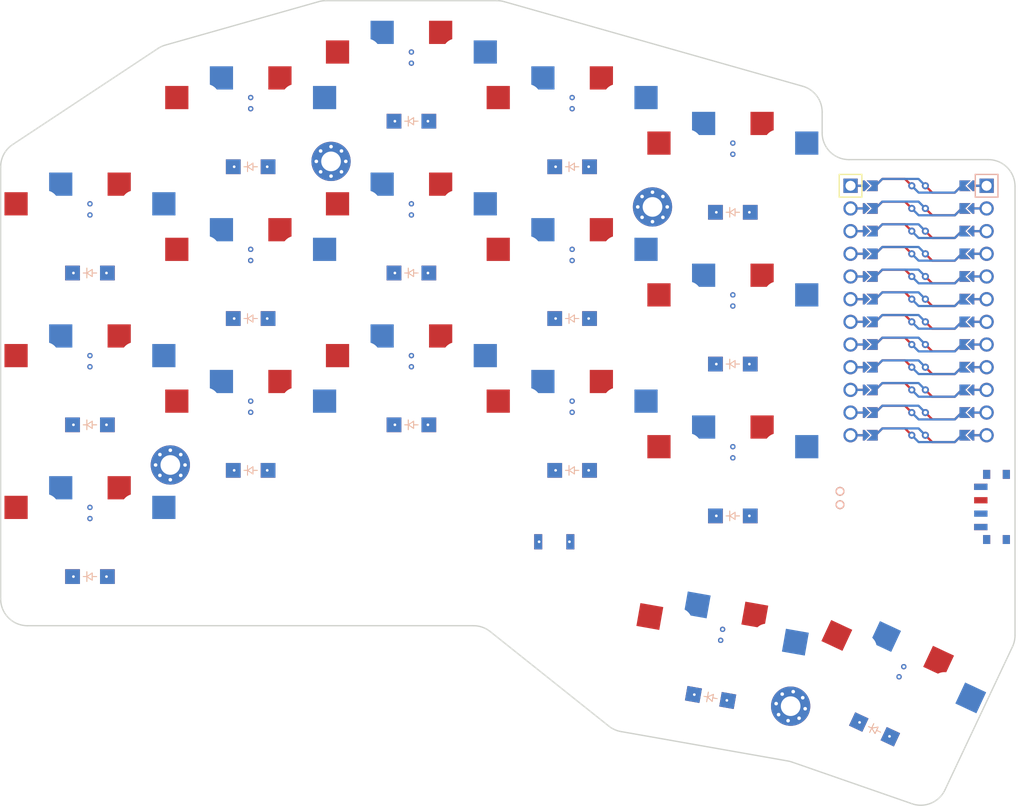
<source format=kicad_pcb>

            
(kicad_pcb (version 20171130) (host pcbnew 5.1.6)

  (page A3)
  (title_block
    (title smcboard)
    (rev v1.0.0)
    (company Unknown)
  )

  (general
    (thickness 1.6)
  )

  (layers
    (0 F.Cu signal)
    (31 B.Cu signal)
    (32 B.Adhes user)
    (33 F.Adhes user)
    (34 B.Paste user)
    (35 F.Paste user)
    (36 B.SilkS user)
    (37 F.SilkS user)
    (38 B.Mask user)
    (39 F.Mask user)
    (40 Dwgs.User user)
    (41 Cmts.User user)
    (42 Eco1.User user)
    (43 Eco2.User user)
    (44 Edge.Cuts user)
    (45 Margin user)
    (46 B.CrtYd user)
    (47 F.CrtYd user)
    (48 B.Fab user)
    (49 F.Fab user)
  )

  (setup
    (last_trace_width 0.25)
    (trace_clearance 0.2)
    (zone_clearance 0.508)
    (zone_45_only no)
    (trace_min 0.2)
    (via_size 0.8)
    (via_drill 0.4)
    (via_min_size 0.4)
    (via_min_drill 0.3)
    (uvia_size 0.3)
    (uvia_drill 0.1)
    (uvias_allowed no)
    (uvia_min_size 0.2)
    (uvia_min_drill 0.1)
    (edge_width 0.05)
    (segment_width 0.2)
    (pcb_text_width 0.3)
    (pcb_text_size 1.5 1.5)
    (mod_edge_width 0.12)
    (mod_text_size 1 1)
    (mod_text_width 0.15)
    (pad_size 1.524 1.524)
    (pad_drill 0.762)
    (pad_to_mask_clearance 0.05)
    (aux_axis_origin 0 0)
    (visible_elements FFFFFF7F)
    (pcbplotparams
      (layerselection 0x010fc_ffffffff)
      (usegerberextensions false)
      (usegerberattributes true)
      (usegerberadvancedattributes true)
      (creategerberjobfile true)
      (excludeedgelayer true)
      (linewidth 0.100000)
      (plotframeref false)
      (viasonmask false)
      (mode 1)
      (useauxorigin false)
      (hpglpennumber 1)
      (hpglpenspeed 20)
      (hpglpendiameter 15.000000)
      (psnegative false)
      (psa4output false)
      (plotreference true)
      (plotvalue true)
      (plotinvisibletext false)
      (padsonsilk false)
      (subtractmaskfromsilk false)
      (outputformat 1)
      (mirror false)
      (drillshape 1)
      (scaleselection 1)
      (outputdirectory ""))
  )

            (net 0 "")
(net 1 "RAW")
(net 2 "GND")
(net 3 "RST")
(net 4 "VCC")
(net 5 "P21")
(net 6 "P20")
(net 7 "P19")
(net 8 "P18")
(net 9 "P15")
(net 10 "P14")
(net 11 "P16")
(net 12 "P10")
(net 13 "P1")
(net 14 "P0")
(net 15 "P2")
(net 16 "P3")
(net 17 "P4")
(net 18 "P5")
(net 19 "P6")
(net 20 "P7")
(net 21 "P8")
(net 22 "P9")
(net 23 "pos")
(net 24 "pinky_bottom")
(net 25 "pinky_home")
(net 26 "pinky_top")
(net 27 "ring_bottom")
(net 28 "ring_home")
(net 29 "ring_top")
(net 30 "middle_bottom")
(net 31 "middle_home")
(net 32 "middle_top")
(net 33 "index_bottom")
(net 34 "index_home")
(net 35 "index_top")
(net 36 "inner_bottom")
(net 37 "inner_home")
(net 38 "inner_top")
(net 39 "index_thome")
(net 40 "inner_thome")
            
  (net_class Default "This is the default net class."
    (clearance 0.2)
    (trace_width 0.25)
    (via_dia 0.8)
    (via_drill 0.4)
    (uvia_dia 0.3)
    (uvia_drill 0.1)
    (add_net "")
(add_net "RAW")
(add_net "GND")
(add_net "RST")
(add_net "VCC")
(add_net "P21")
(add_net "P20")
(add_net "P19")
(add_net "P18")
(add_net "P15")
(add_net "P14")
(add_net "P16")
(add_net "P10")
(add_net "P1")
(add_net "P0")
(add_net "P2")
(add_net "P3")
(add_net "P4")
(add_net "P5")
(add_net "P6")
(add_net "P7")
(add_net "P8")
(add_net "P9")
(add_net "pos")
(add_net "pinky_bottom")
(add_net "pinky_home")
(add_net "pinky_top")
(add_net "ring_bottom")
(add_net "ring_home")
(add_net "ring_top")
(add_net "middle_bottom")
(add_net "middle_home")
(add_net "middle_top")
(add_net "index_bottom")
(add_net "index_home")
(add_net "index_top")
(add_net "inner_bottom")
(add_net "inner_home")
(add_net "inner_top")
(add_net "index_thome")
(add_net "inner_thome")
  )

            
    (module ProMicro (layer F.Cu) (tedit 6135B927)
      (at 92.8 -25.8 -90)

    
    (descr "Solder-jumper reversible Pro Micro footprint")
    (tags "promicro ProMicro reversible solder jumper")
    (fp_text reference "MCU1" (at -16.256 -0.254 0) (layer F.SilkS) hide
      (effects (font (size 1 1) (thickness 0.15)))
    )

    
    (fp_line (start -15.24 6.35) (end -12.7 6.35) (layer F.SilkS) (width 0.15))
    (fp_line (start -15.24 6.35) (end -15.24 8.89) (layer F.SilkS) (width 0.15))
    (fp_line (start -12.7 6.35) (end -12.7 8.89) (layer F.SilkS) (width 0.15))
    (fp_line (start -12.7 8.89) (end -15.24 8.89) (layer F.SilkS) (width 0.15))
    (fp_line (start -15.24 -6.35) (end -12.7 -6.35) (layer B.SilkS) (width 0.15))
    (fp_line (start -15.24 -6.35) (end -15.24 -8.89) (layer B.SilkS) (width 0.15))
    (fp_line (start -12.7 -6.35) (end -12.7 -8.89) (layer B.SilkS) (width 0.15))
    (fp_line (start -12.7 -8.89) (end -15.24 -8.89) (layer B.SilkS) (width 0.15))

    
    (fp_line (start -19.304 -3.81) (end -14.224 -3.81) (layer Dwgs.User) (width 0.15))
    (fp_line (start -19.304 3.81) (end -19.304 -3.81) (layer Dwgs.User) (width 0.15))
    (fp_line (start -14.224 3.81) (end -19.304 3.81) (layer Dwgs.User) (width 0.15))
    (fp_line (start -14.224 -3.81) (end -14.224 3.81) (layer Dwgs.User) (width 0.15))

    (fp_circle (center 13.97 0.762) (end 14.095 0.762) (layer B.Mask) (width 0.25))
    (fp_circle (center 13.97 0.762) (end 14.095 0.762) (layer F.Mask) (width 0.25))
    (fp_circle (center 13.97 -0.762) (end 14.095 -0.762) (layer B.Mask) (width 0.25))
    (fp_circle (center 13.97 -0.762) (end 14.095 -0.762) (layer F.Mask) (width 0.25))
    (fp_circle (center 11.43 0.762) (end 11.555 0.762) (layer B.Mask) (width 0.25))
    (fp_circle (center 11.43 0.762) (end 11.555 0.762) (layer F.Mask) (width 0.25))
    (fp_circle (center 11.43 -0.762) (end 11.555 -0.762) (layer B.Mask) (width 0.25))
    (fp_circle (center 11.43 -0.762) (end 11.555 -0.762) (layer F.Mask) (width 0.25))
    (fp_circle (center 8.89 0.762) (end 9.015 0.762) (layer B.Mask) (width 0.25))
    (fp_circle (center 8.89 0.762) (end 9.015 0.762) (layer F.Mask) (width 0.25))
    (fp_circle (center 8.89 -0.762) (end 9.015 -0.762) (layer B.Mask) (width 0.25))
    (fp_circle (center 8.89 -0.762) (end 9.015 -0.762) (layer F.Mask) (width 0.25))
    (fp_circle (center 6.35 0.762) (end 6.475 0.762) (layer B.Mask) (width 0.25))
    (fp_circle (center 6.35 0.762) (end 6.475 0.762) (layer F.Mask) (width 0.25))
    (fp_circle (center 6.35 -0.762) (end 6.475 -0.762) (layer B.Mask) (width 0.25))
    (fp_circle (center 6.35 -0.762) (end 6.475 -0.762) (layer F.Mask) (width 0.25))
    (fp_circle (center 3.81 0.762) (end 3.935 0.762) (layer B.Mask) (width 0.25))
    (fp_circle (center 3.81 0.762) (end 3.935 0.762) (layer F.Mask) (width 0.25))
    (fp_circle (center 3.81 -0.762) (end 3.935 -0.762) (layer B.Mask) (width 0.25))
    (fp_circle (center 3.81 -0.762) (end 3.935 -0.762) (layer F.Mask) (width 0.25))
    (fp_circle (center 1.27 0.762) (end 1.395 0.762) (layer B.Mask) (width 0.25))
    (fp_circle (center 1.27 0.762) (end 1.395 0.762) (layer F.Mask) (width 0.25))
    (fp_circle (center 1.27 -0.762) (end 1.395 -0.762) (layer B.Mask) (width 0.25))
    (fp_circle (center 1.27 -0.762) (end 1.395 -0.762) (layer F.Mask) (width 0.25))
    (fp_circle (center -1.27 0.762) (end -1.145 0.762) (layer B.Mask) (width 0.25))
    (fp_circle (center -1.27 0.762) (end -1.145 0.762) (layer F.Mask) (width 0.25))
    (fp_circle (center -1.27 -0.762) (end -1.145 -0.762) (layer B.Mask) (width 0.25))
    (fp_circle (center -1.27 -0.762) (end -1.145 -0.762) (layer F.Mask) (width 0.25))
    (fp_circle (center -3.81 0.762) (end -3.685 0.762) (layer B.Mask) (width 0.25))
    (fp_circle (center -3.81 0.762) (end -3.685 0.762) (layer F.Mask) (width 0.25))
    (fp_circle (center -3.81 -0.762) (end -3.685 -0.762) (layer B.Mask) (width 0.25))
    (fp_circle (center -3.81 -0.762) (end -3.685 -0.762) (layer F.Mask) (width 0.25))
    (fp_circle (center -6.35 0.762) (end -6.225 0.762) (layer B.Mask) (width 0.25))
    (fp_circle (center -6.35 0.762) (end -6.225 0.762) (layer F.Mask) (width 0.25))
    (fp_circle (center -6.35 -0.762) (end -6.225 -0.762) (layer B.Mask) (width 0.25))
    (fp_circle (center -6.35 -0.762) (end -6.225 -0.762) (layer F.Mask) (width 0.25))
    (fp_circle (center -8.89 0.762) (end -8.765 0.762) (layer B.Mask) (width 0.25))
    (fp_circle (center -8.89 0.762) (end -8.765 0.762) (layer F.Mask) (width 0.25))
    (fp_circle (center -8.89 -0.762) (end -8.765 -0.762) (layer B.Mask) (width 0.25))
    (fp_circle (center -8.89 -0.762) (end -8.765 -0.762) (layer F.Mask) (width 0.25))
    (fp_circle (center -11.43 -0.762) (end -11.305 -0.762) (layer B.Mask) (width 0.25))
    (fp_circle (center -11.43 -0.762) (end -11.305 -0.762) (layer F.Mask) (width 0.25))
    (fp_circle (center -11.43 0.762) (end -11.305 0.762) (layer B.Mask) (width 0.25))
    (fp_circle (center -11.43 0.762) (end -11.305 0.762) (layer F.Mask) (width 0.25))
    (fp_circle (center -13.97 0.762) (end -13.845 0.762) (layer B.Mask) (width 0.25))
    (fp_circle (center -13.97 0.762) (end -13.845 0.762) (layer F.Mask) (width 0.25))
    (fp_circle (center -13.97 -0.762) (end -13.845 -0.762) (layer B.Mask) (width 0.25))
    (fp_circle (center -13.97 -0.762) (end -13.845 -0.762) (layer F.Mask) (width 0.25))
    (fp_poly (pts (xy 14.478 -5.08) (xy 13.462 -5.08) (xy 13.462 -6.096) (xy 14.478 -6.096)) (layer B.Mask) (width 0.1))
    (fp_poly (pts (xy 11.938 -5.08) (xy 10.922 -5.08) (xy 10.922 -6.096) (xy 11.938 -6.096)) (layer B.Mask) (width 0.1))
    (fp_poly (pts (xy 9.398 -5.08) (xy 8.382 -5.08) (xy 8.382 -6.096) (xy 9.398 -6.096)) (layer B.Mask) (width 0.1))
    (fp_poly (pts (xy 6.858 -5.08) (xy 5.842 -5.08) (xy 5.842 -6.096) (xy 6.858 -6.096)) (layer B.Mask) (width 0.1))
    (fp_poly (pts (xy 4.318 -5.08) (xy 3.302 -5.08) (xy 3.302 -6.096) (xy 4.318 -6.096)) (layer B.Mask) (width 0.1))
    (fp_poly (pts (xy 1.778 -5.08) (xy 0.762 -5.08) (xy 0.762 -6.096) (xy 1.778 -6.096)) (layer B.Mask) (width 0.1))
    (fp_poly (pts (xy -0.762 -5.08) (xy -1.778 -5.08) (xy -1.778 -6.096) (xy -0.762 -6.096)) (layer B.Mask) (width 0.1))
    (fp_poly (pts (xy -3.302 -5.08) (xy -4.318 -5.08) (xy -4.318 -6.096) (xy -3.302 -6.096)) (layer B.Mask) (width 0.1))
    (fp_poly (pts (xy -5.842 -5.08) (xy -6.858 -5.08) (xy -6.858 -6.096) (xy -5.842 -6.096)) (layer B.Mask) (width 0.1))
    (fp_poly (pts (xy -8.382 -5.08) (xy -9.398 -5.08) (xy -9.398 -6.096) (xy -8.382 -6.096)) (layer B.Mask) (width 0.1))
    (fp_poly (pts (xy -10.922 -5.08) (xy -11.938 -5.08) (xy -11.938 -6.096) (xy -10.922 -6.096)) (layer B.Mask) (width 0.1))
    (fp_poly (pts (xy -13.462 -5.08) (xy -14.478 -5.08) (xy -14.478 -6.096) (xy -13.462 -6.096)) (layer B.Mask) (width 0.1))
    (fp_poly (pts (xy 13.462 5.08) (xy 14.478 5.08) (xy 14.478 6.096) (xy 13.462 6.096)) (layer B.Mask) (width 0.1))
    (fp_poly (pts (xy 10.922 5.08) (xy 11.938 5.08) (xy 11.938 6.096) (xy 10.922 6.096)) (layer B.Mask) (width 0.1))
    (fp_poly (pts (xy 8.382 5.08) (xy 9.398 5.08) (xy 9.398 6.096) (xy 8.382 6.096)) (layer B.Mask) (width 0.1))
    (fp_poly (pts (xy 5.842 5.08) (xy 6.858 5.08) (xy 6.858 6.096) (xy 5.842 6.096)) (layer B.Mask) (width 0.1))
    (fp_poly (pts (xy 3.302 5.08) (xy 4.318 5.08) (xy 4.318 6.096) (xy 3.302 6.096)) (layer B.Mask) (width 0.1))
    (fp_poly (pts (xy 0.762 5.08) (xy 1.778 5.08) (xy 1.778 6.096) (xy 0.762 6.096)) (layer B.Mask) (width 0.1))
    (fp_poly (pts (xy -1.778 5.08) (xy -0.762 5.08) (xy -0.762 6.096) (xy -1.778 6.096)) (layer B.Mask) (width 0.1))
    (fp_poly (pts (xy -4.318 5.08) (xy -3.302 5.08) (xy -3.302 6.096) (xy -4.318 6.096)) (layer B.Mask) (width 0.1))
    (fp_poly (pts (xy -6.858 5.08) (xy -5.842 5.08) (xy -5.842 6.096) (xy -6.858 6.096)) (layer B.Mask) (width 0.1))
    (fp_poly (pts (xy -9.398 5.08) (xy -8.382 5.08) (xy -8.382 6.096) (xy -9.398 6.096)) (layer B.Mask) (width 0.1))
    (fp_poly (pts (xy -11.938 5.08) (xy -10.922 5.08) (xy -10.922 6.096) (xy -11.938 6.096)) (layer B.Mask) (width 0.1))
    (fp_poly (pts (xy -14.478 5.08) (xy -13.462 5.08) (xy -13.462 6.096) (xy -14.478 6.096)) (layer B.Mask) (width 0.1))
    (fp_poly (pts (xy -13.462 -5.08) (xy -14.478 -5.08) (xy -14.478 -6.096) (xy -13.462 -6.096)) (layer F.Mask) (width 0.1))
    (fp_poly (pts (xy 1.778 -5.08) (xy 0.762 -5.08) (xy 0.762 -6.096) (xy 1.778 -6.096)) (layer F.Mask) (width 0.1))
    (fp_poly (pts (xy -10.922 -5.08) (xy -11.938 -5.08) (xy -11.938 -6.096) (xy -10.922 -6.096)) (layer F.Mask) (width 0.1))
    (fp_poly (pts (xy -8.382 -5.08) (xy -9.398 -5.08) (xy -9.398 -6.096) (xy -8.382 -6.096)) (layer F.Mask) (width 0.1))
    (fp_poly (pts (xy -3.302 -5.08) (xy -4.318 -5.08) (xy -4.318 -6.096) (xy -3.302 -6.096)) (layer F.Mask) (width 0.1))
    (fp_poly (pts (xy -0.762 -5.08) (xy -1.778 -5.08) (xy -1.778 -6.096) (xy -0.762 -6.096)) (layer F.Mask) (width 0.1))
    (fp_poly (pts (xy 6.858 -5.08) (xy 5.842 -5.08) (xy 5.842 -6.096) (xy 6.858 -6.096)) (layer F.Mask) (width 0.1))
    (fp_poly (pts (xy 11.938 -5.08) (xy 10.922 -5.08) (xy 10.922 -6.096) (xy 11.938 -6.096)) (layer F.Mask) (width 0.1))
    (fp_poly (pts (xy -5.842 -5.08) (xy -6.858 -5.08) (xy -6.858 -6.096) (xy -5.842 -6.096)) (layer F.Mask) (width 0.1))
    (fp_poly (pts (xy 4.318 -5.08) (xy 3.302 -5.08) (xy 3.302 -6.096) (xy 4.318 -6.096)) (layer F.Mask) (width 0.1))
    (fp_poly (pts (xy 9.398 -5.08) (xy 8.382 -5.08) (xy 8.382 -6.096) (xy 9.398 -6.096)) (layer F.Mask) (width 0.1))
    (fp_poly (pts (xy 14.478 -5.08) (xy 13.462 -5.08) (xy 13.462 -6.096) (xy 14.478 -6.096)) (layer F.Mask) (width 0.1))
    (fp_poly (pts (xy 13.462 5.08) (xy 14.478 5.08) (xy 14.478 6.096) (xy 13.462 6.096)) (layer F.Mask) (width 0.1))
    (fp_poly (pts (xy 10.922 5.08) (xy 11.938 5.08) (xy 11.938 6.096) (xy 10.922 6.096)) (layer F.Mask) (width 0.1))
    (fp_poly (pts (xy 8.382 5.08) (xy 9.398 5.08) (xy 9.398 6.096) (xy 8.382 6.096)) (layer F.Mask) (width 0.1))
    (fp_poly (pts (xy 5.842 5.08) (xy 6.858 5.08) (xy 6.858 6.096) (xy 5.842 6.096)) (layer F.Mask) (width 0.1))
    (fp_poly (pts (xy 3.302 5.08) (xy 4.318 5.08) (xy 4.318 6.096) (xy 3.302 6.096)) (layer F.Mask) (width 0.1))
    (fp_poly (pts (xy 0.762 5.08) (xy 1.778 5.08) (xy 1.778 6.096) (xy 0.762 6.096)) (layer F.Mask) (width 0.1))
    (fp_poly (pts (xy -1.778 5.08) (xy -0.762 5.08) (xy -0.762 6.096) (xy -1.778 6.096)) (layer F.Mask) (width 0.1))
    (fp_poly (pts (xy -4.318 5.08) (xy -3.302 5.08) (xy -3.302 6.096) (xy -4.318 6.096)) (layer F.Mask) (width 0.1))
    (fp_poly (pts (xy -6.858 5.08) (xy -5.842 5.08) (xy -5.842 6.096) (xy -6.858 6.096)) (layer F.Mask) (width 0.1))
    (fp_poly (pts (xy -9.398 5.08) (xy -8.382 5.08) (xy -8.382 6.096) (xy -9.398 6.096)) (layer F.Mask) (width 0.1))
    (fp_poly (pts (xy -11.938 5.08) (xy -10.922 5.08) (xy -10.922 6.096) (xy -11.938 6.096)) (layer F.Mask) (width 0.1))
    (fp_poly (pts (xy -14.478 5.08) (xy -13.462 5.08) (xy -13.462 6.096) (xy -14.478 6.096)) (layer F.Mask) (width 0.1))
    (pad 2 smd custom (at -11.43 -0.762 -90) (size 0.25 0.25) (layers F.Cu)
      (zone_connect 0)
      (options (clearance outline) (anchor circle))
      (primitives
        (gr_line (start 0 0) (end 0.766 -0.766) (width 0.25))
        (gr_line (start 0.766 -0.766) (end 0.766 -3.298) (width 0.25))
        (gr_line (start 0.766 -3.298) (end 0 -4.064) (width 0.25))
      ) (net 2 "GND"))
    (pad "" thru_hole circle (at -13.97 7.62) (size 1.6 1.6) (drill 1.1) (layers *.Cu *.Mask)
      (zone_connect 0))
    (pad "" thru_hole circle (at -11.43 7.62) (size 1.6 1.6) (drill 1.1) (layers *.Cu *.Mask))
    (pad "" thru_hole circle (at -8.89 7.62) (size 1.6 1.6) (drill 1.1) (layers *.Cu *.Mask))
    (pad "" thru_hole circle (at -6.35 7.62) (size 1.6 1.6) (drill 1.1) (layers *.Cu *.Mask))
    (pad "" thru_hole circle (at -3.81 7.62) (size 1.6 1.6) (drill 1.1) (layers *.Cu *.Mask))
    (pad "" thru_hole circle (at -1.27 7.62) (size 1.6 1.6) (drill 1.1) (layers *.Cu *.Mask))
    (pad "" thru_hole circle (at 1.27 7.62) (size 1.6 1.6) (drill 1.1) (layers *.Cu *.Mask))
    (pad "" thru_hole circle (at 3.81 7.62) (size 1.6 1.6) (drill 1.1) (layers *.Cu *.Mask))
    (pad "" thru_hole circle (at 6.35 7.62) (size 1.6 1.6) (drill 1.1) (layers *.Cu *.Mask))
    (pad "" thru_hole circle (at 8.89 7.62) (size 1.6 1.6) (drill 1.1) (layers *.Cu *.Mask))
    (pad "" thru_hole circle (at 11.43 7.62) (size 1.6 1.6) (drill 1.1) (layers *.Cu *.Mask))
    (pad "" thru_hole circle (at 13.97 7.62) (size 1.6 1.6) (drill 1.1) (layers *.Cu *.Mask))
    (pad "" thru_hole circle (at 13.97 -7.62) (size 1.6 1.6) (drill 1.1) (layers *.Cu *.Mask))
    (pad "" thru_hole circle (at 11.43 -7.62) (size 1.6 1.6) (drill 1.1) (layers *.Cu *.Mask))
    (pad "" thru_hole circle (at 8.89 -7.62) (size 1.6 1.6) (drill 1.1) (layers *.Cu *.Mask))
    (pad "" thru_hole circle (at 6.35 -7.62) (size 1.6 1.6) (drill 1.1) (layers *.Cu *.Mask))
    (pad "" thru_hole circle (at 3.81 -7.62) (size 1.6 1.6) (drill 1.1) (layers *.Cu *.Mask))
    (pad "" thru_hole circle (at 1.27 -7.62) (size 1.6 1.6) (drill 1.1) (layers *.Cu *.Mask))
    (pad "" thru_hole circle (at -1.27 -7.62) (size 1.6 1.6) (drill 1.1) (layers *.Cu *.Mask))
    (pad "" thru_hole circle (at -3.81 -7.62) (size 1.6 1.6) (drill 1.1) (layers *.Cu *.Mask))
    (pad "" thru_hole circle (at -6.35 -7.62) (size 1.6 1.6) (drill 1.1) (layers *.Cu *.Mask))
    (pad "" thru_hole circle (at -8.89 -7.62) (size 1.6 1.6) (drill 1.1) (layers *.Cu *.Mask))
    (pad "" thru_hole circle (at -11.43 -7.62) (size 1.6 1.6) (drill 1.1) (layers *.Cu *.Mask))
    (pad "" thru_hole circle (at -13.97 -7.62) (size 1.6 1.6) (drill 1.1) (layers *.Cu *.Mask))
    (pad "" smd custom (at -13.97 5.842 90) (size 0.1 0.1) (layers F.Cu F.Mask)
      (clearance 0.1) (zone_connect 0)
      (options (clearance outline) (anchor rect))
      (primitives
        (gr_poly (pts
          (xy 0.6 -0.4) (xy -0.6 -0.4) (xy -0.6 -0.2) (xy 0 0.4) (xy 0.6 -0.2)
  ) (width 0))
      ))
    (pad 24 smd custom (at -13.97 4.826 90) (size 1.2 0.5) (layers F.Cu F.Mask) (net 13 "P1")
      (clearance 0.1) (zone_connect 0)
      (options (clearance outline) (anchor rect))
      (primitives
        (gr_poly (pts
          (xy 0.6 0) (xy -0.6 0) (xy -0.6 -1) (xy 0 -0.4) (xy 0.6 -1)
  ) (width 0))
      ))
    (pad "" smd custom (at -13.97 6.35 90) (size 0.25 1) (layers F.Cu)
      (zone_connect 0)
      (options (clearance outline) (anchor rect))
      (primitives
      ))
    (pad "" thru_hole rect (at -13.97 7.62 -90) (size 1.6 1.6) (drill 1.1) (layers F.Cu F.Mask)
      (zone_connect 0))
    (pad "" thru_hole rect (at -13.97 -7.62 -90) (size 1.6 1.6) (drill 1.1) (layers B.Cu B.Mask)
      (zone_connect 0))
    (pad "" smd custom (at -11.43 6.35 90) (size 0.25 1) (layers F.Cu)
      (zone_connect 0)
      (options (clearance outline) (anchor rect))
      (primitives
      ))
    (pad "" smd custom (at -11.43 5.842 90) (size 0.1 0.1) (layers F.Cu F.Mask)
      (clearance 0.1) (zone_connect 0)
      (options (clearance outline) (anchor rect))
      (primitives
        (gr_poly (pts
          (xy 0.6 -0.4) (xy -0.6 -0.4) (xy -0.6 -0.2) (xy 0 0.4) (xy 0.6 -0.2)
  ) (width 0))
      ))
    (pad 23 smd custom (at -11.43 4.826 90) (size 1.2 0.5) (layers F.Cu F.Mask) (net 14 "P0")
      (clearance 0.1) (zone_connect 0)
      (options (clearance outline) (anchor rect))
      (primitives
        (gr_poly (pts
          (xy 0.6 0) (xy -0.6 0) (xy -0.6 -1) (xy 0 -0.4) (xy 0.6 -1)
  ) (width 0))
      ))
    (pad "" smd custom (at -8.89 6.35 90) (size 0.25 1) (layers F.Cu)
      (zone_connect 0)
      (options (clearance outline) (anchor rect))
      (primitives
      ))
    (pad "" smd custom (at -8.89 5.842 90) (size 0.1 0.1) (layers F.Cu F.Mask)
      (clearance 0.1) (zone_connect 0)
      (options (clearance outline) (anchor rect))
      (primitives
        (gr_poly (pts
          (xy 0.6 -0.4) (xy -0.6 -0.4) (xy -0.6 -0.2) (xy 0 0.4) (xy 0.6 -0.2)
  ) (width 0))
      ))
    (pad 22 smd custom (at -8.89 4.826 90) (size 1.2 0.5) (layers F.Cu F.Mask) (net 2 "GND")
      (clearance 0.1) (zone_connect 0)
      (options (clearance outline) (anchor rect))
      (primitives
        (gr_poly (pts
          (xy 0.6 0) (xy -0.6 0) (xy -0.6 -1) (xy 0 -0.4) (xy 0.6 -1)
  ) (width 0))
      ))
    (pad "" smd custom (at -6.35 6.35 90) (size 0.25 1) (layers F.Cu)
      (zone_connect 0)
      (options (clearance outline) (anchor rect))
      (primitives
      ))
    (pad "" smd custom (at -6.35 5.842 90) (size 0.1 0.1) (layers F.Cu F.Mask)
      (clearance 0.1) (zone_connect 0)
      (options (clearance outline) (anchor rect))
      (primitives
        (gr_poly (pts
          (xy 0.6 -0.4) (xy -0.6 -0.4) (xy -0.6 -0.2) (xy 0 0.4) (xy 0.6 -0.2)
  ) (width 0))
      ))
    (pad 21 smd custom (at -6.35 4.826 90) (size 1.2 0.5) (layers F.Cu F.Mask) (net 2 "GND")
      (clearance 0.1) (zone_connect 0)
      (options (clearance outline) (anchor rect))
      (primitives
        (gr_poly (pts
          (xy 0.6 0) (xy -0.6 0) (xy -0.6 -1) (xy 0 -0.4) (xy 0.6 -1)
  ) (width 0))
      ))
    (pad "" smd custom (at -3.81 6.35 90) (size 0.25 1) (layers F.Cu)
      (zone_connect 0)
      (options (clearance outline) (anchor rect))
      (primitives
      ))
    (pad "" smd custom (at -3.81 5.842 90) (size 0.1 0.1) (layers F.Cu F.Mask)
      (clearance 0.1) (zone_connect 0)
      (options (clearance outline) (anchor rect))
      (primitives
        (gr_poly (pts
          (xy 0.6 -0.4) (xy -0.6 -0.4) (xy -0.6 -0.2) (xy 0 0.4) (xy 0.6 -0.2)
  ) (width 0))
      ))
    (pad 20 smd custom (at -3.81 4.826 90) (size 1.2 0.5) (layers F.Cu F.Mask) (net 15 "P2")
      (clearance 0.1) (zone_connect 0)
      (options (clearance outline) (anchor rect))
      (primitives
        (gr_poly (pts
          (xy 0.6 0) (xy -0.6 0) (xy -0.6 -1) (xy 0 -0.4) (xy 0.6 -1)
  ) (width 0))
      ))
    (pad "" smd custom (at -1.27 6.35 90) (size 0.25 1) (layers F.Cu)
      (zone_connect 0)
      (options (clearance outline) (anchor rect))
      (primitives
      ))
    (pad "" smd custom (at -1.27 5.842 90) (size 0.1 0.1) (layers F.Cu F.Mask)
      (clearance 0.1) (zone_connect 0)
      (options (clearance outline) (anchor rect))
      (primitives
        (gr_poly (pts
          (xy 0.6 -0.4) (xy -0.6 -0.4) (xy -0.6 -0.2) (xy 0 0.4) (xy 0.6 -0.2)
  ) (width 0))
      ))
    (pad 19 smd custom (at -1.27 4.826 90) (size 1.2 0.5) (layers F.Cu F.Mask) (net 16 "P3")
      (clearance 0.1) (zone_connect 0)
      (options (clearance outline) (anchor rect))
      (primitives
        (gr_poly (pts
          (xy 0.6 0) (xy -0.6 0) (xy -0.6 -1) (xy 0 -0.4) (xy 0.6 -1)
  ) (width 0))
      ))
    (pad "" smd custom (at 1.27 6.35 90) (size 0.25 1) (layers F.Cu)
      (zone_connect 0)
      (options (clearance outline) (anchor rect))
      (primitives
      ))
    (pad "" smd custom (at 1.27 5.842 90) (size 0.1 0.1) (layers F.Cu F.Mask)
      (clearance 0.1) (zone_connect 0)
      (options (clearance outline) (anchor rect))
      (primitives
        (gr_poly (pts
          (xy 0.6 -0.4) (xy -0.6 -0.4) (xy -0.6 -0.2) (xy 0 0.4) (xy 0.6 -0.2)
  ) (width 0))
      ))
    (pad 18 smd custom (at 1.27 4.826 90) (size 1.2 0.5) (layers F.Cu F.Mask) (net 17 "P4")
      (clearance 0.1) (zone_connect 0)
      (options (clearance outline) (anchor rect))
      (primitives
        (gr_poly (pts
          (xy 0.6 0) (xy -0.6 0) (xy -0.6 -1) (xy 0 -0.4) (xy 0.6 -1)
  ) (width 0))
      ))
    (pad "" smd custom (at 3.81 6.35 90) (size 0.25 1) (layers F.Cu)
      (zone_connect 0)
      (options (clearance outline) (anchor rect))
      (primitives
      ))
    (pad "" smd custom (at 3.81 5.842 90) (size 0.1 0.1) (layers F.Cu F.Mask)
      (clearance 0.1) (zone_connect 0)
      (options (clearance outline) (anchor rect))
      (primitives
        (gr_poly (pts
          (xy 0.6 -0.4) (xy -0.6 -0.4) (xy -0.6 -0.2) (xy 0 0.4) (xy 0.6 -0.2)
  ) (width 0))
      ))
    (pad 17 smd custom (at 3.81 4.826 90) (size 1.2 0.5) (layers F.Cu F.Mask) (net 18 "P5")
      (clearance 0.1) (zone_connect 0)
      (options (clearance outline) (anchor rect))
      (primitives
        (gr_poly (pts
          (xy 0.6 0) (xy -0.6 0) (xy -0.6 -1) (xy 0 -0.4) (xy 0.6 -1)
  ) (width 0))
      ))
    (pad "" smd custom (at 6.35 6.35 90) (size 0.25 1) (layers F.Cu)
      (zone_connect 0)
      (options (clearance outline) (anchor rect))
      (primitives
      ))
    (pad "" smd custom (at 6.35 5.842 90) (size 0.1 0.1) (layers F.Cu F.Mask)
      (clearance 0.1) (zone_connect 0)
      (options (clearance outline) (anchor rect))
      (primitives
        (gr_poly (pts
          (xy 0.6 -0.4) (xy -0.6 -0.4) (xy -0.6 -0.2) (xy 0 0.4) (xy 0.6 -0.2)
  ) (width 0))
      ))
    (pad 16 smd custom (at 6.35 4.826 90) (size 1.2 0.5) (layers F.Cu F.Mask) (net 19 "P6")
      (clearance 0.1) (zone_connect 0)
      (options (clearance outline) (anchor rect))
      (primitives
        (gr_poly (pts
          (xy 0.6 0) (xy -0.6 0) (xy -0.6 -1) (xy 0 -0.4) (xy 0.6 -1)
  ) (width 0))
      ))
    (pad "" smd custom (at 8.89 6.35 90) (size 0.25 1) (layers F.Cu)
      (zone_connect 0)
      (options (clearance outline) (anchor rect))
      (primitives
      ))
    (pad "" smd custom (at 8.89 5.842 90) (size 0.1 0.1) (layers F.Cu F.Mask)
      (clearance 0.1) (zone_connect 0)
      (options (clearance outline) (anchor rect))
      (primitives
        (gr_poly (pts
          (xy 0.6 -0.4) (xy -0.6 -0.4) (xy -0.6 -0.2) (xy 0 0.4) (xy 0.6 -0.2)
  ) (width 0))
      ))
    (pad 15 smd custom (at 8.89 4.826 90) (size 1.2 0.5) (layers F.Cu F.Mask) (net 20 "P7")
      (clearance 0.1) (zone_connect 0)
      (options (clearance outline) (anchor rect))
      (primitives
        (gr_poly (pts
          (xy 0.6 0) (xy -0.6 0) (xy -0.6 -1) (xy 0 -0.4) (xy 0.6 -1)
  ) (width 0))
      ))
    (pad "" smd custom (at 11.43 6.35 90) (size 0.25 1) (layers F.Cu)
      (zone_connect 0)
      (options (clearance outline) (anchor rect))
      (primitives
      ))
    (pad "" smd custom (at 11.43 5.842 90) (size 0.1 0.1) (layers F.Cu F.Mask)
      (clearance 0.1) (zone_connect 0)
      (options (clearance outline) (anchor rect))
      (primitives
        (gr_poly (pts
          (xy 0.6 -0.4) (xy -0.6 -0.4) (xy -0.6 -0.2) (xy 0 0.4) (xy 0.6 -0.2)
  ) (width 0))
      ))
    (pad 14 smd custom (at 11.43 4.826 90) (size 1.2 0.5) (layers F.Cu F.Mask) (net 21 "P8")
      (clearance 0.1) (zone_connect 0)
      (options (clearance outline) (anchor rect))
      (primitives
        (gr_poly (pts
          (xy 0.6 0) (xy -0.6 0) (xy -0.6 -1) (xy 0 -0.4) (xy 0.6 -1)
  ) (width 0))
      ))
    (pad "" smd custom (at 13.97 6.35 90) (size 0.25 1) (layers F.Cu)
      (zone_connect 0)
      (options (clearance outline) (anchor rect))
      (primitives
      ))
    (pad "" smd custom (at 13.97 5.842 90) (size 0.1 0.1) (layers F.Cu F.Mask)
      (clearance 0.1) (zone_connect 0)
      (options (clearance outline) (anchor rect))
      (primitives
        (gr_poly (pts
          (xy 0.6 -0.4) (xy -0.6 -0.4) (xy -0.6 -0.2) (xy 0 0.4) (xy 0.6 -0.2)
  ) (width 0))
      ))
    (pad 13 smd custom (at 13.97 4.826 90) (size 1.2 0.5) (layers F.Cu F.Mask) (net 22 "P9")
      (clearance 0.1) (zone_connect 0)
      (options (clearance outline) (anchor rect))
      (primitives
        (gr_poly (pts
          (xy 0.6 0) (xy -0.6 0) (xy -0.6 -1) (xy 0 -0.4) (xy 0.6 -1)
  ) (width 0))
      ))
    (pad 1 smd custom (at -13.97 -4.826 -90) (size 1.2 0.5) (layers F.Cu F.Mask) (net 1 "RAW")
      (clearance 0.1) (zone_connect 0)
      (options (clearance outline) (anchor rect))
      (primitives
        (gr_poly (pts
          (xy 0.6 0) (xy -0.6 0) (xy -0.6 -1) (xy 0 -0.4) (xy 0.6 -1)
  ) (width 0))
      ))
    (pad 3 smd custom (at -8.89 -4.826 -90) (size 1.2 0.5) (layers F.Cu F.Mask) (net 3 "RST")
      (clearance 0.1) (zone_connect 0)
      (options (clearance outline) (anchor rect))
      (primitives
        (gr_poly (pts
          (xy 0.6 0) (xy -0.6 0) (xy -0.6 -1) (xy 0 -0.4) (xy 0.6 -1)
  ) (width 0))
      ))
    (pad "" smd custom (at -8.89 -6.35 -90) (size 0.25 1) (layers F.Cu)
      (zone_connect 0)
      (options (clearance outline) (anchor rect))
      (primitives
      ))
    (pad "" smd custom (at -8.89 -5.842 -90) (size 0.1 0.1) (layers F.Cu F.Mask)
      (clearance 0.1) (zone_connect 0)
      (options (clearance outline) (anchor rect))
      (primitives
        (gr_poly (pts
          (xy 0.6 -0.4) (xy -0.6 -0.4) (xy -0.6 -0.2) (xy 0 0.4) (xy 0.6 -0.2)
  ) (width 0))
      ))
    (pad "" smd custom (at -13.97 -5.842 -90) (size 0.1 0.1) (layers F.Cu F.Mask)
      (clearance 0.1) (zone_connect 0)
      (options (clearance outline) (anchor rect))
      (primitives
        (gr_poly (pts
          (xy 0.6 -0.4) (xy -0.6 -0.4) (xy -0.6 -0.2) (xy 0 0.4) (xy 0.6 -0.2)
  ) (width 0))
      ))
    (pad "" smd custom (at -11.43 -6.35 -90) (size 0.25 1) (layers F.Cu)
      (zone_connect 0)
      (options (clearance outline) (anchor rect))
      (primitives
      ))
    (pad 2 smd custom (at -11.43 -4.826 -90) (size 1.2 0.5) (layers F.Cu F.Mask) (net 2 "GND")
      (clearance 0.1) (zone_connect 0)
      (options (clearance outline) (anchor rect))
      (primitives
        (gr_poly (pts
          (xy 0.6 0) (xy -0.6 0) (xy -0.6 -1) (xy 0 -0.4) (xy 0.6 -1)
  ) (width 0))
      ))
    (pad "" smd custom (at -13.97 -6.35 -90) (size 0.25 1) (layers F.Cu)
      (zone_connect 0)
      (options (clearance outline) (anchor rect))
      (primitives
      ))
    (pad 4 smd custom (at -6.35 -4.826 -90) (size 1.2 0.5) (layers F.Cu F.Mask) (net 4 "VCC")
      (clearance 0.1) (zone_connect 0)
      (options (clearance outline) (anchor rect))
      (primitives
        (gr_poly (pts
          (xy 0.6 0) (xy -0.6 0) (xy -0.6 -1) (xy 0 -0.4) (xy 0.6 -1)
  ) (width 0))
      ))
    (pad "" smd custom (at -11.43 -5.842 -90) (size 0.1 0.1) (layers F.Cu F.Mask)
      (clearance 0.1) (zone_connect 0)
      (options (clearance outline) (anchor rect))
      (primitives
        (gr_poly (pts
          (xy 0.6 -0.4) (xy -0.6 -0.4) (xy -0.6 -0.2) (xy 0 0.4) (xy 0.6 -0.2)
  ) (width 0))
      ))
    (pad "" smd custom (at -6.35 -5.842 -90) (size 0.1 0.1) (layers F.Cu F.Mask)
      (clearance 0.1) (zone_connect 0)
      (options (clearance outline) (anchor rect))
      (primitives
        (gr_poly (pts
          (xy 0.6 -0.4) (xy -0.6 -0.4) (xy -0.6 -0.2) (xy 0 0.4) (xy 0.6 -0.2)
  ) (width 0))
      ))
    (pad 6 smd custom (at -1.27 -4.826 -90) (size 1.2 0.5) (layers F.Cu F.Mask) (net 6 "P20")
      (clearance 0.1) (zone_connect 0)
      (options (clearance outline) (anchor rect))
      (primitives
        (gr_poly (pts
          (xy 0.6 0) (xy -0.6 0) (xy -0.6 -1) (xy 0 -0.4) (xy 0.6 -1)
  ) (width 0))
      ))
    (pad 7 smd custom (at 1.27 -4.826 -90) (size 1.2 0.5) (layers F.Cu F.Mask) (net 7 "P19")
      (clearance 0.1) (zone_connect 0)
      (options (clearance outline) (anchor rect))
      (primitives
        (gr_poly (pts
          (xy 0.6 0) (xy -0.6 0) (xy -0.6 -1) (xy 0 -0.4) (xy 0.6 -1)
  ) (width 0))
      ))
    (pad "" smd custom (at 13.97 -6.35 -90) (size 0.25 1) (layers F.Cu)
      (zone_connect 0)
      (options (clearance outline) (anchor rect))
      (primitives
      ))
    (pad "" smd custom (at 1.27 -5.842 -90) (size 0.1 0.1) (layers F.Cu F.Mask)
      (clearance 0.1) (zone_connect 0)
      (options (clearance outline) (anchor rect))
      (primitives
        (gr_poly (pts
          (xy 0.6 -0.4) (xy -0.6 -0.4) (xy -0.6 -0.2) (xy 0 0.4) (xy 0.6 -0.2)
  ) (width 0))
      ))
    (pad "" smd custom (at 8.89 -6.35 -90) (size 0.25 1) (layers F.Cu)
      (zone_connect 0)
      (options (clearance outline) (anchor rect))
      (primitives
      ))
    (pad 8 smd custom (at 3.81 -4.826 -90) (size 1.2 0.5) (layers F.Cu F.Mask) (net 8 "P18")
      (clearance 0.1) (zone_connect 0)
      (options (clearance outline) (anchor rect))
      (primitives
        (gr_poly (pts
          (xy 0.6 0) (xy -0.6 0) (xy -0.6 -1) (xy 0 -0.4) (xy 0.6 -1)
  ) (width 0))
      ))
    (pad "" smd custom (at 1.27 -6.35 -90) (size 0.25 1) (layers F.Cu)
      (zone_connect 0)
      (options (clearance outline) (anchor rect))
      (primitives
      ))
    (pad 12 smd custom (at 13.97 -4.826 -90) (size 1.2 0.5) (layers F.Cu F.Mask) (net 12 "P10")
      (clearance 0.1) (zone_connect 0)
      (options (clearance outline) (anchor rect))
      (primitives
        (gr_poly (pts
          (xy 0.6 0) (xy -0.6 0) (xy -0.6 -1) (xy 0 -0.4) (xy 0.6 -1)
  ) (width 0))
      ))
    (pad "" smd custom (at 3.81 -5.842 -90) (size 0.1 0.1) (layers F.Cu F.Mask)
      (clearance 0.1) (zone_connect 0)
      (options (clearance outline) (anchor rect))
      (primitives
        (gr_poly (pts
          (xy 0.6 -0.4) (xy -0.6 -0.4) (xy -0.6 -0.2) (xy 0 0.4) (xy 0.6 -0.2)
  ) (width 0))
      ))
    (pad "" smd custom (at 6.35 -6.35 -90) (size 0.25 1) (layers F.Cu)
      (zone_connect 0)
      (options (clearance outline) (anchor rect))
      (primitives
      ))
    (pad "" smd custom (at 13.97 -5.842 -90) (size 0.1 0.1) (layers F.Cu F.Mask)
      (clearance 0.1) (zone_connect 0)
      (options (clearance outline) (anchor rect))
      (primitives
        (gr_poly (pts
          (xy 0.6 -0.4) (xy -0.6 -0.4) (xy -0.6 -0.2) (xy 0 0.4) (xy 0.6 -0.2)
  ) (width 0))
      ))
    (pad "" smd custom (at -3.81 -6.35 -90) (size 0.25 1) (layers F.Cu)
      (zone_connect 0)
      (options (clearance outline) (anchor rect))
      (primitives
      ))
    (pad "" smd custom (at 3.81 -6.35 -90) (size 0.25 1) (layers F.Cu)
      (zone_connect 0)
      (options (clearance outline) (anchor rect))
      (primitives
      ))
    (pad "" smd custom (at -1.27 -6.35 -90) (size 0.25 1) (layers F.Cu)
      (zone_connect 0)
      (options (clearance outline) (anchor rect))
      (primitives
      ))
    (pad 9 smd custom (at 6.35 -4.826 -90) (size 1.2 0.5) (layers F.Cu F.Mask) (net 9 "P15")
      (clearance 0.1) (zone_connect 0)
      (options (clearance outline) (anchor rect))
      (primitives
        (gr_poly (pts
          (xy 0.6 0) (xy -0.6 0) (xy -0.6 -1) (xy 0 -0.4) (xy 0.6 -1)
  ) (width 0))
      ))
    (pad "" smd custom (at -6.35 -6.35 -90) (size 0.25 1) (layers F.Cu)
      (zone_connect 0)
      (options (clearance outline) (anchor rect))
      (primitives
      ))
    (pad "" smd custom (at -3.81 -5.842 -90) (size 0.1 0.1) (layers F.Cu F.Mask)
      (clearance 0.1) (zone_connect 0)
      (options (clearance outline) (anchor rect))
      (primitives
        (gr_poly (pts
          (xy 0.6 -0.4) (xy -0.6 -0.4) (xy -0.6 -0.2) (xy 0 0.4) (xy 0.6 -0.2)
  ) (width 0))
      ))
    (pad "" smd custom (at -1.27 -5.842 -90) (size 0.1 0.1) (layers F.Cu F.Mask)
      (clearance 0.1) (zone_connect 0)
      (options (clearance outline) (anchor rect))
      (primitives
        (gr_poly (pts
          (xy 0.6 -0.4) (xy -0.6 -0.4) (xy -0.6 -0.2) (xy 0 0.4) (xy 0.6 -0.2)
  ) (width 0))
      ))
    (pad "" smd custom (at 6.35 -5.842 -90) (size 0.1 0.1) (layers F.Cu F.Mask)
      (clearance 0.1) (zone_connect 0)
      (options (clearance outline) (anchor rect))
      (primitives
        (gr_poly (pts
          (xy 0.6 -0.4) (xy -0.6 -0.4) (xy -0.6 -0.2) (xy 0 0.4) (xy 0.6 -0.2)
  ) (width 0))
      ))
    (pad 10 smd custom (at 8.89 -4.826 -90) (size 1.2 0.5) (layers F.Cu F.Mask) (net 10 "P14")
      (clearance 0.1) (zone_connect 0)
      (options (clearance outline) (anchor rect))
      (primitives
        (gr_poly (pts
          (xy 0.6 0) (xy -0.6 0) (xy -0.6 -1) (xy 0 -0.4) (xy 0.6 -1)
  ) (width 0))
      ))
    (pad "" smd custom (at 8.89 -5.842 -90) (size 0.1 0.1) (layers F.Cu F.Mask)
      (clearance 0.1) (zone_connect 0)
      (options (clearance outline) (anchor rect))
      (primitives
        (gr_poly (pts
          (xy 0.6 -0.4) (xy -0.6 -0.4) (xy -0.6 -0.2) (xy 0 0.4) (xy 0.6 -0.2)
  ) (width 0))
      ))
    (pad "" smd custom (at 11.43 -5.842 -90) (size 0.1 0.1) (layers F.Cu F.Mask)
      (clearance 0.1) (zone_connect 0)
      (options (clearance outline) (anchor rect))
      (primitives
        (gr_poly (pts
          (xy 0.6 -0.4) (xy -0.6 -0.4) (xy -0.6 -0.2) (xy 0 0.4) (xy 0.6 -0.2)
  ) (width 0))
      ))
    (pad 11 smd custom (at 11.43 -4.826 -90) (size 1.2 0.5) (layers F.Cu F.Mask) (net 11 "P16")
      (clearance 0.1) (zone_connect 0)
      (options (clearance outline) (anchor rect))
      (primitives
        (gr_poly (pts
          (xy 0.6 0) (xy -0.6 0) (xy -0.6 -1) (xy 0 -0.4) (xy 0.6 -1)
  ) (width 0))
      ))
    (pad "" smd custom (at 11.43 -6.35 -90) (size 0.25 1) (layers F.Cu)
      (zone_connect 0)
      (options (clearance outline) (anchor rect))
      (primitives
      ))
    (pad 5 smd custom (at -3.81 -4.826 -90) (size 1.2 0.5) (layers F.Cu F.Mask) (net 5 "P21")
      (clearance 0.1) (zone_connect 0)
      (options (clearance outline) (anchor rect))
      (primitives
        (gr_poly (pts
          (xy 0.6 0) (xy -0.6 0) (xy -0.6 -1) (xy 0 -0.4) (xy 0.6 -1)
  ) (width 0))
      ))
    (pad "" smd custom (at -13.97 6.35 90) (size 0.25 1) (layers B.Cu)
      (zone_connect 0)
      (options (clearance outline) (anchor rect))
      (primitives
      ))
    (pad 1 smd custom (at -13.97 4.826 90) (size 1.2 0.5) (layers B.Cu B.Mask) (net 1 "RAW")
      (clearance 0.1) (zone_connect 0)
      (options (clearance outline) (anchor rect))
      (primitives
        (gr_poly (pts
          (xy 0.6 0) (xy -0.6 0) (xy -0.6 -1) (xy 0 -0.4) (xy 0.6 -1)
  ) (width 0))
      ))
    (pad "" smd custom (at -13.97 5.842 90) (size 0.1 0.1) (layers B.Cu B.Mask)
      (clearance 0.1) (zone_connect 0)
      (options (clearance outline) (anchor rect))
      (primitives
        (gr_poly (pts
          (xy 0.6 -0.4) (xy -0.6 -0.4) (xy -0.6 -0.2) (xy 0 0.4) (xy 0.6 -0.2)
  ) (width 0))
      ))
    (pad "" smd custom (at -11.43 6.35 90) (size 0.25 1) (layers B.Cu)
      (zone_connect 0)
      (options (clearance outline) (anchor rect))
      (primitives
      ))
    (pad "" smd custom (at -11.43 5.842 90) (size 0.1 0.1) (layers B.Cu B.Mask)
      (clearance 0.1) (zone_connect 0)
      (options (clearance outline) (anchor rect))
      (primitives
        (gr_poly (pts
          (xy 0.6 -0.4) (xy -0.6 -0.4) (xy -0.6 -0.2) (xy 0 0.4) (xy 0.6 -0.2)
  ) (width 0))
      ))
    (pad 2 smd custom (at -11.43 4.826 90) (size 1.2 0.5) (layers B.Cu B.Mask)
      (clearance 0.1) (zone_connect 0)
      (options (clearance outline) (anchor rect))
      (primitives
        (gr_poly (pts
          (xy 0.6 0) (xy -0.6 0) (xy -0.6 -1) (xy 0 -0.4) (xy 0.6 -1)
  ) (width 0))
      ))
    (pad "" smd custom (at -8.89 6.35 90) (size 0.25 1) (layers B.Cu)
      (zone_connect 0)
      (options (clearance outline) (anchor rect))
      (primitives
      ))
    (pad "" smd custom (at -8.89 5.842 90) (size 0.1 0.1) (layers B.Cu B.Mask)
      (clearance 0.1) (zone_connect 0)
      (options (clearance outline) (anchor rect))
      (primitives
        (gr_poly (pts
          (xy 0.6 -0.4) (xy -0.6 -0.4) (xy -0.6 -0.2) (xy 0 0.4) (xy 0.6 -0.2)
  ) (width 0))
      ))
    (pad 3 smd custom (at -8.89 4.826 90) (size 1.2 0.5) (layers B.Cu B.Mask) (net 3 "RST")
      (clearance 0.1) (zone_connect 0)
      (options (clearance outline) (anchor rect))
      (primitives
        (gr_poly (pts
          (xy 0.6 0) (xy -0.6 0) (xy -0.6 -1) (xy 0 -0.4) (xy 0.6 -1)
  ) (width 0))
      ))
    (pad "" smd custom (at -6.35 6.35 90) (size 0.25 1) (layers B.Cu)
      (zone_connect 0)
      (options (clearance outline) (anchor rect))
      (primitives
      ))
    (pad "" smd custom (at -6.35 5.842 90) (size 0.1 0.1) (layers B.Cu B.Mask)
      (clearance 0.1) (zone_connect 0)
      (options (clearance outline) (anchor rect))
      (primitives
        (gr_poly (pts
          (xy 0.6 -0.4) (xy -0.6 -0.4) (xy -0.6 -0.2) (xy 0 0.4) (xy 0.6 -0.2)
  ) (width 0))
      ))
    (pad 4 smd custom (at -6.35 4.826 90) (size 1.2 0.5) (layers B.Cu B.Mask) (net 4 "VCC")
      (clearance 0.1) (zone_connect 0)
      (options (clearance outline) (anchor rect))
      (primitives
        (gr_poly (pts
          (xy 0.6 0) (xy -0.6 0) (xy -0.6 -1) (xy 0 -0.4) (xy 0.6 -1)
  ) (width 0))
      ))
    (pad "" smd custom (at -3.81 6.35 90) (size 0.25 1) (layers B.Cu)
      (zone_connect 0)
      (options (clearance outline) (anchor rect))
      (primitives
      ))
    (pad "" smd custom (at -3.81 5.842 90) (size 0.1 0.1) (layers B.Cu B.Mask)
      (clearance 0.1) (zone_connect 0)
      (options (clearance outline) (anchor rect))
      (primitives
        (gr_poly (pts
          (xy 0.6 -0.4) (xy -0.6 -0.4) (xy -0.6 -0.2) (xy 0 0.4) (xy 0.6 -0.2)
  ) (width 0))
      ))
    (pad 5 smd custom (at -3.81 4.826 90) (size 1.2 0.5) (layers B.Cu B.Mask) (net 5 "P21")
      (clearance 0.1) (zone_connect 0)
      (options (clearance outline) (anchor rect))
      (primitives
        (gr_poly (pts
          (xy 0.6 0) (xy -0.6 0) (xy -0.6 -1) (xy 0 -0.4) (xy 0.6 -1)
  ) (width 0))
      ))
    (pad "" smd custom (at -1.27 6.35 90) (size 0.25 1) (layers B.Cu)
      (zone_connect 0)
      (options (clearance outline) (anchor rect))
      (primitives
      ))
    (pad "" smd custom (at -1.27 5.842 90) (size 0.1 0.1) (layers B.Cu B.Mask)
      (clearance 0.1) (zone_connect 0)
      (options (clearance outline) (anchor rect))
      (primitives
        (gr_poly (pts
          (xy 0.6 -0.4) (xy -0.6 -0.4) (xy -0.6 -0.2) (xy 0 0.4) (xy 0.6 -0.2)
  ) (width 0))
      ))
    (pad 6 smd custom (at -1.27 4.826 90) (size 1.2 0.5) (layers B.Cu B.Mask) (net 6 "P20")
      (clearance 0.1) (zone_connect 0)
      (options (clearance outline) (anchor rect))
      (primitives
        (gr_poly (pts
          (xy 0.6 0) (xy -0.6 0) (xy -0.6 -1) (xy 0 -0.4) (xy 0.6 -1)
  ) (width 0))
      ))
    (pad "" smd custom (at 1.27 6.35 90) (size 0.25 1) (layers B.Cu)
      (zone_connect 0)
      (options (clearance outline) (anchor rect))
      (primitives
      ))
    (pad "" smd custom (at 1.27 5.842 90) (size 0.1 0.1) (layers B.Cu B.Mask)
      (clearance 0.1) (zone_connect 0)
      (options (clearance outline) (anchor rect))
      (primitives
        (gr_poly (pts
          (xy 0.6 -0.4) (xy -0.6 -0.4) (xy -0.6 -0.2) (xy 0 0.4) (xy 0.6 -0.2)
  ) (width 0))
      ))
    (pad 7 smd custom (at 1.27 4.826 90) (size 1.2 0.5) (layers B.Cu B.Mask) (net 7 "P19")
      (clearance 0.1) (zone_connect 0)
      (options (clearance outline) (anchor rect))
      (primitives
        (gr_poly (pts
          (xy 0.6 0) (xy -0.6 0) (xy -0.6 -1) (xy 0 -0.4) (xy 0.6 -1)
  ) (width 0))
      ))
    (pad "" smd custom (at 3.81 6.35 90) (size 0.25 1) (layers B.Cu)
      (zone_connect 0)
      (options (clearance outline) (anchor rect))
      (primitives
      ))
    (pad "" smd custom (at 3.81 5.842 90) (size 0.1 0.1) (layers B.Cu B.Mask)
      (clearance 0.1) (zone_connect 0)
      (options (clearance outline) (anchor rect))
      (primitives
        (gr_poly (pts
          (xy 0.6 -0.4) (xy -0.6 -0.4) (xy -0.6 -0.2) (xy 0 0.4) (xy 0.6 -0.2)
  ) (width 0))
      ))
    (pad 8 smd custom (at 3.81 4.826 90) (size 1.2 0.5) (layers B.Cu B.Mask) (net 8 "P18")
      (clearance 0.1) (zone_connect 0)
      (options (clearance outline) (anchor rect))
      (primitives
        (gr_poly (pts
          (xy 0.6 0) (xy -0.6 0) (xy -0.6 -1) (xy 0 -0.4) (xy 0.6 -1)
  ) (width 0))
      ))
    (pad "" smd custom (at 6.35 6.35 90) (size 0.25 1) (layers B.Cu)
      (zone_connect 0)
      (options (clearance outline) (anchor rect))
      (primitives
      ))
    (pad "" smd custom (at 6.35 5.842 90) (size 0.1 0.1) (layers B.Cu B.Mask)
      (clearance 0.1) (zone_connect 0)
      (options (clearance outline) (anchor rect))
      (primitives
        (gr_poly (pts
          (xy 0.6 -0.4) (xy -0.6 -0.4) (xy -0.6 -0.2) (xy 0 0.4) (xy 0.6 -0.2)
  ) (width 0))
      ))
    (pad 9 smd custom (at 6.35 4.826 90) (size 1.2 0.5) (layers B.Cu B.Mask) (net 9 "P15")
      (clearance 0.1) (zone_connect 0)
      (options (clearance outline) (anchor rect))
      (primitives
        (gr_poly (pts
          (xy 0.6 0) (xy -0.6 0) (xy -0.6 -1) (xy 0 -0.4) (xy 0.6 -1)
  ) (width 0))
      ))
    (pad "" smd custom (at 8.89 6.35 90) (size 0.25 1) (layers B.Cu)
      (zone_connect 0)
      (options (clearance outline) (anchor rect))
      (primitives
      ))
    (pad "" smd custom (at 8.89 5.842 90) (size 0.1 0.1) (layers B.Cu B.Mask)
      (clearance 0.1) (zone_connect 0)
      (options (clearance outline) (anchor rect))
      (primitives
        (gr_poly (pts
          (xy 0.6 -0.4) (xy -0.6 -0.4) (xy -0.6 -0.2) (xy 0 0.4) (xy 0.6 -0.2)
  ) (width 0))
      ))
    (pad 10 smd custom (at 8.89 4.826 90) (size 1.2 0.5) (layers B.Cu B.Mask) (net 10 "P14")
      (clearance 0.1) (zone_connect 0)
      (options (clearance outline) (anchor rect))
      (primitives
        (gr_poly (pts
          (xy 0.6 0) (xy -0.6 0) (xy -0.6 -1) (xy 0 -0.4) (xy 0.6 -1)
  ) (width 0))
      ))
    (pad "" smd custom (at 11.43 6.35 90) (size 0.25 1) (layers B.Cu)
      (zone_connect 0)
      (options (clearance outline) (anchor rect))
      (primitives
      ))
    (pad "" smd custom (at 11.43 5.842 90) (size 0.1 0.1) (layers B.Cu B.Mask)
      (clearance 0.1) (zone_connect 0)
      (options (clearance outline) (anchor rect))
      (primitives
        (gr_poly (pts
          (xy 0.6 -0.4) (xy -0.6 -0.4) (xy -0.6 -0.2) (xy 0 0.4) (xy 0.6 -0.2)
  ) (width 0))
      ))
    (pad 11 smd custom (at 11.43 4.826 90) (size 1.2 0.5) (layers B.Cu B.Mask) (net 11 "P16")
      (clearance 0.1) (zone_connect 0)
      (options (clearance outline) (anchor rect))
      (primitives
        (gr_poly (pts
          (xy 0.6 0) (xy -0.6 0) (xy -0.6 -1) (xy 0 -0.4) (xy 0.6 -1)
  ) (width 0))
      ))
    (pad "" smd custom (at 13.97 6.35 90) (size 0.25 1) (layers B.Cu)
      (zone_connect 0)
      (options (clearance outline) (anchor rect))
      (primitives
      ))
    (pad "" smd custom (at 13.97 5.842 90) (size 0.1 0.1) (layers B.Cu B.Mask)
      (clearance 0.1) (zone_connect 0)
      (options (clearance outline) (anchor rect))
      (primitives
        (gr_poly (pts
          (xy 0.6 -0.4) (xy -0.6 -0.4) (xy -0.6 -0.2) (xy 0 0.4) (xy 0.6 -0.2)
  ) (width 0))
      ))
    (pad 12 smd custom (at 13.97 4.826 90) (size 1.2 0.5) (layers B.Cu B.Mask) (net 12 "P10")
      (clearance 0.1) (zone_connect 0)
      (options (clearance outline) (anchor rect))
      (primitives
        (gr_poly (pts
          (xy 0.6 0) (xy -0.6 0) (xy -0.6 -1) (xy 0 -0.4) (xy 0.6 -1)
  ) (width 0))
      ))
    (pad "" smd custom (at -13.97 -6.35 -90) (size 0.25 1) (layers B.Cu)
      (zone_connect 0)
      (options (clearance outline) (anchor rect))
      (primitives
      ))
    (pad "" smd custom (at -13.97 -5.842 -90) (size 0.1 0.1) (layers B.Cu B.Mask)
      (clearance 0.1) (zone_connect 0)
      (options (clearance outline) (anchor rect))
      (primitives
        (gr_poly (pts
          (xy 0.6 -0.4) (xy -0.6 -0.4) (xy -0.6 -0.2) (xy 0 0.4) (xy 0.6 -0.2)
  ) (width 0))
      ))
    (pad 24 smd custom (at -13.97 -4.826 -90) (size 1.2 0.5) (layers B.Cu B.Mask) (net 13 "P1")
      (clearance 0.1) (zone_connect 0)
      (options (clearance outline) (anchor rect))
      (primitives
        (gr_poly (pts
          (xy 0.6 0) (xy -0.6 0) (xy -0.6 -1) (xy 0 -0.4) (xy 0.6 -1)
  ) (width 0))
      ))
    (pad 23 smd custom (at -11.43 -4.826 -90) (size 1.2 0.5) (layers B.Cu B.Mask) (net 14 "P0")
      (clearance 0.1) (zone_connect 0)
      (options (clearance outline) (anchor rect))
      (primitives
        (gr_poly (pts
          (xy 0.6 0) (xy -0.6 0) (xy -0.6 -1) (xy 0 -0.4) (xy 0.6 -1)
  ) (width 0))
      ))
    (pad "" smd custom (at -11.43 -6.35 -90) (size 0.25 1) (layers B.Cu)
      (zone_connect 0)
      (options (clearance outline) (anchor rect))
      (primitives
      ))
    (pad "" smd custom (at -11.43 -5.842 -90) (size 0.1 0.1) (layers B.Cu B.Mask)
      (clearance 0.1) (zone_connect 0)
      (options (clearance outline) (anchor rect))
      (primitives
        (gr_poly (pts
          (xy 0.6 -0.4) (xy -0.6 -0.4) (xy -0.6 -0.2) (xy 0 0.4) (xy 0.6 -0.2)
  ) (width 0))
      ))
    (pad 22 smd custom (at -8.89 -4.826 -90) (size 1.2 0.5) (layers B.Cu B.Mask) (net 2 "GND")
      (clearance 0.1) (zone_connect 0)
      (options (clearance outline) (anchor rect))
      (primitives
        (gr_poly (pts
          (xy 0.6 0) (xy -0.6 0) (xy -0.6 -1) (xy 0 -0.4) (xy 0.6 -1)
  ) (width 0))
      ))
    (pad "" smd custom (at -8.89 -6.35 -90) (size 0.25 1) (layers B.Cu)
      (zone_connect 0)
      (options (clearance outline) (anchor rect))
      (primitives
      ))
    (pad "" smd custom (at -8.89 -5.842 -90) (size 0.1 0.1) (layers B.Cu B.Mask)
      (clearance 0.1) (zone_connect 0)
      (options (clearance outline) (anchor rect))
      (primitives
        (gr_poly (pts
          (xy 0.6 -0.4) (xy -0.6 -0.4) (xy -0.6 -0.2) (xy 0 0.4) (xy 0.6 -0.2)
  ) (width 0))
      ))
    (pad 21 smd custom (at -6.35 -4.826 -90) (size 1.2 0.5) (layers B.Cu B.Mask) (net 2 "GND")
      (clearance 0.1) (zone_connect 0)
      (options (clearance outline) (anchor rect))
      (primitives
        (gr_poly (pts
          (xy 0.6 0) (xy -0.6 0) (xy -0.6 -1) (xy 0 -0.4) (xy 0.6 -1)
  ) (width 0))
      ))
    (pad "" smd custom (at -6.35 -6.35 -90) (size 0.25 1) (layers B.Cu)
      (zone_connect 0)
      (options (clearance outline) (anchor rect))
      (primitives
      ))
    (pad "" smd custom (at -6.35 -5.842 -90) (size 0.1 0.1) (layers B.Cu B.Mask)
      (clearance 0.1) (zone_connect 0)
      (options (clearance outline) (anchor rect))
      (primitives
        (gr_poly (pts
          (xy 0.6 -0.4) (xy -0.6 -0.4) (xy -0.6 -0.2) (xy 0 0.4) (xy 0.6 -0.2)
  ) (width 0))
      ))
    (pad 20 smd custom (at -3.81 -4.826 -90) (size 1.2 0.5) (layers B.Cu B.Mask) (net 15 "P2")
      (clearance 0.1) (zone_connect 0)
      (options (clearance outline) (anchor rect))
      (primitives
        (gr_poly (pts
          (xy 0.6 0) (xy -0.6 0) (xy -0.6 -1) (xy 0 -0.4) (xy 0.6 -1)
  ) (width 0))
      ))
    (pad "" smd custom (at -3.81 -6.35 -90) (size 0.25 1) (layers B.Cu)
      (zone_connect 0)
      (options (clearance outline) (anchor rect))
      (primitives
      ))
    (pad "" smd custom (at -3.81 -5.842 -90) (size 0.1 0.1) (layers B.Cu B.Mask)
      (clearance 0.1) (zone_connect 0)
      (options (clearance outline) (anchor rect))
      (primitives
        (gr_poly (pts
          (xy 0.6 -0.4) (xy -0.6 -0.4) (xy -0.6 -0.2) (xy 0 0.4) (xy 0.6 -0.2)
  ) (width 0))
      ))
    (pad 19 smd custom (at -1.27 -4.826 -90) (size 1.2 0.5) (layers B.Cu B.Mask) (net 16 "P3")
      (clearance 0.1) (zone_connect 0)
      (options (clearance outline) (anchor rect))
      (primitives
        (gr_poly (pts
          (xy 0.6 0) (xy -0.6 0) (xy -0.6 -1) (xy 0 -0.4) (xy 0.6 -1)
  ) (width 0))
      ))
    (pad "" smd custom (at -1.27 -6.35 -90) (size 0.25 1) (layers B.Cu)
      (zone_connect 0)
      (options (clearance outline) (anchor rect))
      (primitives
      ))
    (pad "" smd custom (at -1.27 -5.842 -90) (size 0.1 0.1) (layers B.Cu B.Mask)
      (clearance 0.1) (zone_connect 0)
      (options (clearance outline) (anchor rect))
      (primitives
        (gr_poly (pts
          (xy 0.6 -0.4) (xy -0.6 -0.4) (xy -0.6 -0.2) (xy 0 0.4) (xy 0.6 -0.2)
  ) (width 0))
      ))
    (pad 18 smd custom (at 1.27 -4.826 -90) (size 1.2 0.5) (layers B.Cu B.Mask) (net 17 "P4")
      (clearance 0.1) (zone_connect 0)
      (options (clearance outline) (anchor rect))
      (primitives
        (gr_poly (pts
          (xy 0.6 0) (xy -0.6 0) (xy -0.6 -1) (xy 0 -0.4) (xy 0.6 -1)
  ) (width 0))
      ))
    (pad "" smd custom (at 1.27 -6.35 -90) (size 0.25 1) (layers B.Cu)
      (zone_connect 0)
      (options (clearance outline) (anchor rect))
      (primitives
      ))
    (pad "" smd custom (at 1.27 -5.842 -90) (size 0.1 0.1) (layers B.Cu B.Mask)
      (clearance 0.1) (zone_connect 0)
      (options (clearance outline) (anchor rect))
      (primitives
        (gr_poly (pts
          (xy 0.6 -0.4) (xy -0.6 -0.4) (xy -0.6 -0.2) (xy 0 0.4) (xy 0.6 -0.2)
  ) (width 0))
      ))
    (pad 17 smd custom (at 3.81 -4.826 -90) (size 1.2 0.5) (layers B.Cu B.Mask) (net 18 "P5")
      (clearance 0.1) (zone_connect 0)
      (options (clearance outline) (anchor rect))
      (primitives
        (gr_poly (pts
          (xy 0.6 0) (xy -0.6 0) (xy -0.6 -1) (xy 0 -0.4) (xy 0.6 -1)
  ) (width 0))
      ))
    (pad "" smd custom (at 3.81 -6.35 -90) (size 0.25 1) (layers B.Cu)
      (zone_connect 0)
      (options (clearance outline) (anchor rect))
      (primitives
      ))
    (pad "" smd custom (at 3.81 -5.842 -90) (size 0.1 0.1) (layers B.Cu B.Mask)
      (clearance 0.1) (zone_connect 0)
      (options (clearance outline) (anchor rect))
      (primitives
        (gr_poly (pts
          (xy 0.6 -0.4) (xy -0.6 -0.4) (xy -0.6 -0.2) (xy 0 0.4) (xy 0.6 -0.2)
  ) (width 0))
      ))
    (pad 16 smd custom (at 6.35 -4.826 -90) (size 1.2 0.5) (layers B.Cu B.Mask) (net 19 "P6")
      (clearance 0.1) (zone_connect 0)
      (options (clearance outline) (anchor rect))
      (primitives
        (gr_poly (pts
          (xy 0.6 0) (xy -0.6 0) (xy -0.6 -1) (xy 0 -0.4) (xy 0.6 -1)
  ) (width 0))
      ))
    (pad "" smd custom (at 6.35 -6.35 -90) (size 0.25 1) (layers B.Cu)
      (zone_connect 0)
      (options (clearance outline) (anchor rect))
      (primitives
      ))
    (pad "" smd custom (at 6.35 -5.842 -90) (size 0.1 0.1) (layers B.Cu B.Mask)
      (clearance 0.1) (zone_connect 0)
      (options (clearance outline) (anchor rect))
      (primitives
        (gr_poly (pts
          (xy 0.6 -0.4) (xy -0.6 -0.4) (xy -0.6 -0.2) (xy 0 0.4) (xy 0.6 -0.2)
  ) (width 0))
      ))
    (pad 15 smd custom (at 8.89 -4.826 -90) (size 1.2 0.5) (layers B.Cu B.Mask) (net 20 "P7")
      (clearance 0.1) (zone_connect 0)
      (options (clearance outline) (anchor rect))
      (primitives
        (gr_poly (pts
          (xy 0.6 0) (xy -0.6 0) (xy -0.6 -1) (xy 0 -0.4) (xy 0.6 -1)
  ) (width 0))
      ))
    (pad "" smd custom (at 8.89 -6.35 -90) (size 0.25 1) (layers B.Cu)
      (zone_connect 0)
      (options (clearance outline) (anchor rect))
      (primitives
      ))
    (pad "" smd custom (at 8.89 -5.842 -90) (size 0.1 0.1) (layers B.Cu B.Mask)
      (clearance 0.1) (zone_connect 0)
      (options (clearance outline) (anchor rect))
      (primitives
        (gr_poly (pts
          (xy 0.6 -0.4) (xy -0.6 -0.4) (xy -0.6 -0.2) (xy 0 0.4) (xy 0.6 -0.2)
  ) (width 0))
      ))
    (pad 14 smd custom (at 11.43 -4.826 -90) (size 1.2 0.5) (layers B.Cu B.Mask) (net 21 "P8")
      (clearance 0.1) (zone_connect 0)
      (options (clearance outline) (anchor rect))
      (primitives
        (gr_poly (pts
          (xy 0.6 0) (xy -0.6 0) (xy -0.6 -1) (xy 0 -0.4) (xy 0.6 -1)
  ) (width 0))
      ))
    (pad "" smd custom (at 11.43 -6.35 -90) (size 0.25 1) (layers B.Cu)
      (zone_connect 0)
      (options (clearance outline) (anchor rect))
      (primitives
      ))
    (pad "" smd custom (at 11.43 -5.842 -90) (size 0.1 0.1) (layers B.Cu B.Mask)
      (clearance 0.1) (zone_connect 0)
      (options (clearance outline) (anchor rect))
      (primitives
        (gr_poly (pts
          (xy 0.6 -0.4) (xy -0.6 -0.4) (xy -0.6 -0.2) (xy 0 0.4) (xy 0.6 -0.2)
  ) (width 0))
      ))
    (pad 13 smd custom (at 13.97 -4.826 -90) (size 1.2 0.5) (layers B.Cu B.Mask) (net 22 "P9")
      (clearance 0.1) (zone_connect 0)
      (options (clearance outline) (anchor rect))
      (primitives
        (gr_poly (pts
          (xy 0.6 0) (xy -0.6 0) (xy -0.6 -1) (xy 0 -0.4) (xy 0.6 -1)
  ) (width 0))
      ))
    (pad "" smd custom (at 13.97 -6.35 -90) (size 0.25 1) (layers B.Cu)
      (zone_connect 0)
      (options (clearance outline) (anchor rect))
      (primitives
      ))
    (pad "" smd custom (at 13.97 -5.842 -90) (size 0.1 0.1) (layers B.Cu B.Mask)
      (clearance 0.1) (zone_connect 0)
      (options (clearance outline) (anchor rect))
      (primitives
        (gr_poly (pts
          (xy 0.6 -0.4) (xy -0.6 -0.4) (xy -0.6 -0.2) (xy 0 0.4) (xy 0.6 -0.2)
  ) (width 0))
      ))
    (pad 23 smd custom (at -11.43 0.762 90) (size 0.25 0.25) (layers F.Cu) (net 14 "P0")
      (zone_connect 0)
      (options (clearance outline) (anchor circle))
      (primitives
        (gr_line (start 0 0) (end 0.762 -0.762) (width 0.25))
        (gr_line (start 0.762 -0.762) (end 0.762 -3.302) (width 0.25))
        (gr_line (start 0.762 -3.302) (end 0 -4.064) (width 0.25))
      ))
    (pad 23 smd custom (at -11.43 0.762 90) (size 0.25 0.25) (layers B.Cu) (net 14 "P0")
      (zone_connect 0)
      (options (clearance outline) (anchor circle))
      (primitives
        (gr_line (start 0 0) (end -0.766 0.766) (width 0.25))
        (gr_line (start -0.766 0.766) (end -0.766 4.822) (width 0.25))
        (gr_line (start -0.766 4.822) (end 0 5.588) (width 0.25))
      ))
    (pad 2 smd custom (at -11.43 -0.762 -90) (size 0.25 0.25) (layers B.Cu) (net 2 "GND")
      (zone_connect 0)
      (options (clearance outline) (anchor circle))
      (primitives
        (gr_line (start 0 0) (end -0.766 0.766) (width 0.25))
        (gr_line (start -0.766 0.766) (end -0.766 4.822) (width 0.25))
        (gr_line (start -0.766 4.822) (end 0 5.588) (width 0.25))
      ))
    (pad 2 thru_hole circle (at -11.43 -0.762 90) (size 0.8 0.8) (drill 0.4) (layers *.Cu) (net 2 "GND"))
    (pad 23 thru_hole circle (at -11.43 0.762 90) (size 0.8 0.8) (drill 0.4) (layers *.Cu) (net 14 "P0"))
    (pad 24 thru_hole circle (at -13.97 0.762 90) (size 0.8 0.8) (drill 0.4) (layers *.Cu) (net 13 "P1"))
    (pad 1 thru_hole circle (at -13.97 -0.762 90) (size 0.8 0.8) (drill 0.4) (layers *.Cu) (net 1 "RAW"))
    (pad 24 smd custom (at -13.97 0.762 90) (size 0.25 0.25) (layers B.Cu) (net 13 "P1")
      (zone_connect 0)
      (options (clearance outline) (anchor circle))
      (primitives
        (gr_line (start 0 0) (end -0.766 0.766) (width 0.25))
        (gr_line (start -0.766 0.766) (end -0.766 4.822) (width 0.25))
        (gr_line (start -0.766 4.822) (end 0 5.588) (width 0.25))
      ))
    (pad 1 smd custom (at -13.97 -0.762 -90) (size 0.25 0.25) (layers B.Cu) (net 1 "RAW")
      (zone_connect 0)
      (options (clearance outline) (anchor circle))
      (primitives
        (gr_line (start 0 0) (end -0.766 0.766) (width 0.25))
        (gr_line (start -0.766 0.766) (end -0.766 4.822) (width 0.25))
        (gr_line (start -0.766 4.822) (end 0 5.588) (width 0.25))
      ))
    (pad 1 smd custom (at -13.97 -0.762 -90) (size 0.25 0.25) (layers F.Cu) (net 1 "RAW")
      (zone_connect 0)
      (options (clearance outline) (anchor circle))
      (primitives
        (gr_line (start 0 0) (end 0.766 -0.766) (width 0.25))
        (gr_line (start 0.766 -0.766) (end 0.766 -3.298) (width 0.25))
        (gr_line (start 0.766 -3.298) (end 0 -4.064) (width 0.25))
      ))
    (pad 24 smd custom (at -13.97 0.762 90) (size 0.25 0.25) (layers F.Cu) (net 13 "P1")
      (zone_connect 0)
      (options (clearance outline) (anchor circle))
      (primitives
        (gr_line (start 0 0) (end 0.762 -0.762) (width 0.25))
        (gr_line (start 0.762 -0.762) (end 0.762 -3.302) (width 0.25))
        (gr_line (start 0.762 -3.302) (end 0 -4.064) (width 0.25))
      ))
    (pad 22 thru_hole circle (at -8.89 0.762 90) (size 0.8 0.8) (drill 0.4) (layers *.Cu) (net 2 "GND"))
    (pad 3 thru_hole circle (at -8.89 -0.762 90) (size 0.8 0.8) (drill 0.4) (layers *.Cu) (net 3 "RST"))
    (pad 22 smd custom (at -8.89 0.762 90) (size 0.25 0.25) (layers B.Cu) (net 2 "GND")
      (zone_connect 0)
      (options (clearance outline) (anchor circle))
      (primitives
        (gr_line (start 0 0) (end -0.766 0.766) (width 0.25))
        (gr_line (start -0.766 0.766) (end -0.766 4.822) (width 0.25))
        (gr_line (start -0.766 4.822) (end 0 5.588) (width 0.25))
      ))
    (pad 3 smd custom (at -8.89 -0.762 -90) (size 0.25 0.25) (layers B.Cu) (net 3 "RST")
      (zone_connect 0)
      (options (clearance outline) (anchor circle))
      (primitives
        (gr_line (start 0 0) (end -0.766 0.766) (width 0.25))
        (gr_line (start -0.766 0.766) (end -0.766 4.822) (width 0.25))
        (gr_line (start -0.766 4.822) (end 0 5.588) (width 0.25))
      ))
    (pad 3 smd custom (at -8.89 -0.762 -90) (size 0.25 0.25) (layers F.Cu) (net 3 "RST")
      (zone_connect 0)
      (options (clearance outline) (anchor circle))
      (primitives
        (gr_line (start 0 0) (end 0.766 -0.766) (width 0.25))
        (gr_line (start 0.766 -0.766) (end 0.766 -3.298) (width 0.25))
        (gr_line (start 0.766 -3.298) (end 0 -4.064) (width 0.25))
      ))
    (pad 22 smd custom (at -8.89 0.762 90) (size 0.25 0.25) (layers F.Cu) (net 2 "GND")
      (zone_connect 0)
      (options (clearance outline) (anchor circle))
      (primitives
        (gr_line (start 0 0) (end 0.762 -0.762) (width 0.25))
        (gr_line (start 0.762 -0.762) (end 0.762 -3.302) (width 0.25))
        (gr_line (start 0.762 -3.302) (end 0 -4.064) (width 0.25))
      ))
    (pad 21 thru_hole circle (at -6.35 0.762 90) (size 0.8 0.8) (drill 0.4) (layers *.Cu) (net 2 "GND"))
    (pad 4 thru_hole circle (at -6.35 -0.762 90) (size 0.8 0.8) (drill 0.4) (layers *.Cu) (net 4 "VCC"))
    (pad 21 smd custom (at -6.35 0.762 90) (size 0.25 0.25) (layers B.Cu) (net 2 "GND")
      (zone_connect 0)
      (options (clearance outline) (anchor circle))
      (primitives
        (gr_line (start 0 0) (end -0.766 0.766) (width 0.25))
        (gr_line (start -0.766 0.766) (end -0.766 4.822) (width 0.25))
        (gr_line (start -0.766 4.822) (end 0 5.588) (width 0.25))
      ))
    (pad 4 smd custom (at -6.35 -0.762 -90) (size 0.25 0.25) (layers B.Cu) (net 4 "VCC")
      (zone_connect 0)
      (options (clearance outline) (anchor circle))
      (primitives
        (gr_line (start 0 0) (end -0.766 0.766) (width 0.25))
        (gr_line (start -0.766 0.766) (end -0.766 4.822) (width 0.25))
        (gr_line (start -0.766 4.822) (end 0 5.588) (width 0.25))
      ))
    (pad 4 smd custom (at -6.35 -0.762 -90) (size 0.25 0.25) (layers F.Cu) (net 4 "VCC")
      (zone_connect 0)
      (options (clearance outline) (anchor circle))
      (primitives
        (gr_line (start 0 0) (end 0.766 -0.766) (width 0.25))
        (gr_line (start 0.766 -0.766) (end 0.766 -3.298) (width 0.25))
        (gr_line (start 0.766 -3.298) (end 0 -4.064) (width 0.25))
      ))
    (pad 21 smd custom (at -6.35 0.762 90) (size 0.25 0.25) (layers F.Cu) (net 2 "GND")
      (zone_connect 0)
      (options (clearance outline) (anchor circle))
      (primitives
        (gr_line (start 0 0) (end 0.762 -0.762) (width 0.25))
        (gr_line (start 0.762 -0.762) (end 0.762 -3.302) (width 0.25))
        (gr_line (start 0.762 -3.302) (end 0 -4.064) (width 0.25))
      ))
    (pad 20 thru_hole circle (at -3.81 0.762 90) (size 0.8 0.8) (drill 0.4) (layers *.Cu) (net 15 "P2"))
    (pad 5 thru_hole circle (at -3.81 -0.762 90) (size 0.8 0.8) (drill 0.4) (layers *.Cu) (net 5 "P21"))
    (pad 20 smd custom (at -3.81 0.762 90) (size 0.25 0.25) (layers B.Cu) (net 15 "P2")
      (zone_connect 0)
      (options (clearance outline) (anchor circle))
      (primitives
        (gr_line (start 0 0) (end -0.766 0.766) (width 0.25))
        (gr_line (start -0.766 0.766) (end -0.766 4.822) (width 0.25))
        (gr_line (start -0.766 4.822) (end 0 5.588) (width 0.25))
      ))
    (pad 5 smd custom (at -3.81 -0.762 -90) (size 0.25 0.25) (layers B.Cu) (net 5 "P21")
      (zone_connect 0)
      (options (clearance outline) (anchor circle))
      (primitives
        (gr_line (start 0 0) (end -0.766 0.766) (width 0.25))
        (gr_line (start -0.766 0.766) (end -0.766 4.822) (width 0.25))
        (gr_line (start -0.766 4.822) (end 0 5.588) (width 0.25))
      ))
    (pad 5 smd custom (at -3.81 -0.762 -90) (size 0.25 0.25) (layers F.Cu) (net 5 "P21")
      (zone_connect 0)
      (options (clearance outline) (anchor circle))
      (primitives
        (gr_line (start 0 0) (end 0.766 -0.766) (width 0.25))
        (gr_line (start 0.766 -0.766) (end 0.766 -3.298) (width 0.25))
        (gr_line (start 0.766 -3.298) (end 0 -4.064) (width 0.25))
      ))
    (pad 20 smd custom (at -3.81 0.762 90) (size 0.25 0.25) (layers F.Cu) (net 15 "P2")
      (zone_connect 0)
      (options (clearance outline) (anchor circle))
      (primitives
        (gr_line (start 0 0) (end 0.762 -0.762) (width 0.25))
        (gr_line (start 0.762 -0.762) (end 0.762 -3.302) (width 0.25))
        (gr_line (start 0.762 -3.302) (end 0 -4.064) (width 0.25))
      ))
    (pad 19 thru_hole circle (at -1.27 0.762 90) (size 0.8 0.8) (drill 0.4) (layers *.Cu) (net 16 "P3"))
    (pad 6 thru_hole circle (at -1.27 -0.762 90) (size 0.8 0.8) (drill 0.4) (layers *.Cu) (net 6 "P20"))
    (pad 19 smd custom (at -1.27 0.762 90) (size 0.25 0.25) (layers B.Cu) (net 16 "P3")
      (zone_connect 0)
      (options (clearance outline) (anchor circle))
      (primitives
        (gr_line (start 0 0) (end -0.766 0.766) (width 0.25))
        (gr_line (start -0.766 0.766) (end -0.766 4.822) (width 0.25))
        (gr_line (start -0.766 4.822) (end 0 5.588) (width 0.25))
      ))
    (pad 6 smd custom (at -1.27 -0.762 -90) (size 0.25 0.25) (layers B.Cu) (net 6 "P20")
      (zone_connect 0)
      (options (clearance outline) (anchor circle))
      (primitives
        (gr_line (start 0 0) (end -0.766 0.766) (width 0.25))
        (gr_line (start -0.766 0.766) (end -0.766 4.822) (width 0.25))
        (gr_line (start -0.766 4.822) (end 0 5.588) (width 0.25))
      ))
    (pad 6 smd custom (at -1.27 -0.762 -90) (size 0.25 0.25) (layers F.Cu) (net 6 "P20")
      (zone_connect 0)
      (options (clearance outline) (anchor circle))
      (primitives
        (gr_line (start 0 0) (end 0.766 -0.766) (width 0.25))
        (gr_line (start 0.766 -0.766) (end 0.766 -3.298) (width 0.25))
        (gr_line (start 0.766 -3.298) (end 0 -4.064) (width 0.25))
      ))
    (pad 19 smd custom (at -1.27 0.762 90) (size 0.25 0.25) (layers F.Cu) (net 16 "P3")
      (zone_connect 0)
      (options (clearance outline) (anchor circle))
      (primitives
        (gr_line (start 0 0) (end 0.762 -0.762) (width 0.25))
        (gr_line (start 0.762 -0.762) (end 0.762 -3.302) (width 0.25))
        (gr_line (start 0.762 -3.302) (end 0 -4.064) (width 0.25))
      ))
    (pad 18 thru_hole circle (at 1.27 0.762 90) (size 0.8 0.8) (drill 0.4) (layers *.Cu) (net 17 "P4"))
    (pad 7 thru_hole circle (at 1.27 -0.762 90) (size 0.8 0.8) (drill 0.4) (layers *.Cu) (net 7 "P19"))
    (pad 18 smd custom (at 1.27 0.762 90) (size 0.25 0.25) (layers B.Cu) (net 17 "P4")
      (zone_connect 0)
      (options (clearance outline) (anchor circle))
      (primitives
        (gr_line (start 0 0) (end -0.766 0.766) (width 0.25))
        (gr_line (start -0.766 0.766) (end -0.766 4.822) (width 0.25))
        (gr_line (start -0.766 4.822) (end 0 5.588) (width 0.25))
      ))
    (pad 7 smd custom (at 1.27 -0.762 -90) (size 0.25 0.25) (layers B.Cu) (net 7 "P19")
      (zone_connect 0)
      (options (clearance outline) (anchor circle))
      (primitives
        (gr_line (start 0 0) (end -0.766 0.766) (width 0.25))
        (gr_line (start -0.766 0.766) (end -0.766 4.822) (width 0.25))
        (gr_line (start -0.766 4.822) (end 0 5.588) (width 0.25))
      ))
    (pad 7 smd custom (at 1.27 -0.762 -90) (size 0.25 0.25) (layers F.Cu) (net 7 "P19")
      (zone_connect 0)
      (options (clearance outline) (anchor circle))
      (primitives
        (gr_line (start 0 0) (end 0.766 -0.766) (width 0.25))
        (gr_line (start 0.766 -0.766) (end 0.766 -3.298) (width 0.25))
        (gr_line (start 0.766 -3.298) (end 0 -4.064) (width 0.25))
      ))
    (pad 18 smd custom (at 1.27 0.762 90) (size 0.25 0.25) (layers F.Cu) (net 17 "P4")
      (zone_connect 0)
      (options (clearance outline) (anchor circle))
      (primitives
        (gr_line (start 0 0) (end 0.762 -0.762) (width 0.25))
        (gr_line (start 0.762 -0.762) (end 0.762 -3.302) (width 0.25))
        (gr_line (start 0.762 -3.302) (end 0 -4.064) (width 0.25))
      ))
    (pad 17 thru_hole circle (at 3.81 0.762 90) (size 0.8 0.8) (drill 0.4) (layers *.Cu) (net 18 "P5"))
    (pad 8 thru_hole circle (at 3.81 -0.762 90) (size 0.8 0.8) (drill 0.4) (layers *.Cu) (net 8 "P18"))
    (pad 17 smd custom (at 3.81 0.762 90) (size 0.25 0.25) (layers B.Cu) (net 18 "P5")
      (zone_connect 0)
      (options (clearance outline) (anchor circle))
      (primitives
        (gr_line (start 0 0) (end -0.766 0.766) (width 0.25))
        (gr_line (start -0.766 0.766) (end -0.766 4.822) (width 0.25))
        (gr_line (start -0.766 4.822) (end 0 5.588) (width 0.25))
      ))
    (pad 8 smd custom (at 3.81 -0.762 -90) (size 0.25 0.25) (layers B.Cu) (net 8 "P18")
      (zone_connect 0)
      (options (clearance outline) (anchor circle))
      (primitives
        (gr_line (start 0 0) (end -0.766 0.766) (width 0.25))
        (gr_line (start -0.766 0.766) (end -0.766 4.822) (width 0.25))
        (gr_line (start -0.766 4.822) (end 0 5.588) (width 0.25))
      ))
    (pad 8 smd custom (at 3.81 -0.762 -90) (size 0.25 0.25) (layers F.Cu) (net 8 "P18")
      (zone_connect 0)
      (options (clearance outline) (anchor circle))
      (primitives
        (gr_line (start 0 0) (end 0.766 -0.766) (width 0.25))
        (gr_line (start 0.766 -0.766) (end 0.766 -3.298) (width 0.25))
        (gr_line (start 0.766 -3.298) (end 0 -4.064) (width 0.25))
      ))
    (pad 17 smd custom (at 3.81 0.762 90) (size 0.25 0.25) (layers F.Cu) (net 18 "P5")
      (zone_connect 0)
      (options (clearance outline) (anchor circle))
      (primitives
        (gr_line (start 0 0) (end 0.762 -0.762) (width 0.25))
        (gr_line (start 0.762 -0.762) (end 0.762 -3.302) (width 0.25))
        (gr_line (start 0.762 -3.302) (end 0 -4.064) (width 0.25))
      ))
    (pad 16 thru_hole circle (at 6.35 0.762 90) (size 0.8 0.8) (drill 0.4) (layers *.Cu) (net 19 "P6"))
    (pad 9 thru_hole circle (at 6.35 -0.762 90) (size 0.8 0.8) (drill 0.4) (layers *.Cu) (net 9 "P15"))
    (pad 16 smd custom (at 6.35 0.762 90) (size 0.25 0.25) (layers B.Cu) (net 19 "P6")
      (zone_connect 0)
      (options (clearance outline) (anchor circle))
      (primitives
        (gr_line (start 0 0) (end -0.766 0.766) (width 0.25))
        (gr_line (start -0.766 0.766) (end -0.766 4.822) (width 0.25))
        (gr_line (start -0.766 4.822) (end 0 5.588) (width 0.25))
      ))
    (pad 9 smd custom (at 6.35 -0.762 -90) (size 0.25 0.25) (layers B.Cu) (net 9 "P15")
      (zone_connect 0)
      (options (clearance outline) (anchor circle))
      (primitives
        (gr_line (start 0 0) (end -0.766 0.766) (width 0.25))
        (gr_line (start -0.766 0.766) (end -0.766 4.822) (width 0.25))
        (gr_line (start -0.766 4.822) (end 0 5.588) (width 0.25))
      ))
    (pad 9 smd custom (at 6.35 -0.762 -90) (size 0.25 0.25) (layers F.Cu) (net 9 "P15")
      (zone_connect 0)
      (options (clearance outline) (anchor circle))
      (primitives
        (gr_line (start 0 0) (end 0.766 -0.766) (width 0.25))
        (gr_line (start 0.766 -0.766) (end 0.766 -3.298) (width 0.25))
        (gr_line (start 0.766 -3.298) (end 0 -4.064) (width 0.25))
      ))
    (pad 16 smd custom (at 6.35 0.762 90) (size 0.25 0.25) (layers F.Cu) (net 19 "P6")
      (zone_connect 0)
      (options (clearance outline) (anchor circle))
      (primitives
        (gr_line (start 0 0) (end 0.762 -0.762) (width 0.25))
        (gr_line (start 0.762 -0.762) (end 0.762 -3.302) (width 0.25))
        (gr_line (start 0.762 -3.302) (end 0 -4.064) (width 0.25))
      ))
    (pad 15 thru_hole circle (at 8.89 0.762 90) (size 0.8 0.8) (drill 0.4) (layers *.Cu) (net 20 "P7"))
    (pad 10 thru_hole circle (at 8.89 -0.762 90) (size 0.8 0.8) (drill 0.4) (layers *.Cu) (net 10 "P14"))
    (pad 15 smd custom (at 8.89 0.762 90) (size 0.25 0.25) (layers B.Cu) (net 20 "P7")
      (zone_connect 0)
      (options (clearance outline) (anchor circle))
      (primitives
        (gr_line (start 0 0) (end -0.766 0.766) (width 0.25))
        (gr_line (start -0.766 0.766) (end -0.766 4.822) (width 0.25))
        (gr_line (start -0.766 4.822) (end 0 5.588) (width 0.25))
      ))
    (pad 10 smd custom (at 8.89 -0.762 -90) (size 0.25 0.25) (layers B.Cu) (net 10 "P14")
      (zone_connect 0)
      (options (clearance outline) (anchor circle))
      (primitives
        (gr_line (start 0 0) (end -0.766 0.766) (width 0.25))
        (gr_line (start -0.766 0.766) (end -0.766 4.822) (width 0.25))
        (gr_line (start -0.766 4.822) (end 0 5.588) (width 0.25))
      ))
    (pad 10 smd custom (at 8.89 -0.762 -90) (size 0.25 0.25) (layers F.Cu) (net 10 "P14")
      (zone_connect 0)
      (options (clearance outline) (anchor circle))
      (primitives
        (gr_line (start 0 0) (end 0.766 -0.766) (width 0.25))
        (gr_line (start 0.766 -0.766) (end 0.766 -3.298) (width 0.25))
        (gr_line (start 0.766 -3.298) (end 0 -4.064) (width 0.25))
      ))
    (pad 15 smd custom (at 8.89 0.762 90) (size 0.25 0.25) (layers F.Cu) (net 20 "P7")
      (zone_connect 0)
      (options (clearance outline) (anchor circle))
      (primitives
        (gr_line (start 0 0) (end 0.762 -0.762) (width 0.25))
        (gr_line (start 0.762 -0.762) (end 0.762 -3.302) (width 0.25))
        (gr_line (start 0.762 -3.302) (end 0 -4.064) (width 0.25))
      ))
    (pad 14 thru_hole circle (at 11.43 0.762 90) (size 0.8 0.8) (drill 0.4) (layers *.Cu) (net 21 "P8"))
    (pad 11 thru_hole circle (at 11.43 -0.762 90) (size 0.8 0.8) (drill 0.4) (layers *.Cu) (net 11 "P16"))
    (pad 14 smd custom (at 11.43 0.762 90) (size 0.25 0.25) (layers B.Cu) (net 21 "P8")
      (zone_connect 0)
      (options (clearance outline) (anchor circle))
      (primitives
        (gr_line (start 0 0) (end -0.766 0.766) (width 0.25))
        (gr_line (start -0.766 0.766) (end -0.766 4.822) (width 0.25))
        (gr_line (start -0.766 4.822) (end 0 5.588) (width 0.25))
      ))
    (pad 11 smd custom (at 11.43 -0.762 -90) (size 0.25 0.25) (layers B.Cu) (net 11 "P16")
      (zone_connect 0)
      (options (clearance outline) (anchor circle))
      (primitives
        (gr_line (start 0 0) (end -0.766 0.766) (width 0.25))
        (gr_line (start -0.766 0.766) (end -0.766 4.822) (width 0.25))
        (gr_line (start -0.766 4.822) (end 0 5.588) (width 0.25))
      ))
    (pad 11 smd custom (at 11.43 -0.762 -90) (size 0.25 0.25) (layers F.Cu) (net 11 "P16")
      (zone_connect 0)
      (options (clearance outline) (anchor circle))
      (primitives
        (gr_line (start 0 0) (end 0.766 -0.766) (width 0.25))
        (gr_line (start 0.766 -0.766) (end 0.766 -3.298) (width 0.25))
        (gr_line (start 0.766 -3.298) (end 0 -4.064) (width 0.25))
      ))
    (pad 14 smd custom (at 11.43 0.762 90) (size 0.25 0.25) (layers F.Cu) (net 21 "P8")
      (zone_connect 0)
      (options (clearance outline) (anchor circle))
      (primitives
        (gr_line (start 0 0) (end 0.762 -0.762) (width 0.25))
        (gr_line (start 0.762 -0.762) (end 0.762 -3.302) (width 0.25))
        (gr_line (start 0.762 -3.302) (end 0 -4.064) (width 0.25))
      ))
    (pad 13 thru_hole circle (at 13.97 0.762 90) (size 0.8 0.8) (drill 0.4) (layers *.Cu) (net 22 "P9"))
    (pad 12 thru_hole circle (at 13.97 -0.762 90) (size 0.8 0.8) (drill 0.4) (layers *.Cu) (net 12 "P10"))
    (pad 13 smd custom (at 13.97 0.762 90) (size 0.25 0.25) (layers B.Cu) (net 22 "P9")
      (zone_connect 0)
      (options (clearance outline) (anchor circle))
      (primitives
        (gr_line (start 0 0) (end -0.766 0.766) (width 0.25))
        (gr_line (start -0.766 0.766) (end -0.766 4.822) (width 0.25))
        (gr_line (start -0.766 4.822) (end 0 5.588) (width 0.25))
      ))
    (pad 12 smd custom (at 13.97 -0.762 -90) (size 0.25 0.25) (layers B.Cu) (net 12 "P10")
      (zone_connect 0)
      (options (clearance outline) (anchor circle))
      (primitives
        (gr_line (start 0 0) (end -0.766 0.766) (width 0.25))
        (gr_line (start -0.766 0.766) (end -0.766 4.822) (width 0.25))
        (gr_line (start -0.766 4.822) (end 0 5.588) (width 0.25))
      ))
    (pad 12 smd custom (at 13.97 -0.762 -90) (size 0.25 0.25) (layers F.Cu) (net 12 "P10")
      (zone_connect 0)
      (options (clearance outline) (anchor circle))
      (primitives
        (gr_line (start 0 0) (end 0.766 -0.766) (width 0.25))
        (gr_line (start 0.766 -0.766) (end 0.766 -3.298) (width 0.25))
        (gr_line (start 0.766 -3.298) (end 0 -4.064) (width 0.25))
      ))
    (pad 13 smd custom (at 13.97 0.762 90) (size 0.25 0.25) (layers F.Cu) (net 22 "P9")
      (zone_connect 0)
      (options (clearance outline) (anchor circle))
      (primitives
        (gr_line (start 0 0) (end 0.762 -0.762) (width 0.25))
        (gr_line (start 0.762 -0.762) (end 0.762 -3.302) (width 0.25))
        (gr_line (start 0.762 -3.302) (end 0 -4.064) (width 0.25))
      ))
  )
  

				
			(module Button_Switch_SMD:SW_SPST_B3U-1000P (layer F.Cu) (tedit 5A02FC95)
        	(at 52 0.10000000000000142 0)
	  		(descr "Ultra-small-sized Tactile Switch with High Contact Reliability, Top-actuated Model, without Ground Terminal, without Boss")
			(tags "Tactile Switch")
			(attr smd)
			(fp_circle (center 0 0) (end 0.75 0) (layer F.Fab) (width 0.1))
			(fp_line (start -1.5 1.25) (end -1.5 -1.25) (layer F.Fab) (width 0.1))
			(fp_line (start 1.5 1.25) (end -1.5 1.25) (layer F.Fab) (width 0.1))
			(fp_line (start 1.5 -1.25) (end 1.5 1.25) (layer F.Fab) (width 0.1))
			(fp_line (start -1.5 -1.25) (end 1.5 -1.25) (layer F.Fab) (width 0.1))
			(fp_line (start -2.4 -1.65) (end -2.4 1.65) (layer F.CrtYd) (width 0.05))
			(fp_line (start 2.4 -1.65) (end -2.4 -1.65) (layer F.CrtYd) (width 0.05))
			(fp_line (start 2.4 1.65) (end 2.4 -1.65) (layer F.CrtYd) (width 0.05))
			(fp_line (start -2.4 1.65) (end 2.4 1.65) (layer F.CrtYd) (width 0.05))
			(fp_text user %R (at 0 -2.5) (layer F.Fab)
			(effects (font (size 1 1) (thickness 0.15)))
			)
				
	  			(pad 1 thru_hole rect (at -1.7 0) (size 0.9 1.7) (drill 0.3 (offset -0.1 0)) (layers *.Cu *.Paste *.Mask) (net 3 "RST"))
	  			(pad 2 thru_hole rect (at 1.7 0) (size 0.9 1.7) (drill 0.3 (offset 0.1 0)) (layers *.Cu *.Paste *.Mask) (net 2 "GND")))
			

        
(module Button_Switch_SMD:SW_SPDT_PCM12 (layer F.Cu) (tedit 5A02FC95)
        (at 101.2 -3.8000000000000007 90)
  (descr "Ultraminiature Surface Mount Slide Switch, right-angle, https://www.ckswitches.com/media/1424/pcm.pdf")
  (attr smd)
  (fp_line (start -4.4 2.1) (end -4.4 -2.45) (layer F.CrtYd) (width 0.05))
  (fp_line (start -1.65 2.1) (end -4.4 2.1) (layer F.CrtYd) (width 0.05))
  (fp_line (start -1.65 3.4) (end -1.65 2.1) (layer F.CrtYd) (width 0.05))
  (fp_line (start 1.65 3.4) (end -1.65 3.4) (layer F.CrtYd) (width 0.05))
  (fp_line (start 1.65 2.1) (end 1.65 3.4) (layer F.CrtYd) (width 0.05))
  (fp_line (start 4.4 2.1) (end 1.65 2.1) (layer F.CrtYd) (width 0.05))
  (fp_line (start 4.4 -2.45) (end 4.4 2.1) (layer F.CrtYd) (width 0.05))
  (fp_line (start -4.4 -2.45) (end 4.4 -2.45) (layer F.CrtYd) (width 0.05))
  (fp_line (start 3.35 -1) (end -3.35 -1) (layer F.Fab) (width 0.1))
  (fp_line (start 3.35 1.6) (end 3.35 -1) (layer F.Fab) (width 0.1))
  (fp_line (start -3.35 1.6) (end 3.35 1.6) (layer F.Fab) (width 0.1))
  (fp_line (start -3.35 -1) (end -3.35 1.6) (layer F.Fab) (width 0.1))
  (fp_line (start -0.1 2.9) (end -0.1 1.6) (layer F.Fab) (width 0.1))
  (fp_line (start -0.15 2.95) (end -0.1 2.9) (layer F.Fab) (width 0.1))
  (fp_line (start -0.35 3.15) (end -0.15 2.95) (layer F.Fab) (width 0.1))
  (fp_line (start -1.2 3.15) (end -0.35 3.15) (layer F.Fab) (width 0.1))
  (fp_line (start -1.4 2.95) (end -1.2 3.15) (layer F.Fab) (width 0.1))
  (fp_line (start -1.4 1.65) (end -1.4 2.95) (layer F.Fab) (width 0.1))
  (fp_text user %R (at 0 -3.2) (layer F.Fab)
    (effects (font (size 1 1) (thickness 0.15)))
  )

      
        
            
  (pad "" np_thru_hole circle (at -1.5 0.33) (size 0.9 0.9) (drill 0.9) (layers *.Cu *.Mask))
  (pad "" np_thru_hole circle (at 1.5 0.33) (size 0.9 0.9) (drill 0.9) (layers *.Cu *.Mask))
  (pad 1 smd rect (at -2.25 -1.43 90) (size 0.7 1.5) (layers F.Cu F.Paste F.Mask) (net 23 "pos"))
  (pad 2 smd rect (at 0.75 -1.43 90) (size 0.7 1.5) (layers F.Cu F.Paste F.Mask) (net 1 "RAW"))
  (pad 3 smd rect (at 2.25 -1.43 90) (size 0.7 1.5) (layers F.Cu F.Paste F.Mask) )
  (pad "" smd rect (at -3.65 1.43 90) (size 1 0.8) (layers F.Cu F.Paste F.Mask))
  (pad "" smd rect (at 3.65 1.43 90) (size 1 0.8) (layers F.Cu F.Paste F.Mask))
  (pad "" smd rect (at 3.65 -0.78 90) (size 1 0.8) (layers F.Cu F.Paste F.Mask))
  (pad "" smd rect (at -3.65 -0.78 90) (size 1 0.8) (layers F.Cu F.Paste F.Mask))
          
        
            
  (pad "" np_thru_hole circle (at -1.5 0.33) (size 0.9 0.9) (drill 0.9) (layers *.Cu *.Mask))
  (pad "" np_thru_hole circle (at 1.5 0.33) (size 0.9 0.9) (drill 0.9) (layers *.Cu *.Mask))
  (pad 1 smd rect (at 2.25 -1.43 90) (size 0.7 1.5) (layers B.Cu B.Paste B.Mask) )
  (pad 2 smd rect (at -0.75 -1.43 90) (size 0.7 1.5) (layers B.Cu B.Paste B.Mask) (net 1 "RAW"))
  (pad 3 smd rect (at -2.25 -1.43 90) (size 0.7 1.5) (layers B.Cu B.Paste B.Mask) (net 23 "pos"))
  (pad "" smd rect (at 3.65 1.43 90) (size 1 0.8) (layers B.Cu B.Paste B.Mask))
  (pad "" smd rect (at -3.65 1.43 90) (size 1 0.8) (layers B.Cu B.Paste B.Mask))
  (pad "" smd rect (at -3.65 -0.78 90) (size 1 0.8) (layers B.Cu B.Paste B.Mask))
  (pad "" smd rect (at 3.65 -0.78 90) (size 1 0.8) (layers B.Cu B.Paste B.Mask))
          )
        

    
    (module lib:bat (layer F.Cu) (tstamp 5BF2CC94)
        (at 84 -4.800000000000001 0)
	  (pad 1 thru_hole circle (at 0 -0.75 0) (size 1 1) (drill 0.7) (layers *.Cu *.SilkS *.Mask) (net 23 "pos")) 
	  (pad 2 thru_hole circle (at 0 0.75 0) (size 1 1) (drill 0.7) (layers *.Cu *.SilkS *.Mask) (net 2 "GND"))
     )

    

        
      (module PG1350 (layer F.Cu) (tedit 5DD50112)
      (at 0 0 0)

      
      (fp_text reference "S1" (at 0 0) (layer F.SilkS) hide (effects (font (size 1.27 1.27) (thickness 0.15))))
      (fp_text value "" (at 0 0) (layer F.SilkS) hide (effects (font (size 1.27 1.27) (thickness 0.15))))

      
      (fp_line (start -7 -6) (end -7 -7) (layer Dwgs.User) (width 0.15))
      (fp_line (start -7 7) (end -6 7) (layer Dwgs.User) (width 0.15))
      (fp_line (start -6 -7) (end -7 -7) (layer Dwgs.User) (width 0.15))
      (fp_line (start -7 7) (end -7 6) (layer Dwgs.User) (width 0.15))
      (fp_line (start 7 6) (end 7 7) (layer Dwgs.User) (width 0.15))
      (fp_line (start 7 -7) (end 6 -7) (layer Dwgs.User) (width 0.15))
      (fp_line (start 6 7) (end 7 7) (layer Dwgs.User) (width 0.15))
      (fp_line (start 7 -7) (end 7 -6) (layer Dwgs.User) (width 0.15))      
      
      
      (pad "" np_thru_hole circle (at 0 0) (size 3.429 3.429) (drill 3.429) (layers *.Cu *.Mask))
        
      
      (pad "" np_thru_hole circle (at 5.5 0) (size 1.7018 1.7018) (drill 1.7018) (layers *.Cu *.Mask))
      (pad "" np_thru_hole circle (at -5.5 0) (size 1.7018 1.7018) (drill 1.7018) (layers *.Cu *.Mask))
      
        
      
      (fp_line (start -9 -8.5) (end 9 -8.5) (layer Dwgs.User) (width 0.15))
      (fp_line (start 9 -8.5) (end 9 8.5) (layer Dwgs.User) (width 0.15))
      (fp_line (start 9 8.5) (end -9 8.5) (layer Dwgs.User) (width 0.15))
      (fp_line (start -9 8.5) (end -9 -8.5) (layer Dwgs.User) (width 0.15))
      
        
          
          (pad "" np_thru_hole circle (at 5 -3.75) (size 3 3) (drill 3) (layers *.Cu *.Mask))
          (pad "" np_thru_hole circle (at 0 -5.95) (size 3 3) (drill 3) (layers *.Cu *.Mask))
      
          
          (pad 1 smd rect (at -3.275 -5.95 0) (size 2.6 2.6) (layers B.Cu B.Paste B.Mask)  (net 24 "pinky_bottom"))
          (pad 2 smd rect (at 8.275 -3.75 0) (size 2.6 2.6) (layers B.Cu B.Paste B.Mask)  (net 21 "P8"))
        
        
          
          (pad "" np_thru_hole circle (at -5 -3.75) (size 3 3) (drill 3) (layers *.Cu *.Mask))
          (pad "" np_thru_hole circle (at 0 -5.95) (size 3 3) (drill 3) (layers *.Cu *.Mask))
      
          
          (pad 1 smd rect (at 3.275 -5.95 0) (size 2.6 2.6) (layers F.Cu F.Paste F.Mask)  (net 24 "pinky_bottom"))
          (pad 2 smd rect (at -8.275 -3.75 0) (size 2.6 2.6) (layers F.Cu F.Paste F.Mask)  (net 21 "P8"))
        )
        

        
      (module PG1350 (layer F.Cu) (tedit 5DD50112)
      (at 0 -17 0)

      
      (fp_text reference "S2" (at 0 0) (layer F.SilkS) hide (effects (font (size 1.27 1.27) (thickness 0.15))))
      (fp_text value "" (at 0 0) (layer F.SilkS) hide (effects (font (size 1.27 1.27) (thickness 0.15))))

      
      (fp_line (start -7 -6) (end -7 -7) (layer Dwgs.User) (width 0.15))
      (fp_line (start -7 7) (end -6 7) (layer Dwgs.User) (width 0.15))
      (fp_line (start -6 -7) (end -7 -7) (layer Dwgs.User) (width 0.15))
      (fp_line (start -7 7) (end -7 6) (layer Dwgs.User) (width 0.15))
      (fp_line (start 7 6) (end 7 7) (layer Dwgs.User) (width 0.15))
      (fp_line (start 7 -7) (end 6 -7) (layer Dwgs.User) (width 0.15))
      (fp_line (start 6 7) (end 7 7) (layer Dwgs.User) (width 0.15))
      (fp_line (start 7 -7) (end 7 -6) (layer Dwgs.User) (width 0.15))      
      
      
      (pad "" np_thru_hole circle (at 0 0) (size 3.429 3.429) (drill 3.429) (layers *.Cu *.Mask))
        
      
      (pad "" np_thru_hole circle (at 5.5 0) (size 1.7018 1.7018) (drill 1.7018) (layers *.Cu *.Mask))
      (pad "" np_thru_hole circle (at -5.5 0) (size 1.7018 1.7018) (drill 1.7018) (layers *.Cu *.Mask))
      
        
      
      (fp_line (start -9 -8.5) (end 9 -8.5) (layer Dwgs.User) (width 0.15))
      (fp_line (start 9 -8.5) (end 9 8.5) (layer Dwgs.User) (width 0.15))
      (fp_line (start 9 8.5) (end -9 8.5) (layer Dwgs.User) (width 0.15))
      (fp_line (start -9 8.5) (end -9 -8.5) (layer Dwgs.User) (width 0.15))
      
        
          
          (pad "" np_thru_hole circle (at 5 -3.75) (size 3 3) (drill 3) (layers *.Cu *.Mask))
          (pad "" np_thru_hole circle (at 0 -5.95) (size 3 3) (drill 3) (layers *.Cu *.Mask))
      
          
          (pad 1 smd rect (at -3.275 -5.95 0) (size 2.6 2.6) (layers B.Cu B.Paste B.Mask)  (net 25 "pinky_home"))
          (pad 2 smd rect (at 8.275 -3.75 0) (size 2.6 2.6) (layers B.Cu B.Paste B.Mask)  (net 21 "P8"))
        
        
          
          (pad "" np_thru_hole circle (at -5 -3.75) (size 3 3) (drill 3) (layers *.Cu *.Mask))
          (pad "" np_thru_hole circle (at 0 -5.95) (size 3 3) (drill 3) (layers *.Cu *.Mask))
      
          
          (pad 1 smd rect (at 3.275 -5.95 0) (size 2.6 2.6) (layers F.Cu F.Paste F.Mask)  (net 25 "pinky_home"))
          (pad 2 smd rect (at -8.275 -3.75 0) (size 2.6 2.6) (layers F.Cu F.Paste F.Mask)  (net 21 "P8"))
        )
        

        
      (module PG1350 (layer F.Cu) (tedit 5DD50112)
      (at 0 -34 0)

      
      (fp_text reference "S3" (at 0 0) (layer F.SilkS) hide (effects (font (size 1.27 1.27) (thickness 0.15))))
      (fp_text value "" (at 0 0) (layer F.SilkS) hide (effects (font (size 1.27 1.27) (thickness 0.15))))

      
      (fp_line (start -7 -6) (end -7 -7) (layer Dwgs.User) (width 0.15))
      (fp_line (start -7 7) (end -6 7) (layer Dwgs.User) (width 0.15))
      (fp_line (start -6 -7) (end -7 -7) (layer Dwgs.User) (width 0.15))
      (fp_line (start -7 7) (end -7 6) (layer Dwgs.User) (width 0.15))
      (fp_line (start 7 6) (end 7 7) (layer Dwgs.User) (width 0.15))
      (fp_line (start 7 -7) (end 6 -7) (layer Dwgs.User) (width 0.15))
      (fp_line (start 6 7) (end 7 7) (layer Dwgs.User) (width 0.15))
      (fp_line (start 7 -7) (end 7 -6) (layer Dwgs.User) (width 0.15))      
      
      
      (pad "" np_thru_hole circle (at 0 0) (size 3.429 3.429) (drill 3.429) (layers *.Cu *.Mask))
        
      
      (pad "" np_thru_hole circle (at 5.5 0) (size 1.7018 1.7018) (drill 1.7018) (layers *.Cu *.Mask))
      (pad "" np_thru_hole circle (at -5.5 0) (size 1.7018 1.7018) (drill 1.7018) (layers *.Cu *.Mask))
      
        
      
      (fp_line (start -9 -8.5) (end 9 -8.5) (layer Dwgs.User) (width 0.15))
      (fp_line (start 9 -8.5) (end 9 8.5) (layer Dwgs.User) (width 0.15))
      (fp_line (start 9 8.5) (end -9 8.5) (layer Dwgs.User) (width 0.15))
      (fp_line (start -9 8.5) (end -9 -8.5) (layer Dwgs.User) (width 0.15))
      
        
          
          (pad "" np_thru_hole circle (at 5 -3.75) (size 3 3) (drill 3) (layers *.Cu *.Mask))
          (pad "" np_thru_hole circle (at 0 -5.95) (size 3 3) (drill 3) (layers *.Cu *.Mask))
      
          
          (pad 1 smd rect (at -3.275 -5.95 0) (size 2.6 2.6) (layers B.Cu B.Paste B.Mask)  (net 26 "pinky_top"))
          (pad 2 smd rect (at 8.275 -3.75 0) (size 2.6 2.6) (layers B.Cu B.Paste B.Mask)  (net 21 "P8"))
        
        
          
          (pad "" np_thru_hole circle (at -5 -3.75) (size 3 3) (drill 3) (layers *.Cu *.Mask))
          (pad "" np_thru_hole circle (at 0 -5.95) (size 3 3) (drill 3) (layers *.Cu *.Mask))
      
          
          (pad 1 smd rect (at 3.275 -5.95 0) (size 2.6 2.6) (layers F.Cu F.Paste F.Mask)  (net 26 "pinky_top"))
          (pad 2 smd rect (at -8.275 -3.75 0) (size 2.6 2.6) (layers F.Cu F.Paste F.Mask)  (net 21 "P8"))
        )
        

        
      (module PG1350 (layer F.Cu) (tedit 5DD50112)
      (at 18 -11.9 0)

      
      (fp_text reference "S4" (at 0 0) (layer F.SilkS) hide (effects (font (size 1.27 1.27) (thickness 0.15))))
      (fp_text value "" (at 0 0) (layer F.SilkS) hide (effects (font (size 1.27 1.27) (thickness 0.15))))

      
      (fp_line (start -7 -6) (end -7 -7) (layer Dwgs.User) (width 0.15))
      (fp_line (start -7 7) (end -6 7) (layer Dwgs.User) (width 0.15))
      (fp_line (start -6 -7) (end -7 -7) (layer Dwgs.User) (width 0.15))
      (fp_line (start -7 7) (end -7 6) (layer Dwgs.User) (width 0.15))
      (fp_line (start 7 6) (end 7 7) (layer Dwgs.User) (width 0.15))
      (fp_line (start 7 -7) (end 6 -7) (layer Dwgs.User) (width 0.15))
      (fp_line (start 6 7) (end 7 7) (layer Dwgs.User) (width 0.15))
      (fp_line (start 7 -7) (end 7 -6) (layer Dwgs.User) (width 0.15))      
      
      
      (pad "" np_thru_hole circle (at 0 0) (size 3.429 3.429) (drill 3.429) (layers *.Cu *.Mask))
        
      
      (pad "" np_thru_hole circle (at 5.5 0) (size 1.7018 1.7018) (drill 1.7018) (layers *.Cu *.Mask))
      (pad "" np_thru_hole circle (at -5.5 0) (size 1.7018 1.7018) (drill 1.7018) (layers *.Cu *.Mask))
      
        
      
      (fp_line (start -9 -8.5) (end 9 -8.5) (layer Dwgs.User) (width 0.15))
      (fp_line (start 9 -8.5) (end 9 8.5) (layer Dwgs.User) (width 0.15))
      (fp_line (start 9 8.5) (end -9 8.5) (layer Dwgs.User) (width 0.15))
      (fp_line (start -9 8.5) (end -9 -8.5) (layer Dwgs.User) (width 0.15))
      
        
          
          (pad "" np_thru_hole circle (at 5 -3.75) (size 3 3) (drill 3) (layers *.Cu *.Mask))
          (pad "" np_thru_hole circle (at 0 -5.95) (size 3 3) (drill 3) (layers *.Cu *.Mask))
      
          
          (pad 1 smd rect (at -3.275 -5.95 0) (size 2.6 2.6) (layers B.Cu B.Paste B.Mask)  (net 27 "ring_bottom"))
          (pad 2 smd rect (at 8.275 -3.75 0) (size 2.6 2.6) (layers B.Cu B.Paste B.Mask)  (net 20 "P7"))
        
        
          
          (pad "" np_thru_hole circle (at -5 -3.75) (size 3 3) (drill 3) (layers *.Cu *.Mask))
          (pad "" np_thru_hole circle (at 0 -5.95) (size 3 3) (drill 3) (layers *.Cu *.Mask))
      
          
          (pad 1 smd rect (at 3.275 -5.95 0) (size 2.6 2.6) (layers F.Cu F.Paste F.Mask)  (net 27 "ring_bottom"))
          (pad 2 smd rect (at -8.275 -3.75 0) (size 2.6 2.6) (layers F.Cu F.Paste F.Mask)  (net 20 "P7"))
        )
        

        
      (module PG1350 (layer F.Cu) (tedit 5DD50112)
      (at 18 -28.9 0)

      
      (fp_text reference "S5" (at 0 0) (layer F.SilkS) hide (effects (font (size 1.27 1.27) (thickness 0.15))))
      (fp_text value "" (at 0 0) (layer F.SilkS) hide (effects (font (size 1.27 1.27) (thickness 0.15))))

      
      (fp_line (start -7 -6) (end -7 -7) (layer Dwgs.User) (width 0.15))
      (fp_line (start -7 7) (end -6 7) (layer Dwgs.User) (width 0.15))
      (fp_line (start -6 -7) (end -7 -7) (layer Dwgs.User) (width 0.15))
      (fp_line (start -7 7) (end -7 6) (layer Dwgs.User) (width 0.15))
      (fp_line (start 7 6) (end 7 7) (layer Dwgs.User) (width 0.15))
      (fp_line (start 7 -7) (end 6 -7) (layer Dwgs.User) (width 0.15))
      (fp_line (start 6 7) (end 7 7) (layer Dwgs.User) (width 0.15))
      (fp_line (start 7 -7) (end 7 -6) (layer Dwgs.User) (width 0.15))      
      
      
      (pad "" np_thru_hole circle (at 0 0) (size 3.429 3.429) (drill 3.429) (layers *.Cu *.Mask))
        
      
      (pad "" np_thru_hole circle (at 5.5 0) (size 1.7018 1.7018) (drill 1.7018) (layers *.Cu *.Mask))
      (pad "" np_thru_hole circle (at -5.5 0) (size 1.7018 1.7018) (drill 1.7018) (layers *.Cu *.Mask))
      
        
      
      (fp_line (start -9 -8.5) (end 9 -8.5) (layer Dwgs.User) (width 0.15))
      (fp_line (start 9 -8.5) (end 9 8.5) (layer Dwgs.User) (width 0.15))
      (fp_line (start 9 8.5) (end -9 8.5) (layer Dwgs.User) (width 0.15))
      (fp_line (start -9 8.5) (end -9 -8.5) (layer Dwgs.User) (width 0.15))
      
        
          
          (pad "" np_thru_hole circle (at 5 -3.75) (size 3 3) (drill 3) (layers *.Cu *.Mask))
          (pad "" np_thru_hole circle (at 0 -5.95) (size 3 3) (drill 3) (layers *.Cu *.Mask))
      
          
          (pad 1 smd rect (at -3.275 -5.95 0) (size 2.6 2.6) (layers B.Cu B.Paste B.Mask)  (net 28 "ring_home"))
          (pad 2 smd rect (at 8.275 -3.75 0) (size 2.6 2.6) (layers B.Cu B.Paste B.Mask)  (net 20 "P7"))
        
        
          
          (pad "" np_thru_hole circle (at -5 -3.75) (size 3 3) (drill 3) (layers *.Cu *.Mask))
          (pad "" np_thru_hole circle (at 0 -5.95) (size 3 3) (drill 3) (layers *.Cu *.Mask))
      
          
          (pad 1 smd rect (at 3.275 -5.95 0) (size 2.6 2.6) (layers F.Cu F.Paste F.Mask)  (net 28 "ring_home"))
          (pad 2 smd rect (at -8.275 -3.75 0) (size 2.6 2.6) (layers F.Cu F.Paste F.Mask)  (net 20 "P7"))
        )
        

        
      (module PG1350 (layer F.Cu) (tedit 5DD50112)
      (at 18 -45.9 0)

      
      (fp_text reference "S6" (at 0 0) (layer F.SilkS) hide (effects (font (size 1.27 1.27) (thickness 0.15))))
      (fp_text value "" (at 0 0) (layer F.SilkS) hide (effects (font (size 1.27 1.27) (thickness 0.15))))

      
      (fp_line (start -7 -6) (end -7 -7) (layer Dwgs.User) (width 0.15))
      (fp_line (start -7 7) (end -6 7) (layer Dwgs.User) (width 0.15))
      (fp_line (start -6 -7) (end -7 -7) (layer Dwgs.User) (width 0.15))
      (fp_line (start -7 7) (end -7 6) (layer Dwgs.User) (width 0.15))
      (fp_line (start 7 6) (end 7 7) (layer Dwgs.User) (width 0.15))
      (fp_line (start 7 -7) (end 6 -7) (layer Dwgs.User) (width 0.15))
      (fp_line (start 6 7) (end 7 7) (layer Dwgs.User) (width 0.15))
      (fp_line (start 7 -7) (end 7 -6) (layer Dwgs.User) (width 0.15))      
      
      
      (pad "" np_thru_hole circle (at 0 0) (size 3.429 3.429) (drill 3.429) (layers *.Cu *.Mask))
        
      
      (pad "" np_thru_hole circle (at 5.5 0) (size 1.7018 1.7018) (drill 1.7018) (layers *.Cu *.Mask))
      (pad "" np_thru_hole circle (at -5.5 0) (size 1.7018 1.7018) (drill 1.7018) (layers *.Cu *.Mask))
      
        
      
      (fp_line (start -9 -8.5) (end 9 -8.5) (layer Dwgs.User) (width 0.15))
      (fp_line (start 9 -8.5) (end 9 8.5) (layer Dwgs.User) (width 0.15))
      (fp_line (start 9 8.5) (end -9 8.5) (layer Dwgs.User) (width 0.15))
      (fp_line (start -9 8.5) (end -9 -8.5) (layer Dwgs.User) (width 0.15))
      
        
          
          (pad "" np_thru_hole circle (at 5 -3.75) (size 3 3) (drill 3) (layers *.Cu *.Mask))
          (pad "" np_thru_hole circle (at 0 -5.95) (size 3 3) (drill 3) (layers *.Cu *.Mask))
      
          
          (pad 1 smd rect (at -3.275 -5.95 0) (size 2.6 2.6) (layers B.Cu B.Paste B.Mask)  (net 29 "ring_top"))
          (pad 2 smd rect (at 8.275 -3.75 0) (size 2.6 2.6) (layers B.Cu B.Paste B.Mask)  (net 20 "P7"))
        
        
          
          (pad "" np_thru_hole circle (at -5 -3.75) (size 3 3) (drill 3) (layers *.Cu *.Mask))
          (pad "" np_thru_hole circle (at 0 -5.95) (size 3 3) (drill 3) (layers *.Cu *.Mask))
      
          
          (pad 1 smd rect (at 3.275 -5.95 0) (size 2.6 2.6) (layers F.Cu F.Paste F.Mask)  (net 29 "ring_top"))
          (pad 2 smd rect (at -8.275 -3.75 0) (size 2.6 2.6) (layers F.Cu F.Paste F.Mask)  (net 20 "P7"))
        )
        

        
      (module PG1350 (layer F.Cu) (tedit 5DD50112)
      (at 36 -17 0)

      
      (fp_text reference "S7" (at 0 0) (layer F.SilkS) hide (effects (font (size 1.27 1.27) (thickness 0.15))))
      (fp_text value "" (at 0 0) (layer F.SilkS) hide (effects (font (size 1.27 1.27) (thickness 0.15))))

      
      (fp_line (start -7 -6) (end -7 -7) (layer Dwgs.User) (width 0.15))
      (fp_line (start -7 7) (end -6 7) (layer Dwgs.User) (width 0.15))
      (fp_line (start -6 -7) (end -7 -7) (layer Dwgs.User) (width 0.15))
      (fp_line (start -7 7) (end -7 6) (layer Dwgs.User) (width 0.15))
      (fp_line (start 7 6) (end 7 7) (layer Dwgs.User) (width 0.15))
      (fp_line (start 7 -7) (end 6 -7) (layer Dwgs.User) (width 0.15))
      (fp_line (start 6 7) (end 7 7) (layer Dwgs.User) (width 0.15))
      (fp_line (start 7 -7) (end 7 -6) (layer Dwgs.User) (width 0.15))      
      
      
      (pad "" np_thru_hole circle (at 0 0) (size 3.429 3.429) (drill 3.429) (layers *.Cu *.Mask))
        
      
      (pad "" np_thru_hole circle (at 5.5 0) (size 1.7018 1.7018) (drill 1.7018) (layers *.Cu *.Mask))
      (pad "" np_thru_hole circle (at -5.5 0) (size 1.7018 1.7018) (drill 1.7018) (layers *.Cu *.Mask))
      
        
      
      (fp_line (start -9 -8.5) (end 9 -8.5) (layer Dwgs.User) (width 0.15))
      (fp_line (start 9 -8.5) (end 9 8.5) (layer Dwgs.User) (width 0.15))
      (fp_line (start 9 8.5) (end -9 8.5) (layer Dwgs.User) (width 0.15))
      (fp_line (start -9 8.5) (end -9 -8.5) (layer Dwgs.User) (width 0.15))
      
        
          
          (pad "" np_thru_hole circle (at 5 -3.75) (size 3 3) (drill 3) (layers *.Cu *.Mask))
          (pad "" np_thru_hole circle (at 0 -5.95) (size 3 3) (drill 3) (layers *.Cu *.Mask))
      
          
          (pad 1 smd rect (at -3.275 -5.95 0) (size 2.6 2.6) (layers B.Cu B.Paste B.Mask)  (net 30 "middle_bottom"))
          (pad 2 smd rect (at 8.275 -3.75 0) (size 2.6 2.6) (layers B.Cu B.Paste B.Mask)  (net 19 "P6"))
        
        
          
          (pad "" np_thru_hole circle (at -5 -3.75) (size 3 3) (drill 3) (layers *.Cu *.Mask))
          (pad "" np_thru_hole circle (at 0 -5.95) (size 3 3) (drill 3) (layers *.Cu *.Mask))
      
          
          (pad 1 smd rect (at 3.275 -5.95 0) (size 2.6 2.6) (layers F.Cu F.Paste F.Mask)  (net 30 "middle_bottom"))
          (pad 2 smd rect (at -8.275 -3.75 0) (size 2.6 2.6) (layers F.Cu F.Paste F.Mask)  (net 19 "P6"))
        )
        

        
      (module PG1350 (layer F.Cu) (tedit 5DD50112)
      (at 36 -34 0)

      
      (fp_text reference "S8" (at 0 0) (layer F.SilkS) hide (effects (font (size 1.27 1.27) (thickness 0.15))))
      (fp_text value "" (at 0 0) (layer F.SilkS) hide (effects (font (size 1.27 1.27) (thickness 0.15))))

      
      (fp_line (start -7 -6) (end -7 -7) (layer Dwgs.User) (width 0.15))
      (fp_line (start -7 7) (end -6 7) (layer Dwgs.User) (width 0.15))
      (fp_line (start -6 -7) (end -7 -7) (layer Dwgs.User) (width 0.15))
      (fp_line (start -7 7) (end -7 6) (layer Dwgs.User) (width 0.15))
      (fp_line (start 7 6) (end 7 7) (layer Dwgs.User) (width 0.15))
      (fp_line (start 7 -7) (end 6 -7) (layer Dwgs.User) (width 0.15))
      (fp_line (start 6 7) (end 7 7) (layer Dwgs.User) (width 0.15))
      (fp_line (start 7 -7) (end 7 -6) (layer Dwgs.User) (width 0.15))      
      
      
      (pad "" np_thru_hole circle (at 0 0) (size 3.429 3.429) (drill 3.429) (layers *.Cu *.Mask))
        
      
      (pad "" np_thru_hole circle (at 5.5 0) (size 1.7018 1.7018) (drill 1.7018) (layers *.Cu *.Mask))
      (pad "" np_thru_hole circle (at -5.5 0) (size 1.7018 1.7018) (drill 1.7018) (layers *.Cu *.Mask))
      
        
      
      (fp_line (start -9 -8.5) (end 9 -8.5) (layer Dwgs.User) (width 0.15))
      (fp_line (start 9 -8.5) (end 9 8.5) (layer Dwgs.User) (width 0.15))
      (fp_line (start 9 8.5) (end -9 8.5) (layer Dwgs.User) (width 0.15))
      (fp_line (start -9 8.5) (end -9 -8.5) (layer Dwgs.User) (width 0.15))
      
        
          
          (pad "" np_thru_hole circle (at 5 -3.75) (size 3 3) (drill 3) (layers *.Cu *.Mask))
          (pad "" np_thru_hole circle (at 0 -5.95) (size 3 3) (drill 3) (layers *.Cu *.Mask))
      
          
          (pad 1 smd rect (at -3.275 -5.95 0) (size 2.6 2.6) (layers B.Cu B.Paste B.Mask)  (net 31 "middle_home"))
          (pad 2 smd rect (at 8.275 -3.75 0) (size 2.6 2.6) (layers B.Cu B.Paste B.Mask)  (net 19 "P6"))
        
        
          
          (pad "" np_thru_hole circle (at -5 -3.75) (size 3 3) (drill 3) (layers *.Cu *.Mask))
          (pad "" np_thru_hole circle (at 0 -5.95) (size 3 3) (drill 3) (layers *.Cu *.Mask))
      
          
          (pad 1 smd rect (at 3.275 -5.95 0) (size 2.6 2.6) (layers F.Cu F.Paste F.Mask)  (net 31 "middle_home"))
          (pad 2 smd rect (at -8.275 -3.75 0) (size 2.6 2.6) (layers F.Cu F.Paste F.Mask)  (net 19 "P6"))
        )
        

        
      (module PG1350 (layer F.Cu) (tedit 5DD50112)
      (at 36 -51 0)

      
      (fp_text reference "S9" (at 0 0) (layer F.SilkS) hide (effects (font (size 1.27 1.27) (thickness 0.15))))
      (fp_text value "" (at 0 0) (layer F.SilkS) hide (effects (font (size 1.27 1.27) (thickness 0.15))))

      
      (fp_line (start -7 -6) (end -7 -7) (layer Dwgs.User) (width 0.15))
      (fp_line (start -7 7) (end -6 7) (layer Dwgs.User) (width 0.15))
      (fp_line (start -6 -7) (end -7 -7) (layer Dwgs.User) (width 0.15))
      (fp_line (start -7 7) (end -7 6) (layer Dwgs.User) (width 0.15))
      (fp_line (start 7 6) (end 7 7) (layer Dwgs.User) (width 0.15))
      (fp_line (start 7 -7) (end 6 -7) (layer Dwgs.User) (width 0.15))
      (fp_line (start 6 7) (end 7 7) (layer Dwgs.User) (width 0.15))
      (fp_line (start 7 -7) (end 7 -6) (layer Dwgs.User) (width 0.15))      
      
      
      (pad "" np_thru_hole circle (at 0 0) (size 3.429 3.429) (drill 3.429) (layers *.Cu *.Mask))
        
      
      (pad "" np_thru_hole circle (at 5.5 0) (size 1.7018 1.7018) (drill 1.7018) (layers *.Cu *.Mask))
      (pad "" np_thru_hole circle (at -5.5 0) (size 1.7018 1.7018) (drill 1.7018) (layers *.Cu *.Mask))
      
        
      
      (fp_line (start -9 -8.5) (end 9 -8.5) (layer Dwgs.User) (width 0.15))
      (fp_line (start 9 -8.5) (end 9 8.5) (layer Dwgs.User) (width 0.15))
      (fp_line (start 9 8.5) (end -9 8.5) (layer Dwgs.User) (width 0.15))
      (fp_line (start -9 8.5) (end -9 -8.5) (layer Dwgs.User) (width 0.15))
      
        
          
          (pad "" np_thru_hole circle (at 5 -3.75) (size 3 3) (drill 3) (layers *.Cu *.Mask))
          (pad "" np_thru_hole circle (at 0 -5.95) (size 3 3) (drill 3) (layers *.Cu *.Mask))
      
          
          (pad 1 smd rect (at -3.275 -5.95 0) (size 2.6 2.6) (layers B.Cu B.Paste B.Mask)  (net 32 "middle_top"))
          (pad 2 smd rect (at 8.275 -3.75 0) (size 2.6 2.6) (layers B.Cu B.Paste B.Mask)  (net 19 "P6"))
        
        
          
          (pad "" np_thru_hole circle (at -5 -3.75) (size 3 3) (drill 3) (layers *.Cu *.Mask))
          (pad "" np_thru_hole circle (at 0 -5.95) (size 3 3) (drill 3) (layers *.Cu *.Mask))
      
          
          (pad 1 smd rect (at 3.275 -5.95 0) (size 2.6 2.6) (layers F.Cu F.Paste F.Mask)  (net 32 "middle_top"))
          (pad 2 smd rect (at -8.275 -3.75 0) (size 2.6 2.6) (layers F.Cu F.Paste F.Mask)  (net 19 "P6"))
        )
        

        
      (module PG1350 (layer F.Cu) (tedit 5DD50112)
      (at 54 -11.9 0)

      
      (fp_text reference "S10" (at 0 0) (layer F.SilkS) hide (effects (font (size 1.27 1.27) (thickness 0.15))))
      (fp_text value "" (at 0 0) (layer F.SilkS) hide (effects (font (size 1.27 1.27) (thickness 0.15))))

      
      (fp_line (start -7 -6) (end -7 -7) (layer Dwgs.User) (width 0.15))
      (fp_line (start -7 7) (end -6 7) (layer Dwgs.User) (width 0.15))
      (fp_line (start -6 -7) (end -7 -7) (layer Dwgs.User) (width 0.15))
      (fp_line (start -7 7) (end -7 6) (layer Dwgs.User) (width 0.15))
      (fp_line (start 7 6) (end 7 7) (layer Dwgs.User) (width 0.15))
      (fp_line (start 7 -7) (end 6 -7) (layer Dwgs.User) (width 0.15))
      (fp_line (start 6 7) (end 7 7) (layer Dwgs.User) (width 0.15))
      (fp_line (start 7 -7) (end 7 -6) (layer Dwgs.User) (width 0.15))      
      
      
      (pad "" np_thru_hole circle (at 0 0) (size 3.429 3.429) (drill 3.429) (layers *.Cu *.Mask))
        
      
      (pad "" np_thru_hole circle (at 5.5 0) (size 1.7018 1.7018) (drill 1.7018) (layers *.Cu *.Mask))
      (pad "" np_thru_hole circle (at -5.5 0) (size 1.7018 1.7018) (drill 1.7018) (layers *.Cu *.Mask))
      
        
      
      (fp_line (start -9 -8.5) (end 9 -8.5) (layer Dwgs.User) (width 0.15))
      (fp_line (start 9 -8.5) (end 9 8.5) (layer Dwgs.User) (width 0.15))
      (fp_line (start 9 8.5) (end -9 8.5) (layer Dwgs.User) (width 0.15))
      (fp_line (start -9 8.5) (end -9 -8.5) (layer Dwgs.User) (width 0.15))
      
        
          
          (pad "" np_thru_hole circle (at 5 -3.75) (size 3 3) (drill 3) (layers *.Cu *.Mask))
          (pad "" np_thru_hole circle (at 0 -5.95) (size 3 3) (drill 3) (layers *.Cu *.Mask))
      
          
          (pad 1 smd rect (at -3.275 -5.95 0) (size 2.6 2.6) (layers B.Cu B.Paste B.Mask)  (net 33 "index_bottom"))
          (pad 2 smd rect (at 8.275 -3.75 0) (size 2.6 2.6) (layers B.Cu B.Paste B.Mask)  (net 18 "P5"))
        
        
          
          (pad "" np_thru_hole circle (at -5 -3.75) (size 3 3) (drill 3) (layers *.Cu *.Mask))
          (pad "" np_thru_hole circle (at 0 -5.95) (size 3 3) (drill 3) (layers *.Cu *.Mask))
      
          
          (pad 1 smd rect (at 3.275 -5.95 0) (size 2.6 2.6) (layers F.Cu F.Paste F.Mask)  (net 33 "index_bottom"))
          (pad 2 smd rect (at -8.275 -3.75 0) (size 2.6 2.6) (layers F.Cu F.Paste F.Mask)  (net 18 "P5"))
        )
        

        
      (module PG1350 (layer F.Cu) (tedit 5DD50112)
      (at 54 -28.9 0)

      
      (fp_text reference "S11" (at 0 0) (layer F.SilkS) hide (effects (font (size 1.27 1.27) (thickness 0.15))))
      (fp_text value "" (at 0 0) (layer F.SilkS) hide (effects (font (size 1.27 1.27) (thickness 0.15))))

      
      (fp_line (start -7 -6) (end -7 -7) (layer Dwgs.User) (width 0.15))
      (fp_line (start -7 7) (end -6 7) (layer Dwgs.User) (width 0.15))
      (fp_line (start -6 -7) (end -7 -7) (layer Dwgs.User) (width 0.15))
      (fp_line (start -7 7) (end -7 6) (layer Dwgs.User) (width 0.15))
      (fp_line (start 7 6) (end 7 7) (layer Dwgs.User) (width 0.15))
      (fp_line (start 7 -7) (end 6 -7) (layer Dwgs.User) (width 0.15))
      (fp_line (start 6 7) (end 7 7) (layer Dwgs.User) (width 0.15))
      (fp_line (start 7 -7) (end 7 -6) (layer Dwgs.User) (width 0.15))      
      
      
      (pad "" np_thru_hole circle (at 0 0) (size 3.429 3.429) (drill 3.429) (layers *.Cu *.Mask))
        
      
      (pad "" np_thru_hole circle (at 5.5 0) (size 1.7018 1.7018) (drill 1.7018) (layers *.Cu *.Mask))
      (pad "" np_thru_hole circle (at -5.5 0) (size 1.7018 1.7018) (drill 1.7018) (layers *.Cu *.Mask))
      
        
      
      (fp_line (start -9 -8.5) (end 9 -8.5) (layer Dwgs.User) (width 0.15))
      (fp_line (start 9 -8.5) (end 9 8.5) (layer Dwgs.User) (width 0.15))
      (fp_line (start 9 8.5) (end -9 8.5) (layer Dwgs.User) (width 0.15))
      (fp_line (start -9 8.5) (end -9 -8.5) (layer Dwgs.User) (width 0.15))
      
        
          
          (pad "" np_thru_hole circle (at 5 -3.75) (size 3 3) (drill 3) (layers *.Cu *.Mask))
          (pad "" np_thru_hole circle (at 0 -5.95) (size 3 3) (drill 3) (layers *.Cu *.Mask))
      
          
          (pad 1 smd rect (at -3.275 -5.95 0) (size 2.6 2.6) (layers B.Cu B.Paste B.Mask)  (net 34 "index_home"))
          (pad 2 smd rect (at 8.275 -3.75 0) (size 2.6 2.6) (layers B.Cu B.Paste B.Mask)  (net 18 "P5"))
        
        
          
          (pad "" np_thru_hole circle (at -5 -3.75) (size 3 3) (drill 3) (layers *.Cu *.Mask))
          (pad "" np_thru_hole circle (at 0 -5.95) (size 3 3) (drill 3) (layers *.Cu *.Mask))
      
          
          (pad 1 smd rect (at 3.275 -5.95 0) (size 2.6 2.6) (layers F.Cu F.Paste F.Mask)  (net 34 "index_home"))
          (pad 2 smd rect (at -8.275 -3.75 0) (size 2.6 2.6) (layers F.Cu F.Paste F.Mask)  (net 18 "P5"))
        )
        

        
      (module PG1350 (layer F.Cu) (tedit 5DD50112)
      (at 54 -45.9 0)

      
      (fp_text reference "S12" (at 0 0) (layer F.SilkS) hide (effects (font (size 1.27 1.27) (thickness 0.15))))
      (fp_text value "" (at 0 0) (layer F.SilkS) hide (effects (font (size 1.27 1.27) (thickness 0.15))))

      
      (fp_line (start -7 -6) (end -7 -7) (layer Dwgs.User) (width 0.15))
      (fp_line (start -7 7) (end -6 7) (layer Dwgs.User) (width 0.15))
      (fp_line (start -6 -7) (end -7 -7) (layer Dwgs.User) (width 0.15))
      (fp_line (start -7 7) (end -7 6) (layer Dwgs.User) (width 0.15))
      (fp_line (start 7 6) (end 7 7) (layer Dwgs.User) (width 0.15))
      (fp_line (start 7 -7) (end 6 -7) (layer Dwgs.User) (width 0.15))
      (fp_line (start 6 7) (end 7 7) (layer Dwgs.User) (width 0.15))
      (fp_line (start 7 -7) (end 7 -6) (layer Dwgs.User) (width 0.15))      
      
      
      (pad "" np_thru_hole circle (at 0 0) (size 3.429 3.429) (drill 3.429) (layers *.Cu *.Mask))
        
      
      (pad "" np_thru_hole circle (at 5.5 0) (size 1.7018 1.7018) (drill 1.7018) (layers *.Cu *.Mask))
      (pad "" np_thru_hole circle (at -5.5 0) (size 1.7018 1.7018) (drill 1.7018) (layers *.Cu *.Mask))
      
        
      
      (fp_line (start -9 -8.5) (end 9 -8.5) (layer Dwgs.User) (width 0.15))
      (fp_line (start 9 -8.5) (end 9 8.5) (layer Dwgs.User) (width 0.15))
      (fp_line (start 9 8.5) (end -9 8.5) (layer Dwgs.User) (width 0.15))
      (fp_line (start -9 8.5) (end -9 -8.5) (layer Dwgs.User) (width 0.15))
      
        
          
          (pad "" np_thru_hole circle (at 5 -3.75) (size 3 3) (drill 3) (layers *.Cu *.Mask))
          (pad "" np_thru_hole circle (at 0 -5.95) (size 3 3) (drill 3) (layers *.Cu *.Mask))
      
          
          (pad 1 smd rect (at -3.275 -5.95 0) (size 2.6 2.6) (layers B.Cu B.Paste B.Mask)  (net 35 "index_top"))
          (pad 2 smd rect (at 8.275 -3.75 0) (size 2.6 2.6) (layers B.Cu B.Paste B.Mask)  (net 18 "P5"))
        
        
          
          (pad "" np_thru_hole circle (at -5 -3.75) (size 3 3) (drill 3) (layers *.Cu *.Mask))
          (pad "" np_thru_hole circle (at 0 -5.95) (size 3 3) (drill 3) (layers *.Cu *.Mask))
      
          
          (pad 1 smd rect (at 3.275 -5.95 0) (size 2.6 2.6) (layers F.Cu F.Paste F.Mask)  (net 35 "index_top"))
          (pad 2 smd rect (at -8.275 -3.75 0) (size 2.6 2.6) (layers F.Cu F.Paste F.Mask)  (net 18 "P5"))
        )
        

        
      (module PG1350 (layer F.Cu) (tedit 5DD50112)
      (at 72 -6.8 0)

      
      (fp_text reference "S13" (at 0 0) (layer F.SilkS) hide (effects (font (size 1.27 1.27) (thickness 0.15))))
      (fp_text value "" (at 0 0) (layer F.SilkS) hide (effects (font (size 1.27 1.27) (thickness 0.15))))

      
      (fp_line (start -7 -6) (end -7 -7) (layer Dwgs.User) (width 0.15))
      (fp_line (start -7 7) (end -6 7) (layer Dwgs.User) (width 0.15))
      (fp_line (start -6 -7) (end -7 -7) (layer Dwgs.User) (width 0.15))
      (fp_line (start -7 7) (end -7 6) (layer Dwgs.User) (width 0.15))
      (fp_line (start 7 6) (end 7 7) (layer Dwgs.User) (width 0.15))
      (fp_line (start 7 -7) (end 6 -7) (layer Dwgs.User) (width 0.15))
      (fp_line (start 6 7) (end 7 7) (layer Dwgs.User) (width 0.15))
      (fp_line (start 7 -7) (end 7 -6) (layer Dwgs.User) (width 0.15))      
      
      
      (pad "" np_thru_hole circle (at 0 0) (size 3.429 3.429) (drill 3.429) (layers *.Cu *.Mask))
        
      
      (pad "" np_thru_hole circle (at 5.5 0) (size 1.7018 1.7018) (drill 1.7018) (layers *.Cu *.Mask))
      (pad "" np_thru_hole circle (at -5.5 0) (size 1.7018 1.7018) (drill 1.7018) (layers *.Cu *.Mask))
      
        
      
      (fp_line (start -9 -8.5) (end 9 -8.5) (layer Dwgs.User) (width 0.15))
      (fp_line (start 9 -8.5) (end 9 8.5) (layer Dwgs.User) (width 0.15))
      (fp_line (start 9 8.5) (end -9 8.5) (layer Dwgs.User) (width 0.15))
      (fp_line (start -9 8.5) (end -9 -8.5) (layer Dwgs.User) (width 0.15))
      
        
          
          (pad "" np_thru_hole circle (at 5 -3.75) (size 3 3) (drill 3) (layers *.Cu *.Mask))
          (pad "" np_thru_hole circle (at 0 -5.95) (size 3 3) (drill 3) (layers *.Cu *.Mask))
      
          
          (pad 1 smd rect (at -3.275 -5.95 0) (size 2.6 2.6) (layers B.Cu B.Paste B.Mask)  (net 36 "inner_bottom"))
          (pad 2 smd rect (at 8.275 -3.75 0) (size 2.6 2.6) (layers B.Cu B.Paste B.Mask)  (net 17 "P4"))
        
        
          
          (pad "" np_thru_hole circle (at -5 -3.75) (size 3 3) (drill 3) (layers *.Cu *.Mask))
          (pad "" np_thru_hole circle (at 0 -5.95) (size 3 3) (drill 3) (layers *.Cu *.Mask))
      
          
          (pad 1 smd rect (at 3.275 -5.95 0) (size 2.6 2.6) (layers F.Cu F.Paste F.Mask)  (net 36 "inner_bottom"))
          (pad 2 smd rect (at -8.275 -3.75 0) (size 2.6 2.6) (layers F.Cu F.Paste F.Mask)  (net 17 "P4"))
        )
        

        
      (module PG1350 (layer F.Cu) (tedit 5DD50112)
      (at 72 -23.8 0)

      
      (fp_text reference "S14" (at 0 0) (layer F.SilkS) hide (effects (font (size 1.27 1.27) (thickness 0.15))))
      (fp_text value "" (at 0 0) (layer F.SilkS) hide (effects (font (size 1.27 1.27) (thickness 0.15))))

      
      (fp_line (start -7 -6) (end -7 -7) (layer Dwgs.User) (width 0.15))
      (fp_line (start -7 7) (end -6 7) (layer Dwgs.User) (width 0.15))
      (fp_line (start -6 -7) (end -7 -7) (layer Dwgs.User) (width 0.15))
      (fp_line (start -7 7) (end -7 6) (layer Dwgs.User) (width 0.15))
      (fp_line (start 7 6) (end 7 7) (layer Dwgs.User) (width 0.15))
      (fp_line (start 7 -7) (end 6 -7) (layer Dwgs.User) (width 0.15))
      (fp_line (start 6 7) (end 7 7) (layer Dwgs.User) (width 0.15))
      (fp_line (start 7 -7) (end 7 -6) (layer Dwgs.User) (width 0.15))      
      
      
      (pad "" np_thru_hole circle (at 0 0) (size 3.429 3.429) (drill 3.429) (layers *.Cu *.Mask))
        
      
      (pad "" np_thru_hole circle (at 5.5 0) (size 1.7018 1.7018) (drill 1.7018) (layers *.Cu *.Mask))
      (pad "" np_thru_hole circle (at -5.5 0) (size 1.7018 1.7018) (drill 1.7018) (layers *.Cu *.Mask))
      
        
      
      (fp_line (start -9 -8.5) (end 9 -8.5) (layer Dwgs.User) (width 0.15))
      (fp_line (start 9 -8.5) (end 9 8.5) (layer Dwgs.User) (width 0.15))
      (fp_line (start 9 8.5) (end -9 8.5) (layer Dwgs.User) (width 0.15))
      (fp_line (start -9 8.5) (end -9 -8.5) (layer Dwgs.User) (width 0.15))
      
        
          
          (pad "" np_thru_hole circle (at 5 -3.75) (size 3 3) (drill 3) (layers *.Cu *.Mask))
          (pad "" np_thru_hole circle (at 0 -5.95) (size 3 3) (drill 3) (layers *.Cu *.Mask))
      
          
          (pad 1 smd rect (at -3.275 -5.95 0) (size 2.6 2.6) (layers B.Cu B.Paste B.Mask)  (net 37 "inner_home"))
          (pad 2 smd rect (at 8.275 -3.75 0) (size 2.6 2.6) (layers B.Cu B.Paste B.Mask)  (net 17 "P4"))
        
        
          
          (pad "" np_thru_hole circle (at -5 -3.75) (size 3 3) (drill 3) (layers *.Cu *.Mask))
          (pad "" np_thru_hole circle (at 0 -5.95) (size 3 3) (drill 3) (layers *.Cu *.Mask))
      
          
          (pad 1 smd rect (at 3.275 -5.95 0) (size 2.6 2.6) (layers F.Cu F.Paste F.Mask)  (net 37 "inner_home"))
          (pad 2 smd rect (at -8.275 -3.75 0) (size 2.6 2.6) (layers F.Cu F.Paste F.Mask)  (net 17 "P4"))
        )
        

        
      (module PG1350 (layer F.Cu) (tedit 5DD50112)
      (at 72 -40.8 0)

      
      (fp_text reference "S15" (at 0 0) (layer F.SilkS) hide (effects (font (size 1.27 1.27) (thickness 0.15))))
      (fp_text value "" (at 0 0) (layer F.SilkS) hide (effects (font (size 1.27 1.27) (thickness 0.15))))

      
      (fp_line (start -7 -6) (end -7 -7) (layer Dwgs.User) (width 0.15))
      (fp_line (start -7 7) (end -6 7) (layer Dwgs.User) (width 0.15))
      (fp_line (start -6 -7) (end -7 -7) (layer Dwgs.User) (width 0.15))
      (fp_line (start -7 7) (end -7 6) (layer Dwgs.User) (width 0.15))
      (fp_line (start 7 6) (end 7 7) (layer Dwgs.User) (width 0.15))
      (fp_line (start 7 -7) (end 6 -7) (layer Dwgs.User) (width 0.15))
      (fp_line (start 6 7) (end 7 7) (layer Dwgs.User) (width 0.15))
      (fp_line (start 7 -7) (end 7 -6) (layer Dwgs.User) (width 0.15))      
      
      
      (pad "" np_thru_hole circle (at 0 0) (size 3.429 3.429) (drill 3.429) (layers *.Cu *.Mask))
        
      
      (pad "" np_thru_hole circle (at 5.5 0) (size 1.7018 1.7018) (drill 1.7018) (layers *.Cu *.Mask))
      (pad "" np_thru_hole circle (at -5.5 0) (size 1.7018 1.7018) (drill 1.7018) (layers *.Cu *.Mask))
      
        
      
      (fp_line (start -9 -8.5) (end 9 -8.5) (layer Dwgs.User) (width 0.15))
      (fp_line (start 9 -8.5) (end 9 8.5) (layer Dwgs.User) (width 0.15))
      (fp_line (start 9 8.5) (end -9 8.5) (layer Dwgs.User) (width 0.15))
      (fp_line (start -9 8.5) (end -9 -8.5) (layer Dwgs.User) (width 0.15))
      
        
          
          (pad "" np_thru_hole circle (at 5 -3.75) (size 3 3) (drill 3) (layers *.Cu *.Mask))
          (pad "" np_thru_hole circle (at 0 -5.95) (size 3 3) (drill 3) (layers *.Cu *.Mask))
      
          
          (pad 1 smd rect (at -3.275 -5.95 0) (size 2.6 2.6) (layers B.Cu B.Paste B.Mask)  (net 38 "inner_top"))
          (pad 2 smd rect (at 8.275 -3.75 0) (size 2.6 2.6) (layers B.Cu B.Paste B.Mask)  (net 17 "P4"))
        
        
          
          (pad "" np_thru_hole circle (at -5 -3.75) (size 3 3) (drill 3) (layers *.Cu *.Mask))
          (pad "" np_thru_hole circle (at 0 -5.95) (size 3 3) (drill 3) (layers *.Cu *.Mask))
      
          
          (pad 1 smd rect (at 3.275 -5.95 0) (size 2.6 2.6) (layers F.Cu F.Paste F.Mask)  (net 38 "inner_top"))
          (pad 2 smd rect (at -8.275 -3.75 0) (size 2.6 2.6) (layers F.Cu F.Paste F.Mask)  (net 17 "P4"))
        )
        

        
      (module PG1350 (layer F.Cu) (tedit 5DD50112)
      (at 70.2 13.599999999999998 -10)

      
      (fp_text reference "S16" (at 0 0) (layer F.SilkS) hide (effects (font (size 1.27 1.27) (thickness 0.15))))
      (fp_text value "" (at 0 0) (layer F.SilkS) hide (effects (font (size 1.27 1.27) (thickness 0.15))))

      
      (fp_line (start -7 -6) (end -7 -7) (layer Dwgs.User) (width 0.15))
      (fp_line (start -7 7) (end -6 7) (layer Dwgs.User) (width 0.15))
      (fp_line (start -6 -7) (end -7 -7) (layer Dwgs.User) (width 0.15))
      (fp_line (start -7 7) (end -7 6) (layer Dwgs.User) (width 0.15))
      (fp_line (start 7 6) (end 7 7) (layer Dwgs.User) (width 0.15))
      (fp_line (start 7 -7) (end 6 -7) (layer Dwgs.User) (width 0.15))
      (fp_line (start 6 7) (end 7 7) (layer Dwgs.User) (width 0.15))
      (fp_line (start 7 -7) (end 7 -6) (layer Dwgs.User) (width 0.15))      
      
      
      (pad "" np_thru_hole circle (at 0 0) (size 3.429 3.429) (drill 3.429) (layers *.Cu *.Mask))
        
      
      (pad "" np_thru_hole circle (at 5.5 0) (size 1.7018 1.7018) (drill 1.7018) (layers *.Cu *.Mask))
      (pad "" np_thru_hole circle (at -5.5 0) (size 1.7018 1.7018) (drill 1.7018) (layers *.Cu *.Mask))
      
        
      
      (fp_line (start -9 -8.5) (end 9 -8.5) (layer Dwgs.User) (width 0.15))
      (fp_line (start 9 -8.5) (end 9 8.5) (layer Dwgs.User) (width 0.15))
      (fp_line (start 9 8.5) (end -9 8.5) (layer Dwgs.User) (width 0.15))
      (fp_line (start -9 8.5) (end -9 -8.5) (layer Dwgs.User) (width 0.15))
      
        
          
          (pad "" np_thru_hole circle (at 5 -3.75) (size 3 3) (drill 3) (layers *.Cu *.Mask))
          (pad "" np_thru_hole circle (at 0 -5.95) (size 3 3) (drill 3) (layers *.Cu *.Mask))
      
          
          (pad 1 smd rect (at -3.275 -5.95 -10) (size 2.6 2.6) (layers B.Cu B.Paste B.Mask)  (net 39 "index_thome"))
          (pad 2 smd rect (at 8.275 -3.75 -10) (size 2.6 2.6) (layers B.Cu B.Paste B.Mask)  (net 18 "P5"))
        
        
          
          (pad "" np_thru_hole circle (at -5 -3.75) (size 3 3) (drill 3) (layers *.Cu *.Mask))
          (pad "" np_thru_hole circle (at 0 -5.95) (size 3 3) (drill 3) (layers *.Cu *.Mask))
      
          
          (pad 1 smd rect (at 3.275 -5.95 -10) (size 2.6 2.6) (layers F.Cu F.Paste F.Mask)  (net 39 "index_thome"))
          (pad 2 smd rect (at -8.275 -3.75 -10) (size 2.6 2.6) (layers F.Cu F.Paste F.Mask)  (net 18 "P5"))
        )
        

        
      (module PG1350 (layer F.Cu) (tedit 5DD50112)
      (at 89.5578936 17.486380099999998 -25)

      
      (fp_text reference "S17" (at 0 0) (layer F.SilkS) hide (effects (font (size 1.27 1.27) (thickness 0.15))))
      (fp_text value "" (at 0 0) (layer F.SilkS) hide (effects (font (size 1.27 1.27) (thickness 0.15))))

      
      (fp_line (start -7 -6) (end -7 -7) (layer Dwgs.User) (width 0.15))
      (fp_line (start -7 7) (end -6 7) (layer Dwgs.User) (width 0.15))
      (fp_line (start -6 -7) (end -7 -7) (layer Dwgs.User) (width 0.15))
      (fp_line (start -7 7) (end -7 6) (layer Dwgs.User) (width 0.15))
      (fp_line (start 7 6) (end 7 7) (layer Dwgs.User) (width 0.15))
      (fp_line (start 7 -7) (end 6 -7) (layer Dwgs.User) (width 0.15))
      (fp_line (start 6 7) (end 7 7) (layer Dwgs.User) (width 0.15))
      (fp_line (start 7 -7) (end 7 -6) (layer Dwgs.User) (width 0.15))      
      
      
      (pad "" np_thru_hole circle (at 0 0) (size 3.429 3.429) (drill 3.429) (layers *.Cu *.Mask))
        
      
      (pad "" np_thru_hole circle (at 5.5 0) (size 1.7018 1.7018) (drill 1.7018) (layers *.Cu *.Mask))
      (pad "" np_thru_hole circle (at -5.5 0) (size 1.7018 1.7018) (drill 1.7018) (layers *.Cu *.Mask))
      
        
      
      (fp_line (start -9 -8.5) (end 9 -8.5) (layer Dwgs.User) (width 0.15))
      (fp_line (start 9 -8.5) (end 9 8.5) (layer Dwgs.User) (width 0.15))
      (fp_line (start 9 8.5) (end -9 8.5) (layer Dwgs.User) (width 0.15))
      (fp_line (start -9 8.5) (end -9 -8.5) (layer Dwgs.User) (width 0.15))
      
        
          
          (pad "" np_thru_hole circle (at 5 -3.75) (size 3 3) (drill 3) (layers *.Cu *.Mask))
          (pad "" np_thru_hole circle (at 0 -5.95) (size 3 3) (drill 3) (layers *.Cu *.Mask))
      
          
          (pad 1 smd rect (at -3.275 -5.95 -25) (size 2.6 2.6) (layers B.Cu B.Paste B.Mask)  (net 40 "inner_thome"))
          (pad 2 smd rect (at 8.275 -3.75 -25) (size 2.6 2.6) (layers B.Cu B.Paste B.Mask)  (net 17 "P4"))
        
        
          
          (pad "" np_thru_hole circle (at -5 -3.75) (size 3 3) (drill 3) (layers *.Cu *.Mask))
          (pad "" np_thru_hole circle (at 0 -5.95) (size 3 3) (drill 3) (layers *.Cu *.Mask))
      
          
          (pad 1 smd rect (at 3.275 -5.95 -25) (size 2.6 2.6) (layers F.Cu F.Paste F.Mask)  (net 40 "inner_thome"))
          (pad 2 smd rect (at -8.275 -3.75 -25) (size 2.6 2.6) (layers F.Cu F.Paste F.Mask)  (net 17 "P4"))
        )
        

  
    (module ComboDiode (layer F.Cu) (tedit 5B24D78E)


        (at 0 4 0)

        
        (fp_text reference "D1" (at 0 0) (layer F.SilkS) hide (effects (font (size 1.27 1.27) (thickness 0.15))))
        (fp_text value "" (at 0 0) (layer F.SilkS) hide (effects (font (size 1.27 1.27) (thickness 0.15))))
        
        
        (fp_line (start 0.25 0) (end 0.75 0) (layer F.SilkS) (width 0.1))
        (fp_line (start 0.25 0.4) (end -0.35 0) (layer F.SilkS) (width 0.1))
        (fp_line (start 0.25 -0.4) (end 0.25 0.4) (layer F.SilkS) (width 0.1))
        (fp_line (start -0.35 0) (end 0.25 -0.4) (layer F.SilkS) (width 0.1))
        (fp_line (start -0.35 0) (end -0.35 0.55) (layer F.SilkS) (width 0.1))
        (fp_line (start -0.35 0) (end -0.35 -0.55) (layer F.SilkS) (width 0.1))
        (fp_line (start -0.75 0) (end -0.35 0) (layer F.SilkS) (width 0.1))
        (fp_line (start 0.25 0) (end 0.75 0) (layer B.SilkS) (width 0.1))
        (fp_line (start 0.25 0.4) (end -0.35 0) (layer B.SilkS) (width 0.1))
        (fp_line (start 0.25 -0.4) (end 0.25 0.4) (layer B.SilkS) (width 0.1))
        (fp_line (start -0.35 0) (end 0.25 -0.4) (layer B.SilkS) (width 0.1))
        (fp_line (start -0.35 0) (end -0.35 0.55) (layer B.SilkS) (width 0.1))
        (fp_line (start -0.35 0) (end -0.35 -0.55) (layer B.SilkS) (width 0.1))
        (fp_line (start -0.75 0) (end -0.35 0) (layer B.SilkS) (width 0.1))
    
        
        (attr through_hole)
        (pad 1 thru_hole rect (at -1.85 0 180) (size 1.65 1.65) (drill 0.3 (offset 0.1 0)) (layers *.Cu *.Mask) (net 16 "P3"))
        (pad 2 thru_hole rect (at 1.85 0 0) (size 1.65 1.65) (drill 0.3 (offset 0.1 0)) (layers *.Cu *.Mask) (net 24 "pinky_bottom"))
        
        
        
    )
  
    

  
    (module ComboDiode (layer F.Cu) (tedit 5B24D78E)


        (at 0 -13 0)

        
        (fp_text reference "D2" (at 0 0) (layer F.SilkS) hide (effects (font (size 1.27 1.27) (thickness 0.15))))
        (fp_text value "" (at 0 0) (layer F.SilkS) hide (effects (font (size 1.27 1.27) (thickness 0.15))))
        
        
        (fp_line (start 0.25 0) (end 0.75 0) (layer F.SilkS) (width 0.1))
        (fp_line (start 0.25 0.4) (end -0.35 0) (layer F.SilkS) (width 0.1))
        (fp_line (start 0.25 -0.4) (end 0.25 0.4) (layer F.SilkS) (width 0.1))
        (fp_line (start -0.35 0) (end 0.25 -0.4) (layer F.SilkS) (width 0.1))
        (fp_line (start -0.35 0) (end -0.35 0.55) (layer F.SilkS) (width 0.1))
        (fp_line (start -0.35 0) (end -0.35 -0.55) (layer F.SilkS) (width 0.1))
        (fp_line (start -0.75 0) (end -0.35 0) (layer F.SilkS) (width 0.1))
        (fp_line (start 0.25 0) (end 0.75 0) (layer B.SilkS) (width 0.1))
        (fp_line (start 0.25 0.4) (end -0.35 0) (layer B.SilkS) (width 0.1))
        (fp_line (start 0.25 -0.4) (end 0.25 0.4) (layer B.SilkS) (width 0.1))
        (fp_line (start -0.35 0) (end 0.25 -0.4) (layer B.SilkS) (width 0.1))
        (fp_line (start -0.35 0) (end -0.35 0.55) (layer B.SilkS) (width 0.1))
        (fp_line (start -0.35 0) (end -0.35 -0.55) (layer B.SilkS) (width 0.1))
        (fp_line (start -0.75 0) (end -0.35 0) (layer B.SilkS) (width 0.1))
    
        
        (attr through_hole)
        (pad 1 thru_hole rect (at -1.85 0 180) (size 1.65 1.65) (drill 0.3 (offset 0.1 0)) (layers *.Cu *.Mask) (net 15 "P2"))
        (pad 2 thru_hole rect (at 1.85 0 0) (size 1.65 1.65) (drill 0.3 (offset 0.1 0)) (layers *.Cu *.Mask) (net 25 "pinky_home"))
        
        
        
    )
  
    

  
    (module ComboDiode (layer F.Cu) (tedit 5B24D78E)


        (at 0 -30 0)

        
        (fp_text reference "D3" (at 0 0) (layer F.SilkS) hide (effects (font (size 1.27 1.27) (thickness 0.15))))
        (fp_text value "" (at 0 0) (layer F.SilkS) hide (effects (font (size 1.27 1.27) (thickness 0.15))))
        
        
        (fp_line (start 0.25 0) (end 0.75 0) (layer F.SilkS) (width 0.1))
        (fp_line (start 0.25 0.4) (end -0.35 0) (layer F.SilkS) (width 0.1))
        (fp_line (start 0.25 -0.4) (end 0.25 0.4) (layer F.SilkS) (width 0.1))
        (fp_line (start -0.35 0) (end 0.25 -0.4) (layer F.SilkS) (width 0.1))
        (fp_line (start -0.35 0) (end -0.35 0.55) (layer F.SilkS) (width 0.1))
        (fp_line (start -0.35 0) (end -0.35 -0.55) (layer F.SilkS) (width 0.1))
        (fp_line (start -0.75 0) (end -0.35 0) (layer F.SilkS) (width 0.1))
        (fp_line (start 0.25 0) (end 0.75 0) (layer B.SilkS) (width 0.1))
        (fp_line (start 0.25 0.4) (end -0.35 0) (layer B.SilkS) (width 0.1))
        (fp_line (start 0.25 -0.4) (end 0.25 0.4) (layer B.SilkS) (width 0.1))
        (fp_line (start -0.35 0) (end 0.25 -0.4) (layer B.SilkS) (width 0.1))
        (fp_line (start -0.35 0) (end -0.35 0.55) (layer B.SilkS) (width 0.1))
        (fp_line (start -0.35 0) (end -0.35 -0.55) (layer B.SilkS) (width 0.1))
        (fp_line (start -0.75 0) (end -0.35 0) (layer B.SilkS) (width 0.1))
    
        
        (attr through_hole)
        (pad 1 thru_hole rect (at -1.85 0 180) (size 1.65 1.65) (drill 0.3 (offset 0.1 0)) (layers *.Cu *.Mask) (net 13 "P1"))
        (pad 2 thru_hole rect (at 1.85 0 0) (size 1.65 1.65) (drill 0.3 (offset 0.1 0)) (layers *.Cu *.Mask) (net 26 "pinky_top"))
        
        
        
    )
  
    

  
    (module ComboDiode (layer F.Cu) (tedit 5B24D78E)


        (at 18 -7.9 0)

        
        (fp_text reference "D4" (at 0 0) (layer F.SilkS) hide (effects (font (size 1.27 1.27) (thickness 0.15))))
        (fp_text value "" (at 0 0) (layer F.SilkS) hide (effects (font (size 1.27 1.27) (thickness 0.15))))
        
        
        (fp_line (start 0.25 0) (end 0.75 0) (layer F.SilkS) (width 0.1))
        (fp_line (start 0.25 0.4) (end -0.35 0) (layer F.SilkS) (width 0.1))
        (fp_line (start 0.25 -0.4) (end 0.25 0.4) (layer F.SilkS) (width 0.1))
        (fp_line (start -0.35 0) (end 0.25 -0.4) (layer F.SilkS) (width 0.1))
        (fp_line (start -0.35 0) (end -0.35 0.55) (layer F.SilkS) (width 0.1))
        (fp_line (start -0.35 0) (end -0.35 -0.55) (layer F.SilkS) (width 0.1))
        (fp_line (start -0.75 0) (end -0.35 0) (layer F.SilkS) (width 0.1))
        (fp_line (start 0.25 0) (end 0.75 0) (layer B.SilkS) (width 0.1))
        (fp_line (start 0.25 0.4) (end -0.35 0) (layer B.SilkS) (width 0.1))
        (fp_line (start 0.25 -0.4) (end 0.25 0.4) (layer B.SilkS) (width 0.1))
        (fp_line (start -0.35 0) (end 0.25 -0.4) (layer B.SilkS) (width 0.1))
        (fp_line (start -0.35 0) (end -0.35 0.55) (layer B.SilkS) (width 0.1))
        (fp_line (start -0.35 0) (end -0.35 -0.55) (layer B.SilkS) (width 0.1))
        (fp_line (start -0.75 0) (end -0.35 0) (layer B.SilkS) (width 0.1))
    
        
        (attr through_hole)
        (pad 1 thru_hole rect (at -1.85 0 180) (size 1.65 1.65) (drill 0.3 (offset 0.1 0)) (layers *.Cu *.Mask) (net 16 "P3"))
        (pad 2 thru_hole rect (at 1.85 0 0) (size 1.65 1.65) (drill 0.3 (offset 0.1 0)) (layers *.Cu *.Mask) (net 27 "ring_bottom"))
        
        
        
    )
  
    

  
    (module ComboDiode (layer F.Cu) (tedit 5B24D78E)


        (at 18 -24.9 0)

        
        (fp_text reference "D5" (at 0 0) (layer F.SilkS) hide (effects (font (size 1.27 1.27) (thickness 0.15))))
        (fp_text value "" (at 0 0) (layer F.SilkS) hide (effects (font (size 1.27 1.27) (thickness 0.15))))
        
        
        (fp_line (start 0.25 0) (end 0.75 0) (layer F.SilkS) (width 0.1))
        (fp_line (start 0.25 0.4) (end -0.35 0) (layer F.SilkS) (width 0.1))
        (fp_line (start 0.25 -0.4) (end 0.25 0.4) (layer F.SilkS) (width 0.1))
        (fp_line (start -0.35 0) (end 0.25 -0.4) (layer F.SilkS) (width 0.1))
        (fp_line (start -0.35 0) (end -0.35 0.55) (layer F.SilkS) (width 0.1))
        (fp_line (start -0.35 0) (end -0.35 -0.55) (layer F.SilkS) (width 0.1))
        (fp_line (start -0.75 0) (end -0.35 0) (layer F.SilkS) (width 0.1))
        (fp_line (start 0.25 0) (end 0.75 0) (layer B.SilkS) (width 0.1))
        (fp_line (start 0.25 0.4) (end -0.35 0) (layer B.SilkS) (width 0.1))
        (fp_line (start 0.25 -0.4) (end 0.25 0.4) (layer B.SilkS) (width 0.1))
        (fp_line (start -0.35 0) (end 0.25 -0.4) (layer B.SilkS) (width 0.1))
        (fp_line (start -0.35 0) (end -0.35 0.55) (layer B.SilkS) (width 0.1))
        (fp_line (start -0.35 0) (end -0.35 -0.55) (layer B.SilkS) (width 0.1))
        (fp_line (start -0.75 0) (end -0.35 0) (layer B.SilkS) (width 0.1))
    
        
        (attr through_hole)
        (pad 1 thru_hole rect (at -1.85 0 180) (size 1.65 1.65) (drill 0.3 (offset 0.1 0)) (layers *.Cu *.Mask) (net 15 "P2"))
        (pad 2 thru_hole rect (at 1.85 0 0) (size 1.65 1.65) (drill 0.3 (offset 0.1 0)) (layers *.Cu *.Mask) (net 28 "ring_home"))
        
        
        
    )
  
    

  
    (module ComboDiode (layer F.Cu) (tedit 5B24D78E)


        (at 18 -41.9 0)

        
        (fp_text reference "D6" (at 0 0) (layer F.SilkS) hide (effects (font (size 1.27 1.27) (thickness 0.15))))
        (fp_text value "" (at 0 0) (layer F.SilkS) hide (effects (font (size 1.27 1.27) (thickness 0.15))))
        
        
        (fp_line (start 0.25 0) (end 0.75 0) (layer F.SilkS) (width 0.1))
        (fp_line (start 0.25 0.4) (end -0.35 0) (layer F.SilkS) (width 0.1))
        (fp_line (start 0.25 -0.4) (end 0.25 0.4) (layer F.SilkS) (width 0.1))
        (fp_line (start -0.35 0) (end 0.25 -0.4) (layer F.SilkS) (width 0.1))
        (fp_line (start -0.35 0) (end -0.35 0.55) (layer F.SilkS) (width 0.1))
        (fp_line (start -0.35 0) (end -0.35 -0.55) (layer F.SilkS) (width 0.1))
        (fp_line (start -0.75 0) (end -0.35 0) (layer F.SilkS) (width 0.1))
        (fp_line (start 0.25 0) (end 0.75 0) (layer B.SilkS) (width 0.1))
        (fp_line (start 0.25 0.4) (end -0.35 0) (layer B.SilkS) (width 0.1))
        (fp_line (start 0.25 -0.4) (end 0.25 0.4) (layer B.SilkS) (width 0.1))
        (fp_line (start -0.35 0) (end 0.25 -0.4) (layer B.SilkS) (width 0.1))
        (fp_line (start -0.35 0) (end -0.35 0.55) (layer B.SilkS) (width 0.1))
        (fp_line (start -0.35 0) (end -0.35 -0.55) (layer B.SilkS) (width 0.1))
        (fp_line (start -0.75 0) (end -0.35 0) (layer B.SilkS) (width 0.1))
    
        
        (attr through_hole)
        (pad 1 thru_hole rect (at -1.85 0 180) (size 1.65 1.65) (drill 0.3 (offset 0.1 0)) (layers *.Cu *.Mask) (net 13 "P1"))
        (pad 2 thru_hole rect (at 1.85 0 0) (size 1.65 1.65) (drill 0.3 (offset 0.1 0)) (layers *.Cu *.Mask) (net 29 "ring_top"))
        
        
        
    )
  
    

  
    (module ComboDiode (layer F.Cu) (tedit 5B24D78E)


        (at 36 -13 0)

        
        (fp_text reference "D7" (at 0 0) (layer F.SilkS) hide (effects (font (size 1.27 1.27) (thickness 0.15))))
        (fp_text value "" (at 0 0) (layer F.SilkS) hide (effects (font (size 1.27 1.27) (thickness 0.15))))
        
        
        (fp_line (start 0.25 0) (end 0.75 0) (layer F.SilkS) (width 0.1))
        (fp_line (start 0.25 0.4) (end -0.35 0) (layer F.SilkS) (width 0.1))
        (fp_line (start 0.25 -0.4) (end 0.25 0.4) (layer F.SilkS) (width 0.1))
        (fp_line (start -0.35 0) (end 0.25 -0.4) (layer F.SilkS) (width 0.1))
        (fp_line (start -0.35 0) (end -0.35 0.55) (layer F.SilkS) (width 0.1))
        (fp_line (start -0.35 0) (end -0.35 -0.55) (layer F.SilkS) (width 0.1))
        (fp_line (start -0.75 0) (end -0.35 0) (layer F.SilkS) (width 0.1))
        (fp_line (start 0.25 0) (end 0.75 0) (layer B.SilkS) (width 0.1))
        (fp_line (start 0.25 0.4) (end -0.35 0) (layer B.SilkS) (width 0.1))
        (fp_line (start 0.25 -0.4) (end 0.25 0.4) (layer B.SilkS) (width 0.1))
        (fp_line (start -0.35 0) (end 0.25 -0.4) (layer B.SilkS) (width 0.1))
        (fp_line (start -0.35 0) (end -0.35 0.55) (layer B.SilkS) (width 0.1))
        (fp_line (start -0.35 0) (end -0.35 -0.55) (layer B.SilkS) (width 0.1))
        (fp_line (start -0.75 0) (end -0.35 0) (layer B.SilkS) (width 0.1))
    
        
        (attr through_hole)
        (pad 1 thru_hole rect (at -1.85 0 180) (size 1.65 1.65) (drill 0.3 (offset 0.1 0)) (layers *.Cu *.Mask) (net 16 "P3"))
        (pad 2 thru_hole rect (at 1.85 0 0) (size 1.65 1.65) (drill 0.3 (offset 0.1 0)) (layers *.Cu *.Mask) (net 30 "middle_bottom"))
        
        
        
    )
  
    

  
    (module ComboDiode (layer F.Cu) (tedit 5B24D78E)


        (at 36 -30 0)

        
        (fp_text reference "D8" (at 0 0) (layer F.SilkS) hide (effects (font (size 1.27 1.27) (thickness 0.15))))
        (fp_text value "" (at 0 0) (layer F.SilkS) hide (effects (font (size 1.27 1.27) (thickness 0.15))))
        
        
        (fp_line (start 0.25 0) (end 0.75 0) (layer F.SilkS) (width 0.1))
        (fp_line (start 0.25 0.4) (end -0.35 0) (layer F.SilkS) (width 0.1))
        (fp_line (start 0.25 -0.4) (end 0.25 0.4) (layer F.SilkS) (width 0.1))
        (fp_line (start -0.35 0) (end 0.25 -0.4) (layer F.SilkS) (width 0.1))
        (fp_line (start -0.35 0) (end -0.35 0.55) (layer F.SilkS) (width 0.1))
        (fp_line (start -0.35 0) (end -0.35 -0.55) (layer F.SilkS) (width 0.1))
        (fp_line (start -0.75 0) (end -0.35 0) (layer F.SilkS) (width 0.1))
        (fp_line (start 0.25 0) (end 0.75 0) (layer B.SilkS) (width 0.1))
        (fp_line (start 0.25 0.4) (end -0.35 0) (layer B.SilkS) (width 0.1))
        (fp_line (start 0.25 -0.4) (end 0.25 0.4) (layer B.SilkS) (width 0.1))
        (fp_line (start -0.35 0) (end 0.25 -0.4) (layer B.SilkS) (width 0.1))
        (fp_line (start -0.35 0) (end -0.35 0.55) (layer B.SilkS) (width 0.1))
        (fp_line (start -0.35 0) (end -0.35 -0.55) (layer B.SilkS) (width 0.1))
        (fp_line (start -0.75 0) (end -0.35 0) (layer B.SilkS) (width 0.1))
    
        
        (attr through_hole)
        (pad 1 thru_hole rect (at -1.85 0 180) (size 1.65 1.65) (drill 0.3 (offset 0.1 0)) (layers *.Cu *.Mask) (net 15 "P2"))
        (pad 2 thru_hole rect (at 1.85 0 0) (size 1.65 1.65) (drill 0.3 (offset 0.1 0)) (layers *.Cu *.Mask) (net 31 "middle_home"))
        
        
        
    )
  
    

  
    (module ComboDiode (layer F.Cu) (tedit 5B24D78E)


        (at 36 -47 0)

        
        (fp_text reference "D9" (at 0 0) (layer F.SilkS) hide (effects (font (size 1.27 1.27) (thickness 0.15))))
        (fp_text value "" (at 0 0) (layer F.SilkS) hide (effects (font (size 1.27 1.27) (thickness 0.15))))
        
        
        (fp_line (start 0.25 0) (end 0.75 0) (layer F.SilkS) (width 0.1))
        (fp_line (start 0.25 0.4) (end -0.35 0) (layer F.SilkS) (width 0.1))
        (fp_line (start 0.25 -0.4) (end 0.25 0.4) (layer F.SilkS) (width 0.1))
        (fp_line (start -0.35 0) (end 0.25 -0.4) (layer F.SilkS) (width 0.1))
        (fp_line (start -0.35 0) (end -0.35 0.55) (layer F.SilkS) (width 0.1))
        (fp_line (start -0.35 0) (end -0.35 -0.55) (layer F.SilkS) (width 0.1))
        (fp_line (start -0.75 0) (end -0.35 0) (layer F.SilkS) (width 0.1))
        (fp_line (start 0.25 0) (end 0.75 0) (layer B.SilkS) (width 0.1))
        (fp_line (start 0.25 0.4) (end -0.35 0) (layer B.SilkS) (width 0.1))
        (fp_line (start 0.25 -0.4) (end 0.25 0.4) (layer B.SilkS) (width 0.1))
        (fp_line (start -0.35 0) (end 0.25 -0.4) (layer B.SilkS) (width 0.1))
        (fp_line (start -0.35 0) (end -0.35 0.55) (layer B.SilkS) (width 0.1))
        (fp_line (start -0.35 0) (end -0.35 -0.55) (layer B.SilkS) (width 0.1))
        (fp_line (start -0.75 0) (end -0.35 0) (layer B.SilkS) (width 0.1))
    
        
        (attr through_hole)
        (pad 1 thru_hole rect (at -1.85 0 180) (size 1.65 1.65) (drill 0.3 (offset 0.1 0)) (layers *.Cu *.Mask) (net 13 "P1"))
        (pad 2 thru_hole rect (at 1.85 0 0) (size 1.65 1.65) (drill 0.3 (offset 0.1 0)) (layers *.Cu *.Mask) (net 32 "middle_top"))
        
        
        
    )
  
    

  
    (module ComboDiode (layer F.Cu) (tedit 5B24D78E)


        (at 54 -7.9 0)

        
        (fp_text reference "D10" (at 0 0) (layer F.SilkS) hide (effects (font (size 1.27 1.27) (thickness 0.15))))
        (fp_text value "" (at 0 0) (layer F.SilkS) hide (effects (font (size 1.27 1.27) (thickness 0.15))))
        
        
        (fp_line (start 0.25 0) (end 0.75 0) (layer F.SilkS) (width 0.1))
        (fp_line (start 0.25 0.4) (end -0.35 0) (layer F.SilkS) (width 0.1))
        (fp_line (start 0.25 -0.4) (end 0.25 0.4) (layer F.SilkS) (width 0.1))
        (fp_line (start -0.35 0) (end 0.25 -0.4) (layer F.SilkS) (width 0.1))
        (fp_line (start -0.35 0) (end -0.35 0.55) (layer F.SilkS) (width 0.1))
        (fp_line (start -0.35 0) (end -0.35 -0.55) (layer F.SilkS) (width 0.1))
        (fp_line (start -0.75 0) (end -0.35 0) (layer F.SilkS) (width 0.1))
        (fp_line (start 0.25 0) (end 0.75 0) (layer B.SilkS) (width 0.1))
        (fp_line (start 0.25 0.4) (end -0.35 0) (layer B.SilkS) (width 0.1))
        (fp_line (start 0.25 -0.4) (end 0.25 0.4) (layer B.SilkS) (width 0.1))
        (fp_line (start -0.35 0) (end 0.25 -0.4) (layer B.SilkS) (width 0.1))
        (fp_line (start -0.35 0) (end -0.35 0.55) (layer B.SilkS) (width 0.1))
        (fp_line (start -0.35 0) (end -0.35 -0.55) (layer B.SilkS) (width 0.1))
        (fp_line (start -0.75 0) (end -0.35 0) (layer B.SilkS) (width 0.1))
    
        
        (attr through_hole)
        (pad 1 thru_hole rect (at -1.85 0 180) (size 1.65 1.65) (drill 0.3 (offset 0.1 0)) (layers *.Cu *.Mask) (net 16 "P3"))
        (pad 2 thru_hole rect (at 1.85 0 0) (size 1.65 1.65) (drill 0.3 (offset 0.1 0)) (layers *.Cu *.Mask) (net 33 "index_bottom"))
        
        
        
    )
  
    

  
    (module ComboDiode (layer F.Cu) (tedit 5B24D78E)


        (at 54 -24.9 0)

        
        (fp_text reference "D11" (at 0 0) (layer F.SilkS) hide (effects (font (size 1.27 1.27) (thickness 0.15))))
        (fp_text value "" (at 0 0) (layer F.SilkS) hide (effects (font (size 1.27 1.27) (thickness 0.15))))
        
        
        (fp_line (start 0.25 0) (end 0.75 0) (layer F.SilkS) (width 0.1))
        (fp_line (start 0.25 0.4) (end -0.35 0) (layer F.SilkS) (width 0.1))
        (fp_line (start 0.25 -0.4) (end 0.25 0.4) (layer F.SilkS) (width 0.1))
        (fp_line (start -0.35 0) (end 0.25 -0.4) (layer F.SilkS) (width 0.1))
        (fp_line (start -0.35 0) (end -0.35 0.55) (layer F.SilkS) (width 0.1))
        (fp_line (start -0.35 0) (end -0.35 -0.55) (layer F.SilkS) (width 0.1))
        (fp_line (start -0.75 0) (end -0.35 0) (layer F.SilkS) (width 0.1))
        (fp_line (start 0.25 0) (end 0.75 0) (layer B.SilkS) (width 0.1))
        (fp_line (start 0.25 0.4) (end -0.35 0) (layer B.SilkS) (width 0.1))
        (fp_line (start 0.25 -0.4) (end 0.25 0.4) (layer B.SilkS) (width 0.1))
        (fp_line (start -0.35 0) (end 0.25 -0.4) (layer B.SilkS) (width 0.1))
        (fp_line (start -0.35 0) (end -0.35 0.55) (layer B.SilkS) (width 0.1))
        (fp_line (start -0.35 0) (end -0.35 -0.55) (layer B.SilkS) (width 0.1))
        (fp_line (start -0.75 0) (end -0.35 0) (layer B.SilkS) (width 0.1))
    
        
        (attr through_hole)
        (pad 1 thru_hole rect (at -1.85 0 180) (size 1.65 1.65) (drill 0.3 (offset 0.1 0)) (layers *.Cu *.Mask) (net 15 "P2"))
        (pad 2 thru_hole rect (at 1.85 0 0) (size 1.65 1.65) (drill 0.3 (offset 0.1 0)) (layers *.Cu *.Mask) (net 34 "index_home"))
        
        
        
    )
  
    

  
    (module ComboDiode (layer F.Cu) (tedit 5B24D78E)


        (at 54 -41.9 0)

        
        (fp_text reference "D12" (at 0 0) (layer F.SilkS) hide (effects (font (size 1.27 1.27) (thickness 0.15))))
        (fp_text value "" (at 0 0) (layer F.SilkS) hide (effects (font (size 1.27 1.27) (thickness 0.15))))
        
        
        (fp_line (start 0.25 0) (end 0.75 0) (layer F.SilkS) (width 0.1))
        (fp_line (start 0.25 0.4) (end -0.35 0) (layer F.SilkS) (width 0.1))
        (fp_line (start 0.25 -0.4) (end 0.25 0.4) (layer F.SilkS) (width 0.1))
        (fp_line (start -0.35 0) (end 0.25 -0.4) (layer F.SilkS) (width 0.1))
        (fp_line (start -0.35 0) (end -0.35 0.55) (layer F.SilkS) (width 0.1))
        (fp_line (start -0.35 0) (end -0.35 -0.55) (layer F.SilkS) (width 0.1))
        (fp_line (start -0.75 0) (end -0.35 0) (layer F.SilkS) (width 0.1))
        (fp_line (start 0.25 0) (end 0.75 0) (layer B.SilkS) (width 0.1))
        (fp_line (start 0.25 0.4) (end -0.35 0) (layer B.SilkS) (width 0.1))
        (fp_line (start 0.25 -0.4) (end 0.25 0.4) (layer B.SilkS) (width 0.1))
        (fp_line (start -0.35 0) (end 0.25 -0.4) (layer B.SilkS) (width 0.1))
        (fp_line (start -0.35 0) (end -0.35 0.55) (layer B.SilkS) (width 0.1))
        (fp_line (start -0.35 0) (end -0.35 -0.55) (layer B.SilkS) (width 0.1))
        (fp_line (start -0.75 0) (end -0.35 0) (layer B.SilkS) (width 0.1))
    
        
        (attr through_hole)
        (pad 1 thru_hole rect (at -1.85 0 180) (size 1.65 1.65) (drill 0.3 (offset 0.1 0)) (layers *.Cu *.Mask) (net 13 "P1"))
        (pad 2 thru_hole rect (at 1.85 0 0) (size 1.65 1.65) (drill 0.3 (offset 0.1 0)) (layers *.Cu *.Mask) (net 35 "index_top"))
        
        
        
    )
  
    

  
    (module ComboDiode (layer F.Cu) (tedit 5B24D78E)


        (at 72 -2.8 0)

        
        (fp_text reference "D13" (at 0 0) (layer F.SilkS) hide (effects (font (size 1.27 1.27) (thickness 0.15))))
        (fp_text value "" (at 0 0) (layer F.SilkS) hide (effects (font (size 1.27 1.27) (thickness 0.15))))
        
        
        (fp_line (start 0.25 0) (end 0.75 0) (layer F.SilkS) (width 0.1))
        (fp_line (start 0.25 0.4) (end -0.35 0) (layer F.SilkS) (width 0.1))
        (fp_line (start 0.25 -0.4) (end 0.25 0.4) (layer F.SilkS) (width 0.1))
        (fp_line (start -0.35 0) (end 0.25 -0.4) (layer F.SilkS) (width 0.1))
        (fp_line (start -0.35 0) (end -0.35 0.55) (layer F.SilkS) (width 0.1))
        (fp_line (start -0.35 0) (end -0.35 -0.55) (layer F.SilkS) (width 0.1))
        (fp_line (start -0.75 0) (end -0.35 0) (layer F.SilkS) (width 0.1))
        (fp_line (start 0.25 0) (end 0.75 0) (layer B.SilkS) (width 0.1))
        (fp_line (start 0.25 0.4) (end -0.35 0) (layer B.SilkS) (width 0.1))
        (fp_line (start 0.25 -0.4) (end 0.25 0.4) (layer B.SilkS) (width 0.1))
        (fp_line (start -0.35 0) (end 0.25 -0.4) (layer B.SilkS) (width 0.1))
        (fp_line (start -0.35 0) (end -0.35 0.55) (layer B.SilkS) (width 0.1))
        (fp_line (start -0.35 0) (end -0.35 -0.55) (layer B.SilkS) (width 0.1))
        (fp_line (start -0.75 0) (end -0.35 0) (layer B.SilkS) (width 0.1))
    
        
        (attr through_hole)
        (pad 1 thru_hole rect (at -1.85 0 180) (size 1.65 1.65) (drill 0.3 (offset 0.1 0)) (layers *.Cu *.Mask) (net 16 "P3"))
        (pad 2 thru_hole rect (at 1.85 0 0) (size 1.65 1.65) (drill 0.3 (offset 0.1 0)) (layers *.Cu *.Mask) (net 36 "inner_bottom"))
        
        
        
    )
  
    

  
    (module ComboDiode (layer F.Cu) (tedit 5B24D78E)


        (at 72 -19.8 0)

        
        (fp_text reference "D14" (at 0 0) (layer F.SilkS) hide (effects (font (size 1.27 1.27) (thickness 0.15))))
        (fp_text value "" (at 0 0) (layer F.SilkS) hide (effects (font (size 1.27 1.27) (thickness 0.15))))
        
        
        (fp_line (start 0.25 0) (end 0.75 0) (layer F.SilkS) (width 0.1))
        (fp_line (start 0.25 0.4) (end -0.35 0) (layer F.SilkS) (width 0.1))
        (fp_line (start 0.25 -0.4) (end 0.25 0.4) (layer F.SilkS) (width 0.1))
        (fp_line (start -0.35 0) (end 0.25 -0.4) (layer F.SilkS) (width 0.1))
        (fp_line (start -0.35 0) (end -0.35 0.55) (layer F.SilkS) (width 0.1))
        (fp_line (start -0.35 0) (end -0.35 -0.55) (layer F.SilkS) (width 0.1))
        (fp_line (start -0.75 0) (end -0.35 0) (layer F.SilkS) (width 0.1))
        (fp_line (start 0.25 0) (end 0.75 0) (layer B.SilkS) (width 0.1))
        (fp_line (start 0.25 0.4) (end -0.35 0) (layer B.SilkS) (width 0.1))
        (fp_line (start 0.25 -0.4) (end 0.25 0.4) (layer B.SilkS) (width 0.1))
        (fp_line (start -0.35 0) (end 0.25 -0.4) (layer B.SilkS) (width 0.1))
        (fp_line (start -0.35 0) (end -0.35 0.55) (layer B.SilkS) (width 0.1))
        (fp_line (start -0.35 0) (end -0.35 -0.55) (layer B.SilkS) (width 0.1))
        (fp_line (start -0.75 0) (end -0.35 0) (layer B.SilkS) (width 0.1))
    
        
        (attr through_hole)
        (pad 1 thru_hole rect (at -1.85 0 180) (size 1.65 1.65) (drill 0.3 (offset 0.1 0)) (layers *.Cu *.Mask) (net 15 "P2"))
        (pad 2 thru_hole rect (at 1.85 0 0) (size 1.65 1.65) (drill 0.3 (offset 0.1 0)) (layers *.Cu *.Mask) (net 37 "inner_home"))
        
        
        
    )
  
    

  
    (module ComboDiode (layer F.Cu) (tedit 5B24D78E)


        (at 72 -36.8 0)

        
        (fp_text reference "D15" (at 0 0) (layer F.SilkS) hide (effects (font (size 1.27 1.27) (thickness 0.15))))
        (fp_text value "" (at 0 0) (layer F.SilkS) hide (effects (font (size 1.27 1.27) (thickness 0.15))))
        
        
        (fp_line (start 0.25 0) (end 0.75 0) (layer F.SilkS) (width 0.1))
        (fp_line (start 0.25 0.4) (end -0.35 0) (layer F.SilkS) (width 0.1))
        (fp_line (start 0.25 -0.4) (end 0.25 0.4) (layer F.SilkS) (width 0.1))
        (fp_line (start -0.35 0) (end 0.25 -0.4) (layer F.SilkS) (width 0.1))
        (fp_line (start -0.35 0) (end -0.35 0.55) (layer F.SilkS) (width 0.1))
        (fp_line (start -0.35 0) (end -0.35 -0.55) (layer F.SilkS) (width 0.1))
        (fp_line (start -0.75 0) (end -0.35 0) (layer F.SilkS) (width 0.1))
        (fp_line (start 0.25 0) (end 0.75 0) (layer B.SilkS) (width 0.1))
        (fp_line (start 0.25 0.4) (end -0.35 0) (layer B.SilkS) (width 0.1))
        (fp_line (start 0.25 -0.4) (end 0.25 0.4) (layer B.SilkS) (width 0.1))
        (fp_line (start -0.35 0) (end 0.25 -0.4) (layer B.SilkS) (width 0.1))
        (fp_line (start -0.35 0) (end -0.35 0.55) (layer B.SilkS) (width 0.1))
        (fp_line (start -0.35 0) (end -0.35 -0.55) (layer B.SilkS) (width 0.1))
        (fp_line (start -0.75 0) (end -0.35 0) (layer B.SilkS) (width 0.1))
    
        
        (attr through_hole)
        (pad 1 thru_hole rect (at -1.85 0 180) (size 1.65 1.65) (drill 0.3 (offset 0.1 0)) (layers *.Cu *.Mask) (net 13 "P1"))
        (pad 2 thru_hole rect (at 1.85 0 0) (size 1.65 1.65) (drill 0.3 (offset 0.1 0)) (layers *.Cu *.Mask) (net 38 "inner_top"))
        
        
        
    )
  
    

  
    (module ComboDiode (layer F.Cu) (tedit 5B24D78E)


        (at 69.5054073 17.539230999999997 -10)

        
        (fp_text reference "D16" (at 0 0) (layer F.SilkS) hide (effects (font (size 1.27 1.27) (thickness 0.15))))
        (fp_text value "" (at 0 0) (layer F.SilkS) hide (effects (font (size 1.27 1.27) (thickness 0.15))))
        
        
        (fp_line (start 0.25 0) (end 0.75 0) (layer F.SilkS) (width 0.1))
        (fp_line (start 0.25 0.4) (end -0.35 0) (layer F.SilkS) (width 0.1))
        (fp_line (start 0.25 -0.4) (end 0.25 0.4) (layer F.SilkS) (width 0.1))
        (fp_line (start -0.35 0) (end 0.25 -0.4) (layer F.SilkS) (width 0.1))
        (fp_line (start -0.35 0) (end -0.35 0.55) (layer F.SilkS) (width 0.1))
        (fp_line (start -0.35 0) (end -0.35 -0.55) (layer F.SilkS) (width 0.1))
        (fp_line (start -0.75 0) (end -0.35 0) (layer F.SilkS) (width 0.1))
        (fp_line (start 0.25 0) (end 0.75 0) (layer B.SilkS) (width 0.1))
        (fp_line (start 0.25 0.4) (end -0.35 0) (layer B.SilkS) (width 0.1))
        (fp_line (start 0.25 -0.4) (end 0.25 0.4) (layer B.SilkS) (width 0.1))
        (fp_line (start -0.35 0) (end 0.25 -0.4) (layer B.SilkS) (width 0.1))
        (fp_line (start -0.35 0) (end -0.35 0.55) (layer B.SilkS) (width 0.1))
        (fp_line (start -0.35 0) (end -0.35 -0.55) (layer B.SilkS) (width 0.1))
        (fp_line (start -0.75 0) (end -0.35 0) (layer B.SilkS) (width 0.1))
    
        
        (attr through_hole)
        (pad 1 thru_hole rect (at -1.85 0 170) (size 1.65 1.65) (drill 0.3 (offset 0.1 0)) (layers *.Cu *.Mask) (net 22 "P9"))
        (pad 2 thru_hole rect (at 1.85 0 -10) (size 1.65 1.65) (drill 0.3 (offset 0.1 0)) (layers *.Cu *.Mask) (net 39 "index_thome"))
        
        
        
    )
  
    

  
    (module ComboDiode (layer F.Cu) (tedit 5B24D78E)


        (at 87.8674206 21.1116112 -25)

        
        (fp_text reference "D17" (at 0 0) (layer F.SilkS) hide (effects (font (size 1.27 1.27) (thickness 0.15))))
        (fp_text value "" (at 0 0) (layer F.SilkS) hide (effects (font (size 1.27 1.27) (thickness 0.15))))
        
        
        (fp_line (start 0.25 0) (end 0.75 0) (layer F.SilkS) (width 0.1))
        (fp_line (start 0.25 0.4) (end -0.35 0) (layer F.SilkS) (width 0.1))
        (fp_line (start 0.25 -0.4) (end 0.25 0.4) (layer F.SilkS) (width 0.1))
        (fp_line (start -0.35 0) (end 0.25 -0.4) (layer F.SilkS) (width 0.1))
        (fp_line (start -0.35 0) (end -0.35 0.55) (layer F.SilkS) (width 0.1))
        (fp_line (start -0.35 0) (end -0.35 -0.55) (layer F.SilkS) (width 0.1))
        (fp_line (start -0.75 0) (end -0.35 0) (layer F.SilkS) (width 0.1))
        (fp_line (start 0.25 0) (end 0.75 0) (layer B.SilkS) (width 0.1))
        (fp_line (start 0.25 0.4) (end -0.35 0) (layer B.SilkS) (width 0.1))
        (fp_line (start 0.25 -0.4) (end 0.25 0.4) (layer B.SilkS) (width 0.1))
        (fp_line (start -0.35 0) (end 0.25 -0.4) (layer B.SilkS) (width 0.1))
        (fp_line (start -0.35 0) (end -0.35 0.55) (layer B.SilkS) (width 0.1))
        (fp_line (start -0.35 0) (end -0.35 -0.55) (layer B.SilkS) (width 0.1))
        (fp_line (start -0.75 0) (end -0.35 0) (layer B.SilkS) (width 0.1))
    
        
        (attr through_hole)
        (pad 1 thru_hole rect (at -1.85 0 155) (size 1.65 1.65) (drill 0.3 (offset 0.1 0)) (layers *.Cu *.Mask) (net 22 "P9"))
        (pad 2 thru_hole rect (at 1.85 0 -25) (size 1.65 1.65) (drill 0.3 (offset 0.1 0)) (layers *.Cu *.Mask) (net 40 "inner_thome"))
        
        
        
    )
  
    

      (module VIA-0.6mm (layer F.Cu) (tedit 591DBFB0)
      (at 0 -2.5 0)   
      
      (fp_text reference REF** (at 0 1.4) (layer F.SilkS) hide (effects (font (size 1 1) (thickness 0.15))))
      (fp_text value VIA-0.6mm (at 0 -1.4) (layer F.Fab) hide (effects (font (size 1 1) (thickness 0.15))))

      
      (pad 1 thru_hole circle (at 0 0) (size 0.6 0.6) (drill 0.3) (layers *.Cu) (zone_connect 2) (net 21 "P8"))
      )
    

      (module VIA-0.6mm (layer F.Cu) (tedit 591DBFB0)
      (at 0 -19.5 0)   
      
      (fp_text reference REF** (at 0 1.4) (layer F.SilkS) hide (effects (font (size 1 1) (thickness 0.15))))
      (fp_text value VIA-0.6mm (at 0 -1.4) (layer F.Fab) hide (effects (font (size 1 1) (thickness 0.15))))

      
      (pad 1 thru_hole circle (at 0 0) (size 0.6 0.6) (drill 0.3) (layers *.Cu) (zone_connect 2) (net 21 "P8"))
      )
    

      (module VIA-0.6mm (layer F.Cu) (tedit 591DBFB0)
      (at 0 -36.5 0)   
      
      (fp_text reference REF** (at 0 1.4) (layer F.SilkS) hide (effects (font (size 1 1) (thickness 0.15))))
      (fp_text value VIA-0.6mm (at 0 -1.4) (layer F.Fab) hide (effects (font (size 1 1) (thickness 0.15))))

      
      (pad 1 thru_hole circle (at 0 0) (size 0.6 0.6) (drill 0.3) (layers *.Cu) (zone_connect 2) (net 21 "P8"))
      )
    

      (module VIA-0.6mm (layer F.Cu) (tedit 591DBFB0)
      (at 18 -14.4 0)   
      
      (fp_text reference REF** (at 0 1.4) (layer F.SilkS) hide (effects (font (size 1 1) (thickness 0.15))))
      (fp_text value VIA-0.6mm (at 0 -1.4) (layer F.Fab) hide (effects (font (size 1 1) (thickness 0.15))))

      
      (pad 1 thru_hole circle (at 0 0) (size 0.6 0.6) (drill 0.3) (layers *.Cu) (zone_connect 2) (net 20 "P7"))
      )
    

      (module VIA-0.6mm (layer F.Cu) (tedit 591DBFB0)
      (at 18 -31.4 0)   
      
      (fp_text reference REF** (at 0 1.4) (layer F.SilkS) hide (effects (font (size 1 1) (thickness 0.15))))
      (fp_text value VIA-0.6mm (at 0 -1.4) (layer F.Fab) hide (effects (font (size 1 1) (thickness 0.15))))

      
      (pad 1 thru_hole circle (at 0 0) (size 0.6 0.6) (drill 0.3) (layers *.Cu) (zone_connect 2) (net 20 "P7"))
      )
    

      (module VIA-0.6mm (layer F.Cu) (tedit 591DBFB0)
      (at 18 -48.4 0)   
      
      (fp_text reference REF** (at 0 1.4) (layer F.SilkS) hide (effects (font (size 1 1) (thickness 0.15))))
      (fp_text value VIA-0.6mm (at 0 -1.4) (layer F.Fab) hide (effects (font (size 1 1) (thickness 0.15))))

      
      (pad 1 thru_hole circle (at 0 0) (size 0.6 0.6) (drill 0.3) (layers *.Cu) (zone_connect 2) (net 20 "P7"))
      )
    

      (module VIA-0.6mm (layer F.Cu) (tedit 591DBFB0)
      (at 36 -19.5 0)   
      
      (fp_text reference REF** (at 0 1.4) (layer F.SilkS) hide (effects (font (size 1 1) (thickness 0.15))))
      (fp_text value VIA-0.6mm (at 0 -1.4) (layer F.Fab) hide (effects (font (size 1 1) (thickness 0.15))))

      
      (pad 1 thru_hole circle (at 0 0) (size 0.6 0.6) (drill 0.3) (layers *.Cu) (zone_connect 2) (net 19 "P6"))
      )
    

      (module VIA-0.6mm (layer F.Cu) (tedit 591DBFB0)
      (at 36 -36.5 0)   
      
      (fp_text reference REF** (at 0 1.4) (layer F.SilkS) hide (effects (font (size 1 1) (thickness 0.15))))
      (fp_text value VIA-0.6mm (at 0 -1.4) (layer F.Fab) hide (effects (font (size 1 1) (thickness 0.15))))

      
      (pad 1 thru_hole circle (at 0 0) (size 0.6 0.6) (drill 0.3) (layers *.Cu) (zone_connect 2) (net 19 "P6"))
      )
    

      (module VIA-0.6mm (layer F.Cu) (tedit 591DBFB0)
      (at 36 -53.5 0)   
      
      (fp_text reference REF** (at 0 1.4) (layer F.SilkS) hide (effects (font (size 1 1) (thickness 0.15))))
      (fp_text value VIA-0.6mm (at 0 -1.4) (layer F.Fab) hide (effects (font (size 1 1) (thickness 0.15))))

      
      (pad 1 thru_hole circle (at 0 0) (size 0.6 0.6) (drill 0.3) (layers *.Cu) (zone_connect 2) (net 19 "P6"))
      )
    

      (module VIA-0.6mm (layer F.Cu) (tedit 591DBFB0)
      (at 54 -14.4 0)   
      
      (fp_text reference REF** (at 0 1.4) (layer F.SilkS) hide (effects (font (size 1 1) (thickness 0.15))))
      (fp_text value VIA-0.6mm (at 0 -1.4) (layer F.Fab) hide (effects (font (size 1 1) (thickness 0.15))))

      
      (pad 1 thru_hole circle (at 0 0) (size 0.6 0.6) (drill 0.3) (layers *.Cu) (zone_connect 2) (net 18 "P5"))
      )
    

      (module VIA-0.6mm (layer F.Cu) (tedit 591DBFB0)
      (at 54 -31.4 0)   
      
      (fp_text reference REF** (at 0 1.4) (layer F.SilkS) hide (effects (font (size 1 1) (thickness 0.15))))
      (fp_text value VIA-0.6mm (at 0 -1.4) (layer F.Fab) hide (effects (font (size 1 1) (thickness 0.15))))

      
      (pad 1 thru_hole circle (at 0 0) (size 0.6 0.6) (drill 0.3) (layers *.Cu) (zone_connect 2) (net 18 "P5"))
      )
    

      (module VIA-0.6mm (layer F.Cu) (tedit 591DBFB0)
      (at 54 -48.4 0)   
      
      (fp_text reference REF** (at 0 1.4) (layer F.SilkS) hide (effects (font (size 1 1) (thickness 0.15))))
      (fp_text value VIA-0.6mm (at 0 -1.4) (layer F.Fab) hide (effects (font (size 1 1) (thickness 0.15))))

      
      (pad 1 thru_hole circle (at 0 0) (size 0.6 0.6) (drill 0.3) (layers *.Cu) (zone_connect 2) (net 18 "P5"))
      )
    

      (module VIA-0.6mm (layer F.Cu) (tedit 591DBFB0)
      (at 72 -9.3 0)   
      
      (fp_text reference REF** (at 0 1.4) (layer F.SilkS) hide (effects (font (size 1 1) (thickness 0.15))))
      (fp_text value VIA-0.6mm (at 0 -1.4) (layer F.Fab) hide (effects (font (size 1 1) (thickness 0.15))))

      
      (pad 1 thru_hole circle (at 0 0) (size 0.6 0.6) (drill 0.3) (layers *.Cu) (zone_connect 2) (net 17 "P4"))
      )
    

      (module VIA-0.6mm (layer F.Cu) (tedit 591DBFB0)
      (at 72 -26.3 0)   
      
      (fp_text reference REF** (at 0 1.4) (layer F.SilkS) hide (effects (font (size 1 1) (thickness 0.15))))
      (fp_text value VIA-0.6mm (at 0 -1.4) (layer F.Fab) hide (effects (font (size 1 1) (thickness 0.15))))

      
      (pad 1 thru_hole circle (at 0 0) (size 0.6 0.6) (drill 0.3) (layers *.Cu) (zone_connect 2) (net 17 "P4"))
      )
    

      (module VIA-0.6mm (layer F.Cu) (tedit 591DBFB0)
      (at 72 -43.3 0)   
      
      (fp_text reference REF** (at 0 1.4) (layer F.SilkS) hide (effects (font (size 1 1) (thickness 0.15))))
      (fp_text value VIA-0.6mm (at 0 -1.4) (layer F.Fab) hide (effects (font (size 1 1) (thickness 0.15))))

      
      (pad 1 thru_hole circle (at 0 0) (size 0.6 0.6) (drill 0.3) (layers *.Cu) (zone_connect 2) (net 17 "P4"))
      )
    

      (module VIA-0.6mm (layer F.Cu) (tedit 591DBFB0)
      (at 70.6341204 11.137980599999999 -10)   
      
      (fp_text reference REF** (at 0 1.4) (layer F.SilkS) hide (effects (font (size 1 1) (thickness 0.15))))
      (fp_text value VIA-0.6mm (at 0 -1.4) (layer F.Fab) hide (effects (font (size 1 1) (thickness 0.15))))

      
      (pad 1 thru_hole circle (at 0 0) (size 0.6 0.6) (drill 0.3) (layers *.Cu) (zone_connect 2) (net 18 "P5"))
      )
    

      (module VIA-0.6mm (layer F.Cu) (tedit 591DBFB0)
      (at 90.6144393 15.220610599999997 -25)   
      
      (fp_text reference REF** (at 0 1.4) (layer F.SilkS) hide (effects (font (size 1 1) (thickness 0.15))))
      (fp_text value VIA-0.6mm (at 0 -1.4) (layer F.Fab) hide (effects (font (size 1 1) (thickness 0.15))))

      
      (pad 1 thru_hole circle (at 0 0) (size 0.6 0.6) (drill 0.3) (layers *.Cu) (zone_connect 2) (net 17 "P4"))
      )
    

      (module VIA-0.6mm (layer F.Cu) (tedit 591DBFB0)
      (at 0 -3.75 0)   
      
      (fp_text reference REF** (at 0 1.4) (layer F.SilkS) hide (effects (font (size 1 1) (thickness 0.15))))
      (fp_text value VIA-0.6mm (at 0 -1.4) (layer F.Fab) hide (effects (font (size 1 1) (thickness 0.15))))

      
      (pad 1 thru_hole circle (at 0 0) (size 0.6 0.6) (drill 0.3) (layers *.Cu) (zone_connect 2) (net 24 "pinky_bottom"))
      )
    

      (module VIA-0.6mm (layer F.Cu) (tedit 591DBFB0)
      (at 0 -20.75 0)   
      
      (fp_text reference REF** (at 0 1.4) (layer F.SilkS) hide (effects (font (size 1 1) (thickness 0.15))))
      (fp_text value VIA-0.6mm (at 0 -1.4) (layer F.Fab) hide (effects (font (size 1 1) (thickness 0.15))))

      
      (pad 1 thru_hole circle (at 0 0) (size 0.6 0.6) (drill 0.3) (layers *.Cu) (zone_connect 2) (net 25 "pinky_home"))
      )
    

      (module VIA-0.6mm (layer F.Cu) (tedit 591DBFB0)
      (at 0 -37.75 0)   
      
      (fp_text reference REF** (at 0 1.4) (layer F.SilkS) hide (effects (font (size 1 1) (thickness 0.15))))
      (fp_text value VIA-0.6mm (at 0 -1.4) (layer F.Fab) hide (effects (font (size 1 1) (thickness 0.15))))

      
      (pad 1 thru_hole circle (at 0 0) (size 0.6 0.6) (drill 0.3) (layers *.Cu) (zone_connect 2) (net 26 "pinky_top"))
      )
    

      (module VIA-0.6mm (layer F.Cu) (tedit 591DBFB0)
      (at 18 -15.65 0)   
      
      (fp_text reference REF** (at 0 1.4) (layer F.SilkS) hide (effects (font (size 1 1) (thickness 0.15))))
      (fp_text value VIA-0.6mm (at 0 -1.4) (layer F.Fab) hide (effects (font (size 1 1) (thickness 0.15))))

      
      (pad 1 thru_hole circle (at 0 0) (size 0.6 0.6) (drill 0.3) (layers *.Cu) (zone_connect 2) (net 27 "ring_bottom"))
      )
    

      (module VIA-0.6mm (layer F.Cu) (tedit 591DBFB0)
      (at 18 -32.65 0)   
      
      (fp_text reference REF** (at 0 1.4) (layer F.SilkS) hide (effects (font (size 1 1) (thickness 0.15))))
      (fp_text value VIA-0.6mm (at 0 -1.4) (layer F.Fab) hide (effects (font (size 1 1) (thickness 0.15))))

      
      (pad 1 thru_hole circle (at 0 0) (size 0.6 0.6) (drill 0.3) (layers *.Cu) (zone_connect 2) (net 28 "ring_home"))
      )
    

      (module VIA-0.6mm (layer F.Cu) (tedit 591DBFB0)
      (at 18 -49.65 0)   
      
      (fp_text reference REF** (at 0 1.4) (layer F.SilkS) hide (effects (font (size 1 1) (thickness 0.15))))
      (fp_text value VIA-0.6mm (at 0 -1.4) (layer F.Fab) hide (effects (font (size 1 1) (thickness 0.15))))

      
      (pad 1 thru_hole circle (at 0 0) (size 0.6 0.6) (drill 0.3) (layers *.Cu) (zone_connect 2) (net 29 "ring_top"))
      )
    

      (module VIA-0.6mm (layer F.Cu) (tedit 591DBFB0)
      (at 36 -20.75 0)   
      
      (fp_text reference REF** (at 0 1.4) (layer F.SilkS) hide (effects (font (size 1 1) (thickness 0.15))))
      (fp_text value VIA-0.6mm (at 0 -1.4) (layer F.Fab) hide (effects (font (size 1 1) (thickness 0.15))))

      
      (pad 1 thru_hole circle (at 0 0) (size 0.6 0.6) (drill 0.3) (layers *.Cu) (zone_connect 2) (net 30 "middle_bottom"))
      )
    

      (module VIA-0.6mm (layer F.Cu) (tedit 591DBFB0)
      (at 36 -37.75 0)   
      
      (fp_text reference REF** (at 0 1.4) (layer F.SilkS) hide (effects (font (size 1 1) (thickness 0.15))))
      (fp_text value VIA-0.6mm (at 0 -1.4) (layer F.Fab) hide (effects (font (size 1 1) (thickness 0.15))))

      
      (pad 1 thru_hole circle (at 0 0) (size 0.6 0.6) (drill 0.3) (layers *.Cu) (zone_connect 2) (net 31 "middle_home"))
      )
    

      (module VIA-0.6mm (layer F.Cu) (tedit 591DBFB0)
      (at 36 -54.75 0)   
      
      (fp_text reference REF** (at 0 1.4) (layer F.SilkS) hide (effects (font (size 1 1) (thickness 0.15))))
      (fp_text value VIA-0.6mm (at 0 -1.4) (layer F.Fab) hide (effects (font (size 1 1) (thickness 0.15))))

      
      (pad 1 thru_hole circle (at 0 0) (size 0.6 0.6) (drill 0.3) (layers *.Cu) (zone_connect 2) (net 32 "middle_top"))
      )
    

      (module VIA-0.6mm (layer F.Cu) (tedit 591DBFB0)
      (at 54 -15.65 0)   
      
      (fp_text reference REF** (at 0 1.4) (layer F.SilkS) hide (effects (font (size 1 1) (thickness 0.15))))
      (fp_text value VIA-0.6mm (at 0 -1.4) (layer F.Fab) hide (effects (font (size 1 1) (thickness 0.15))))

      
      (pad 1 thru_hole circle (at 0 0) (size 0.6 0.6) (drill 0.3) (layers *.Cu) (zone_connect 2) (net 33 "index_bottom"))
      )
    

      (module VIA-0.6mm (layer F.Cu) (tedit 591DBFB0)
      (at 54 -32.65 0)   
      
      (fp_text reference REF** (at 0 1.4) (layer F.SilkS) hide (effects (font (size 1 1) (thickness 0.15))))
      (fp_text value VIA-0.6mm (at 0 -1.4) (layer F.Fab) hide (effects (font (size 1 1) (thickness 0.15))))

      
      (pad 1 thru_hole circle (at 0 0) (size 0.6 0.6) (drill 0.3) (layers *.Cu) (zone_connect 2) (net 34 "index_home"))
      )
    

      (module VIA-0.6mm (layer F.Cu) (tedit 591DBFB0)
      (at 54 -49.65 0)   
      
      (fp_text reference REF** (at 0 1.4) (layer F.SilkS) hide (effects (font (size 1 1) (thickness 0.15))))
      (fp_text value VIA-0.6mm (at 0 -1.4) (layer F.Fab) hide (effects (font (size 1 1) (thickness 0.15))))

      
      (pad 1 thru_hole circle (at 0 0) (size 0.6 0.6) (drill 0.3) (layers *.Cu) (zone_connect 2) (net 35 "index_top"))
      )
    

      (module VIA-0.6mm (layer F.Cu) (tedit 591DBFB0)
      (at 72 -10.55 0)   
      
      (fp_text reference REF** (at 0 1.4) (layer F.SilkS) hide (effects (font (size 1 1) (thickness 0.15))))
      (fp_text value VIA-0.6mm (at 0 -1.4) (layer F.Fab) hide (effects (font (size 1 1) (thickness 0.15))))

      
      (pad 1 thru_hole circle (at 0 0) (size 0.6 0.6) (drill 0.3) (layers *.Cu) (zone_connect 2) (net 36 "inner_bottom"))
      )
    

      (module VIA-0.6mm (layer F.Cu) (tedit 591DBFB0)
      (at 72 -27.55 0)   
      
      (fp_text reference REF** (at 0 1.4) (layer F.SilkS) hide (effects (font (size 1 1) (thickness 0.15))))
      (fp_text value VIA-0.6mm (at 0 -1.4) (layer F.Fab) hide (effects (font (size 1 1) (thickness 0.15))))

      
      (pad 1 thru_hole circle (at 0 0) (size 0.6 0.6) (drill 0.3) (layers *.Cu) (zone_connect 2) (net 37 "inner_home"))
      )
    

      (module VIA-0.6mm (layer F.Cu) (tedit 591DBFB0)
      (at 72 -44.55 0)   
      
      (fp_text reference REF** (at 0 1.4) (layer F.SilkS) hide (effects (font (size 1 1) (thickness 0.15))))
      (fp_text value VIA-0.6mm (at 0 -1.4) (layer F.Fab) hide (effects (font (size 1 1) (thickness 0.15))))

      
      (pad 1 thru_hole circle (at 0 0) (size 0.6 0.6) (drill 0.3) (layers *.Cu) (zone_connect 2) (net 38 "inner_top"))
      )
    

      (module VIA-0.6mm (layer F.Cu) (tedit 591DBFB0)
      (at 70.8511807 9.906970899999997 -10)   
      
      (fp_text reference REF** (at 0 1.4) (layer F.SilkS) hide (effects (font (size 1 1) (thickness 0.15))))
      (fp_text value VIA-0.6mm (at 0 -1.4) (layer F.Fab) hide (effects (font (size 1 1) (thickness 0.15))))

      
      (pad 1 thru_hole circle (at 0 0) (size 0.6 0.6) (drill 0.3) (layers *.Cu) (zone_connect 2) (net 39 "index_thome"))
      )
    

      (module VIA-0.6mm (layer F.Cu) (tedit 591DBFB0)
      (at 91.1427121 14.087725899999999 -25)   
      
      (fp_text reference REF** (at 0 1.4) (layer F.SilkS) hide (effects (font (size 1 1) (thickness 0.15))))
      (fp_text value VIA-0.6mm (at 0 -1.4) (layer F.Fab) hide (effects (font (size 1 1) (thickness 0.15))))

      
      (pad 1 thru_hole circle (at 0 0) (size 0.6 0.6) (drill 0.3) (layers *.Cu) (zone_connect 2) (net 40 "inner_thome"))
      )
    

    (module "MountingHole_2.2mm_M2_Pad_Via" (version 20210722) (generator pcbnew) (layer "F.Cu")
      (tedit 56DDB9C7)
      (at 9 -8.5 0) 
    
      (fp_text reference "_38" (at 0 -3.2) (layer "F.SilkS") hide 
        (effects (font (size 1 1) (thickness 0.15)))
        (tstamp b68bb25c-687d-44b1-b966-dad4cac66b35)
      )
    
      (fp_circle (center 0 0) (end 2.45 0) (layer "F.CrtYd") (width 0.05) (fill none) (tstamp b2688462-c375-45d3-9095-3425fb17c88f))
      (pad "1" thru_hole circle locked (at 1.166726 1.166726) (size 0.7 0.7) (drill 0.4) (layers *.Cu *.Mask) (tstamp 2a7fc905-328f-4bbb-9222-ca8d15d03a86))
      (pad "1" thru_hole circle locked (at 0 0) (size 4.4 4.4) (drill 2.2) (layers *.Cu *.Mask) (tstamp 47ee1d53-0551-4b6d-bc24-3f3f14c73c36))
      (pad "1" thru_hole circle locked (at 0 1.65) (size 0.7 0.7) (drill 0.4) (layers *.Cu *.Mask) (tstamp 4eef65bc-4add-40d7-8319-14dcdbae0d44))
      (pad "1" thru_hole circle locked (at 1.166726 -1.166726) (size 0.7 0.7) (drill 0.4) (layers *.Cu *.Mask) (tstamp 56155f4d-2ebc-4ad4-8d82-7aa7846deba8))
      (pad "1" thru_hole circle locked (at -1.65 0) (size 0.7 0.7) (drill 0.4) (layers *.Cu *.Mask) (tstamp 787d6162-1d3c-4def-859e-6532ce27c1ef))
      (pad "1" thru_hole circle locked (at -1.166726 -1.166726) (size 0.7 0.7) (drill 0.4) (layers *.Cu *.Mask) (tstamp 8d699d12-7099-4814-bbe6-11bc74c6e8b2))
      (pad "1" thru_hole circle locked (at -1.166726 1.166726) (size 0.7 0.7) (drill 0.4) (layers *.Cu *.Mask) (tstamp 95ab0420-a56b-46ee-98ad-5072a1a93a6f))
      (pad "1" thru_hole circle locked (at 1.65 0) (size 0.7 0.7) (drill 0.4) (layers *.Cu *.Mask) (tstamp cde0acf2-b3b4-46de-9f6e-3ab519744000))
      (pad "1" thru_hole circle locked (at 0 -1.65) (size 0.7 0.7) (drill 0.4) (layers *.Cu *.Mask) (tstamp ff0de415-ae11-46fb-b780-c24aee621212))
    )

    (module "MountingHole_2.2mm_M2_Pad_Via" (version 20210722) (generator pcbnew) (layer "F.Cu")
      (tedit 56DDB9C7)
      (at 27 -42.5 0) 
    
      (fp_text reference "_39" (at 0 -3.2) (layer "F.SilkS") hide 
        (effects (font (size 1 1) (thickness 0.15)))
        (tstamp b68bb25c-687d-44b1-b966-dad4cac66b35)
      )
    
      (fp_circle (center 0 0) (end 2.45 0) (layer "F.CrtYd") (width 0.05) (fill none) (tstamp b2688462-c375-45d3-9095-3425fb17c88f))
      (pad "1" thru_hole circle locked (at 1.166726 1.166726) (size 0.7 0.7) (drill 0.4) (layers *.Cu *.Mask) (tstamp 2a7fc905-328f-4bbb-9222-ca8d15d03a86))
      (pad "1" thru_hole circle locked (at 0 0) (size 4.4 4.4) (drill 2.2) (layers *.Cu *.Mask) (tstamp 47ee1d53-0551-4b6d-bc24-3f3f14c73c36))
      (pad "1" thru_hole circle locked (at 0 1.65) (size 0.7 0.7) (drill 0.4) (layers *.Cu *.Mask) (tstamp 4eef65bc-4add-40d7-8319-14dcdbae0d44))
      (pad "1" thru_hole circle locked (at 1.166726 -1.166726) (size 0.7 0.7) (drill 0.4) (layers *.Cu *.Mask) (tstamp 56155f4d-2ebc-4ad4-8d82-7aa7846deba8))
      (pad "1" thru_hole circle locked (at -1.65 0) (size 0.7 0.7) (drill 0.4) (layers *.Cu *.Mask) (tstamp 787d6162-1d3c-4def-859e-6532ce27c1ef))
      (pad "1" thru_hole circle locked (at -1.166726 -1.166726) (size 0.7 0.7) (drill 0.4) (layers *.Cu *.Mask) (tstamp 8d699d12-7099-4814-bbe6-11bc74c6e8b2))
      (pad "1" thru_hole circle locked (at -1.166726 1.166726) (size 0.7 0.7) (drill 0.4) (layers *.Cu *.Mask) (tstamp 95ab0420-a56b-46ee-98ad-5072a1a93a6f))
      (pad "1" thru_hole circle locked (at 1.65 0) (size 0.7 0.7) (drill 0.4) (layers *.Cu *.Mask) (tstamp cde0acf2-b3b4-46de-9f6e-3ab519744000))
      (pad "1" thru_hole circle locked (at 0 -1.65) (size 0.7 0.7) (drill 0.4) (layers *.Cu *.Mask) (tstamp ff0de415-ae11-46fb-b780-c24aee621212))
    )

    (module "MountingHole_2.2mm_M2_Pad_Via" (version 20210722) (generator pcbnew) (layer "F.Cu")
      (tedit 56DDB9C7)
      (at 63 -37.4 0) 
    
      (fp_text reference "_40" (at 0 -3.2) (layer "F.SilkS") hide 
        (effects (font (size 1 1) (thickness 0.15)))
        (tstamp b68bb25c-687d-44b1-b966-dad4cac66b35)
      )
    
      (fp_circle (center 0 0) (end 2.45 0) (layer "F.CrtYd") (width 0.05) (fill none) (tstamp b2688462-c375-45d3-9095-3425fb17c88f))
      (pad "1" thru_hole circle locked (at 1.166726 1.166726) (size 0.7 0.7) (drill 0.4) (layers *.Cu *.Mask) (tstamp 2a7fc905-328f-4bbb-9222-ca8d15d03a86))
      (pad "1" thru_hole circle locked (at 0 0) (size 4.4 4.4) (drill 2.2) (layers *.Cu *.Mask) (tstamp 47ee1d53-0551-4b6d-bc24-3f3f14c73c36))
      (pad "1" thru_hole circle locked (at 0 1.65) (size 0.7 0.7) (drill 0.4) (layers *.Cu *.Mask) (tstamp 4eef65bc-4add-40d7-8319-14dcdbae0d44))
      (pad "1" thru_hole circle locked (at 1.166726 -1.166726) (size 0.7 0.7) (drill 0.4) (layers *.Cu *.Mask) (tstamp 56155f4d-2ebc-4ad4-8d82-7aa7846deba8))
      (pad "1" thru_hole circle locked (at -1.65 0) (size 0.7 0.7) (drill 0.4) (layers *.Cu *.Mask) (tstamp 787d6162-1d3c-4def-859e-6532ce27c1ef))
      (pad "1" thru_hole circle locked (at -1.166726 -1.166726) (size 0.7 0.7) (drill 0.4) (layers *.Cu *.Mask) (tstamp 8d699d12-7099-4814-bbe6-11bc74c6e8b2))
      (pad "1" thru_hole circle locked (at -1.166726 1.166726) (size 0.7 0.7) (drill 0.4) (layers *.Cu *.Mask) (tstamp 95ab0420-a56b-46ee-98ad-5072a1a93a6f))
      (pad "1" thru_hole circle locked (at 1.65 0) (size 0.7 0.7) (drill 0.4) (layers *.Cu *.Mask) (tstamp cde0acf2-b3b4-46de-9f6e-3ab519744000))
      (pad "1" thru_hole circle locked (at 0 -1.65) (size 0.7 0.7) (drill 0.4) (layers *.Cu *.Mask) (tstamp ff0de415-ae11-46fb-b780-c24aee621212))
    )

    (module "MountingHole_2.2mm_M2_Pad_Via" (version 20210722) (generator pcbnew) (layer "F.Cu")
      (tedit 56DDB9C7)
      (at 78.47286600000001 18.511179999999996 -10) 
    
      (fp_text reference "_41" (at 0 -3.2) (layer "F.SilkS") hide 
        (effects (font (size 1 1) (thickness 0.15)))
        (tstamp b68bb25c-687d-44b1-b966-dad4cac66b35)
      )
    
      (fp_circle (center 0 0) (end 2.45 0) (layer "F.CrtYd") (width 0.05) (fill none) (tstamp b2688462-c375-45d3-9095-3425fb17c88f))
      (pad "1" thru_hole circle locked (at 1.166726 1.166726) (size 0.7 0.7) (drill 0.4) (layers *.Cu *.Mask) (tstamp 2a7fc905-328f-4bbb-9222-ca8d15d03a86))
      (pad "1" thru_hole circle locked (at 0 0) (size 4.4 4.4) (drill 2.2) (layers *.Cu *.Mask) (tstamp 47ee1d53-0551-4b6d-bc24-3f3f14c73c36))
      (pad "1" thru_hole circle locked (at 0 1.65) (size 0.7 0.7) (drill 0.4) (layers *.Cu *.Mask) (tstamp 4eef65bc-4add-40d7-8319-14dcdbae0d44))
      (pad "1" thru_hole circle locked (at 1.166726 -1.166726) (size 0.7 0.7) (drill 0.4) (layers *.Cu *.Mask) (tstamp 56155f4d-2ebc-4ad4-8d82-7aa7846deba8))
      (pad "1" thru_hole circle locked (at -1.65 0) (size 0.7 0.7) (drill 0.4) (layers *.Cu *.Mask) (tstamp 787d6162-1d3c-4def-859e-6532ce27c1ef))
      (pad "1" thru_hole circle locked (at -1.166726 -1.166726) (size 0.7 0.7) (drill 0.4) (layers *.Cu *.Mask) (tstamp 8d699d12-7099-4814-bbe6-11bc74c6e8b2))
      (pad "1" thru_hole circle locked (at -1.166726 1.166726) (size 0.7 0.7) (drill 0.4) (layers *.Cu *.Mask) (tstamp 95ab0420-a56b-46ee-98ad-5072a1a93a6f))
      (pad "1" thru_hole circle locked (at 1.65 0) (size 0.7 0.7) (drill 0.4) (layers *.Cu *.Mask) (tstamp cde0acf2-b3b4-46de-9f6e-3ab519744000))
      (pad "1" thru_hole circle locked (at 0 -1.65) (size 0.7 0.7) (drill 0.4) (layers *.Cu *.Mask) (tstamp ff0de415-ae11-46fb-b780-c24aee621212))
    )
            (gr_line (start 42.95063769312591 9.5) (end -7 9.5) (angle 90) (layer Edge.Cuts) (width 0.15))
(gr_line (start -10 6.5) (end -10 -41.887000361111106) (angle 90) (layer Edge.Cuts) (width 0.15))
(gr_line (start -8.6544631155903 -44.389549384693076) (end 7.611467859409718 -55.14313708483198) (angle 90) (layer Edge.Cuts) (width 0.15))
(gr_line (start 8.448123156203405 -55.52696822759096) (end 25.598988822379848 -60.386380166340956) (angle 90) (layer Edge.Cuts) (width 0.15))
(gr_line (start 26.41679664117645 -60.5) (end 45.58320335882354 -60.5) (angle 90) (layer Edge.Cuts) (width 0.15))
(gr_line (start 46.40101117762014 -60.386380166340956) (end 79.81780781879662 -50.91828778467429) (angle 90) (layer Edge.Cuts) (width 0.15))
(gr_line (start 82 -48.03190761833333) (end 82 -45.699999999999996) (angle 90) (layer Edge.Cuts) (width 0.15))
(gr_line (start 85 -42.699999999999996) (end 100.6 -42.699999999999996) (angle 90) (layer Edge.Cuts) (width 0.15))
(gr_line (start 103.6 -39.699999999999996) (end 103.6 10.578131516303813) (angle 90) (layer Edge.Cuts) (width 0.15))
(gr_line (start 103.3134349818081 11.857690354881584) (end 95.75639258300593 27.883169689934448) (angle 90) (layer Edge.Cuts) (width 0.15))
(gr_line (start 92.05850667019992 29.437487440588367) (end 78.62534656890729 24.770986733767877) (angle 90) (layer Edge.Cuts) (width 0.15))
(gr_line (start 78.161840217793 24.650440037085247) (end 59.45419540159707 21.351777551051164) (angle 90) (layer Edge.Cuts) (width 0.15))
(gr_line (start 58.1052043690738 20.743274355247245) (end 44.82057330553281 10.154079909889553) (angle 90) (layer Edge.Cuts) (width 0.15))
(gr_arc (start -7 6.5) (end -10 6.5) (angle -90) (layer Edge.Cuts) (width 0.15))
(gr_arc (start -7 -41.887000361111106) (end -8.654463100000001 -44.38954936111111) (angle -56.53086387168197) (layer Edge.Cuts) (width 0.15))
(gr_arc (start 9.265930975000016 -52.64058806125001) (end 8.448123175000015 -55.526968261250005) (angle -17.649940251414705) (layer Edge.Cuts) (width 0.15))
(gr_arc (start 26.41679664117645 -57.5) (end 26.41679664117645 -60.5) (angle -15.819195876903109) (layer Edge.Cuts) (width 0.15))
(gr_arc (start 45.58320335882354 -57.5) (end 46.401011158823536 -60.3863802) (angle -15.819195876903123) (layer Edge.Cuts) (width 0.15))
(gr_arc (start 79 -48.03190761833333) (end 82 -48.03190761833333) (angle -74.18080412309651) (layer Edge.Cuts) (width 0.15))
(gr_arc (start 85 -45.699999999999996) (end 82 -45.699999999999996) (angle -90) (layer Edge.Cuts) (width 0.15))
(gr_arc (start 100.6 -39.699999999999996) (end 103.6 -39.699999999999996) (angle -90) (layer Edge.Cuts) (width 0.15))
(gr_arc (start 100.6 10.578131516303813) (end 103.31343489999999 11.857690316303813) (angle -25.246887587656715) (layer Edge.Cuts) (width 0.15))
(gr_arc (start 93.04295760119784 26.60361085135665) (end 92.05850670119784 29.43748745135665) (angle -83.9096574887827) (layer Edge.Cuts) (width 0.15))
(gr_arc (start 77.64089563790937 27.60486332299961) (end 78.62534653790937 24.77098672299961) (angle -9.156544283784982) (layer Edge.Cuts) (width 0.15))
(gr_arc (start 59.975139981480694 18.3973542651368) (end 58.105204381480696 20.743274365136802) (angle -28.55838878366447) (layer Edge.Cuts) (width 0.15))
(gr_arc (start 42.95063769312591 12.5) (end 44.82057329312591 10.1540799) (angle -38.558389576319264) (layer Edge.Cuts) (width 0.15))
(gr_line (start 42.95063769312591 9.5) (end -7 9.5) (angle 90) (layer Eco1.User) (width 0.15))
(gr_line (start -10 6.5) (end -10 -41.887000361111106) (angle 90) (layer Eco1.User) (width 0.15))
(gr_line (start -8.6544631155903 -44.389549384693076) (end 7.611467859409718 -55.14313708483198) (angle 90) (layer Eco1.User) (width 0.15))
(gr_line (start 8.448123156203405 -55.52696822759096) (end 25.598988822379848 -60.386380166340956) (angle 90) (layer Eco1.User) (width 0.15))
(gr_line (start 26.41679664117645 -60.5) (end 45.58320335882354 -60.5) (angle 90) (layer Eco1.User) (width 0.15))
(gr_line (start 46.40101117762014 -60.386380166340956) (end 79.81780781879662 -50.91828778467429) (angle 90) (layer Eco1.User) (width 0.15))
(gr_line (start 82 -48.03190761833333) (end 82 -45.699999999999996) (angle 90) (layer Eco1.User) (width 0.15))
(gr_line (start 85 -42.699999999999996) (end 100.6 -42.699999999999996) (angle 90) (layer Eco1.User) (width 0.15))
(gr_line (start 103.6 -39.699999999999996) (end 103.6 10.578131516303813) (angle 90) (layer Eco1.User) (width 0.15))
(gr_line (start 103.3134349818081 11.857690354881584) (end 95.75639258300593 27.883169689934448) (angle 90) (layer Eco1.User) (width 0.15))
(gr_line (start 92.05850667019992 29.437487440588367) (end 78.62534656890729 24.770986733767877) (angle 90) (layer Eco1.User) (width 0.15))
(gr_line (start 78.161840217793 24.650440037085247) (end 59.45419540159707 21.351777551051164) (angle 90) (layer Eco1.User) (width 0.15))
(gr_line (start 58.1052043690738 20.743274355247245) (end 44.82057330553281 10.154079909889553) (angle 90) (layer Eco1.User) (width 0.15))
(gr_arc (start -7 6.5) (end -10 6.5) (angle -90) (layer Eco1.User) (width 0.15))
(gr_arc (start -7 -41.887000361111106) (end -8.654463100000001 -44.38954936111111) (angle -56.53086387168197) (layer Eco1.User) (width 0.15))
(gr_arc (start 9.265930975000016 -52.64058806125001) (end 8.448123175000015 -55.526968261250005) (angle -17.649940251414705) (layer Eco1.User) (width 0.15))
(gr_arc (start 26.41679664117645 -57.5) (end 26.41679664117645 -60.5) (angle -15.819195876903109) (layer Eco1.User) (width 0.15))
(gr_arc (start 45.58320335882354 -57.5) (end 46.401011158823536 -60.3863802) (angle -15.819195876903123) (layer Eco1.User) (width 0.15))
(gr_arc (start 79 -48.03190761833333) (end 82 -48.03190761833333) (angle -74.18080412309651) (layer Eco1.User) (width 0.15))
(gr_arc (start 85 -45.699999999999996) (end 82 -45.699999999999996) (angle -90) (layer Eco1.User) (width 0.15))
(gr_arc (start 100.6 -39.699999999999996) (end 103.6 -39.699999999999996) (angle -90) (layer Eco1.User) (width 0.15))
(gr_arc (start 100.6 10.578131516303813) (end 103.31343489999999 11.857690316303813) (angle -25.246887587656715) (layer Eco1.User) (width 0.15))
(gr_arc (start 93.04295760119784 26.60361085135665) (end 92.05850670119784 29.43748745135665) (angle -83.9096574887827) (layer Eco1.User) (width 0.15))
(gr_arc (start 77.64089563790937 27.60486332299961) (end 78.62534653790937 24.77098672299961) (angle -9.156544283784982) (layer Eco1.User) (width 0.15))
(gr_arc (start 59.975139981480694 18.3973542651368) (end 58.105204381480696 20.743274365136802) (angle -28.55838878366447) (layer Eco1.User) (width 0.15))
(gr_arc (start 42.95063769312591 12.5) (end 44.82057329312591 10.1540799) (angle -38.558389576319264) (layer Eco1.User) (width 0.15))
(gr_line (start -8.75 8.25) (end 8.75 8.25) (angle 90) (layer Eco1.User) (width 0.15))
(gr_line (start 8.75 8.25) (end 8.75 -8.25) (angle 90) (layer Eco1.User) (width 0.15))
(gr_line (start 8.75 -8.25) (end -8.75 -8.25) (angle 90) (layer Eco1.User) (width 0.15))
(gr_line (start -8.75 -8.25) (end -8.75 8.25) (angle 90) (layer Eco1.User) (width 0.15))
(gr_line (start -8.75 -8.75) (end 8.75 -8.75) (angle 90) (layer Eco1.User) (width 0.15))
(gr_line (start 8.75 -8.75) (end 8.75 -25.25) (angle 90) (layer Eco1.User) (width 0.15))
(gr_line (start 8.75 -25.25) (end -8.75 -25.25) (angle 90) (layer Eco1.User) (width 0.15))
(gr_line (start -8.75 -25.25) (end -8.75 -8.75) (angle 90) (layer Eco1.User) (width 0.15))
(gr_line (start -8.75 -25.75) (end 8.75 -25.75) (angle 90) (layer Eco1.User) (width 0.15))
(gr_line (start 8.75 -25.75) (end 8.75 -42.25) (angle 90) (layer Eco1.User) (width 0.15))
(gr_line (start 8.75 -42.25) (end -8.75 -42.25) (angle 90) (layer Eco1.User) (width 0.15))
(gr_line (start -8.75 -42.25) (end -8.75 -25.75) (angle 90) (layer Eco1.User) (width 0.15))
(gr_line (start 9.25 -3.6500000000000004) (end 26.75 -3.6500000000000004) (angle 90) (layer Eco1.User) (width 0.15))
(gr_line (start 26.75 -3.6500000000000004) (end 26.75 -20.15) (angle 90) (layer Eco1.User) (width 0.15))
(gr_line (start 26.75 -20.15) (end 9.25 -20.15) (angle 90) (layer Eco1.User) (width 0.15))
(gr_line (start 9.25 -20.15) (end 9.25 -3.6500000000000004) (angle 90) (layer Eco1.User) (width 0.15))
(gr_line (start 9.25 -20.65) (end 26.75 -20.65) (angle 90) (layer Eco1.User) (width 0.15))
(gr_line (start 26.75 -20.65) (end 26.75 -37.15) (angle 90) (layer Eco1.User) (width 0.15))
(gr_line (start 26.75 -37.15) (end 9.25 -37.15) (angle 90) (layer Eco1.User) (width 0.15))
(gr_line (start 9.25 -37.15) (end 9.25 -20.65) (angle 90) (layer Eco1.User) (width 0.15))
(gr_line (start 9.25 -37.65) (end 26.75 -37.65) (angle 90) (layer Eco1.User) (width 0.15))
(gr_line (start 26.75 -37.65) (end 26.75 -54.15) (angle 90) (layer Eco1.User) (width 0.15))
(gr_line (start 26.75 -54.15) (end 9.25 -54.15) (angle 90) (layer Eco1.User) (width 0.15))
(gr_line (start 9.25 -54.15) (end 9.25 -37.65) (angle 90) (layer Eco1.User) (width 0.15))
(gr_line (start 27.25 -8.75) (end 44.75 -8.75) (angle 90) (layer Eco1.User) (width 0.15))
(gr_line (start 44.75 -8.75) (end 44.75 -25.25) (angle 90) (layer Eco1.User) (width 0.15))
(gr_line (start 44.75 -25.25) (end 27.25 -25.25) (angle 90) (layer Eco1.User) (width 0.15))
(gr_line (start 27.25 -25.25) (end 27.25 -8.75) (angle 90) (layer Eco1.User) (width 0.15))
(gr_line (start 27.25 -25.75) (end 44.75 -25.75) (angle 90) (layer Eco1.User) (width 0.15))
(gr_line (start 44.75 -25.75) (end 44.75 -42.25) (angle 90) (layer Eco1.User) (width 0.15))
(gr_line (start 44.75 -42.25) (end 27.25 -42.25) (angle 90) (layer Eco1.User) (width 0.15))
(gr_line (start 27.25 -42.25) (end 27.25 -25.75) (angle 90) (layer Eco1.User) (width 0.15))
(gr_line (start 27.25 -42.75) (end 44.75 -42.75) (angle 90) (layer Eco1.User) (width 0.15))
(gr_line (start 44.75 -42.75) (end 44.75 -59.25) (angle 90) (layer Eco1.User) (width 0.15))
(gr_line (start 44.75 -59.25) (end 27.25 -59.25) (angle 90) (layer Eco1.User) (width 0.15))
(gr_line (start 27.25 -59.25) (end 27.25 -42.75) (angle 90) (layer Eco1.User) (width 0.15))
(gr_line (start 45.25 -3.6500000000000004) (end 62.75 -3.6500000000000004) (angle 90) (layer Eco1.User) (width 0.15))
(gr_line (start 62.75 -3.6500000000000004) (end 62.75 -20.15) (angle 90) (layer Eco1.User) (width 0.15))
(gr_line (start 62.75 -20.15) (end 45.25 -20.15) (angle 90) (layer Eco1.User) (width 0.15))
(gr_line (start 45.25 -20.15) (end 45.25 -3.6500000000000004) (angle 90) (layer Eco1.User) (width 0.15))
(gr_line (start 45.25 -20.65) (end 62.75 -20.65) (angle 90) (layer Eco1.User) (width 0.15))
(gr_line (start 62.75 -20.65) (end 62.75 -37.15) (angle 90) (layer Eco1.User) (width 0.15))
(gr_line (start 62.75 -37.15) (end 45.25 -37.15) (angle 90) (layer Eco1.User) (width 0.15))
(gr_line (start 45.25 -37.15) (end 45.25 -20.65) (angle 90) (layer Eco1.User) (width 0.15))
(gr_line (start 45.25 -37.65) (end 62.75 -37.65) (angle 90) (layer Eco1.User) (width 0.15))
(gr_line (start 62.75 -37.65) (end 62.75 -54.15) (angle 90) (layer Eco1.User) (width 0.15))
(gr_line (start 62.75 -54.15) (end 45.25 -54.15) (angle 90) (layer Eco1.User) (width 0.15))
(gr_line (start 45.25 -54.15) (end 45.25 -37.65) (angle 90) (layer Eco1.User) (width 0.15))
(gr_line (start 63.25 1.4500000000000002) (end 80.75 1.4500000000000002) (angle 90) (layer Eco1.User) (width 0.15))
(gr_line (start 80.75 1.4500000000000002) (end 80.75 -15.05) (angle 90) (layer Eco1.User) (width 0.15))
(gr_line (start 80.75 -15.05) (end 63.25 -15.05) (angle 90) (layer Eco1.User) (width 0.15))
(gr_line (start 63.25 -15.05) (end 63.25 1.4500000000000002) (angle 90) (layer Eco1.User) (width 0.15))
(gr_line (start 63.25 -15.55) (end 80.75 -15.55) (angle 90) (layer Eco1.User) (width 0.15))
(gr_line (start 80.75 -15.55) (end 80.75 -32.05) (angle 90) (layer Eco1.User) (width 0.15))
(gr_line (start 80.75 -32.05) (end 63.25 -32.05) (angle 90) (layer Eco1.User) (width 0.15))
(gr_line (start 63.25 -32.05) (end 63.25 -15.55) (angle 90) (layer Eco1.User) (width 0.15))
(gr_line (start 63.25 -32.55) (end 80.75 -32.55) (angle 90) (layer Eco1.User) (width 0.15))
(gr_line (start 80.75 -32.55) (end 80.75 -49.05) (angle 90) (layer Eco1.User) (width 0.15))
(gr_line (start 80.75 -49.05) (end 63.25 -49.05) (angle 90) (layer Eco1.User) (width 0.15))
(gr_line (start 63.25 -49.05) (end 63.25 -32.55) (angle 90) (layer Eco1.User) (width 0.15))
(gr_line (start 60.1503347 20.205242399999996) (end 77.3844704 23.244085499999997) (angle 90) (layer Eco1.User) (width 0.15))
(gr_line (start 77.3844704 23.244085499999997) (end 80.2496653 6.994757599999998) (angle 90) (layer Eco1.User) (width 0.15))
(gr_line (start 80.2496653 6.994757599999998) (end 63.0155296 3.9559144999999987) (angle 90) (layer Eco1.User) (width 0.15))
(gr_line (start 63.0155296 3.9559144999999987) (end 60.1503347 20.205242399999996) (angle 90) (layer Eco1.User) (width 0.15))
(gr_line (start 78.1410998 21.265509599999998) (end 94.0014861 28.661329099999996) (angle 90) (layer Eco1.User) (width 0.15))
(gr_line (start 94.0014861 28.661329099999996) (end 100.9746874 13.707250599999998) (angle 90) (layer Eco1.User) (width 0.15))
(gr_line (start 100.9746874 13.707250599999998) (end 85.1143011 6.3114311) (angle 90) (layer Eco1.User) (width 0.15))
(gr_line (start 85.1143011 6.3114311) (end 78.1410998 21.265509599999998) (angle 90) (layer Eco1.User) (width 0.15))
            
)

        
</source>
